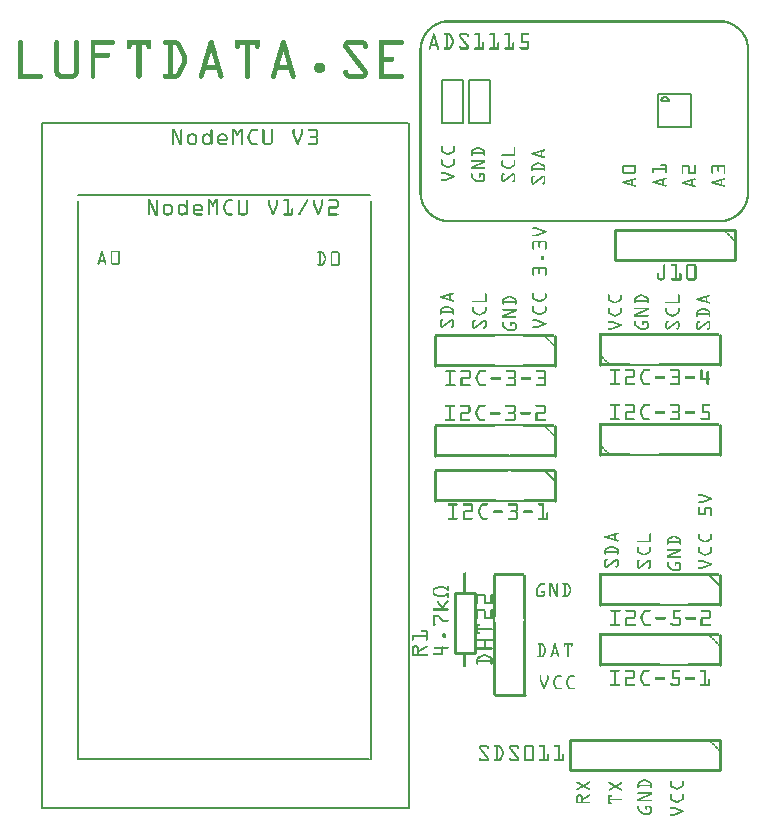
<source format=gto>
G04 MADE WITH FRITZING*
G04 WWW.FRITZING.ORG*
G04 DOUBLE SIDED*
G04 HOLES PLATED*
G04 CONTOUR ON CENTER OF CONTOUR VECTOR*
%ASAXBY*%
%FSLAX23Y23*%
%MOIN*%
%OFA0B0*%
%SFA1.0B1.0*%
%ADD10C,0.007960*%
%ADD11C,0.005000*%
%ADD12C,0.008000*%
%ADD13C,0.010000*%
%ADD14R,0.001000X0.001000*%
%LNSILK1*%
G90*
G70*
G54D10*
X266Y2095D02*
X266Y235D01*
D02*
X1242Y235D02*
X1242Y2095D01*
D02*
X266Y235D02*
X1236Y235D01*
D02*
X266Y2116D02*
X1239Y2116D01*
G54D11*
D02*
X1480Y2498D02*
X1551Y2498D01*
D02*
X1551Y2498D02*
X1551Y2356D01*
D02*
X1551Y2356D02*
X1480Y2356D01*
D02*
X1480Y2356D02*
X1480Y2498D01*
D02*
X1570Y2498D02*
X1641Y2498D01*
D02*
X1641Y2498D02*
X1641Y2356D01*
D02*
X1641Y2356D02*
X1570Y2356D01*
D02*
X1570Y2356D02*
X1570Y2498D01*
G54D12*
D02*
X2311Y2452D02*
X2311Y2342D01*
D02*
X2311Y2342D02*
X2201Y2342D01*
D02*
X2201Y2342D02*
X2201Y2452D01*
D02*
X2201Y2452D02*
X2311Y2452D01*
D02*
X2236Y2428D02*
X2212Y2428D01*
G54D13*
D02*
X2456Y1997D02*
X2056Y1997D01*
D02*
X2056Y1997D02*
X2056Y1897D01*
D02*
X2056Y1897D02*
X2456Y1897D01*
D02*
X2456Y1897D02*
X2456Y1997D01*
G54D10*
D02*
X146Y2356D02*
X146Y72D01*
D02*
X1370Y71D02*
X1370Y2355D01*
D02*
X150Y73D02*
X1367Y73D01*
D02*
X146Y2355D02*
X1366Y2355D01*
G54D13*
D02*
X1589Y787D02*
X1589Y587D01*
D02*
X1589Y587D02*
X1523Y587D01*
D02*
X1523Y587D02*
X1523Y787D01*
D02*
X1523Y787D02*
X1589Y787D01*
D02*
X2406Y1247D02*
X2406Y1347D01*
D02*
X2006Y1347D02*
X2006Y1247D01*
D02*
X2406Y1547D02*
X2406Y1647D01*
D02*
X2006Y1647D02*
X2006Y1547D01*
D02*
X2006Y847D02*
X2006Y747D01*
D02*
X2406Y747D02*
X2406Y847D01*
G54D11*
D02*
X2371Y847D02*
X2406Y812D01*
G54D13*
D02*
X1456Y1346D02*
X1456Y1246D01*
D02*
X1856Y1246D02*
X1856Y1346D01*
D02*
X1457Y1195D02*
X1457Y1095D01*
D02*
X1857Y1095D02*
X1857Y1195D01*
G54D11*
D02*
X1822Y1195D02*
X1857Y1160D01*
G54D13*
D02*
X1456Y1646D02*
X1456Y1546D01*
D02*
X1856Y1546D02*
X1856Y1646D01*
D02*
X2006Y647D02*
X2006Y547D01*
D02*
X2406Y547D02*
X2406Y647D01*
D02*
X1656Y447D02*
X1756Y447D01*
D02*
X2406Y297D02*
X1906Y297D01*
D02*
X1906Y297D02*
X1906Y197D01*
D02*
X1906Y197D02*
X2406Y197D01*
D02*
X2406Y197D02*
X2406Y297D01*
G54D14*
X1508Y2698D02*
X1508Y2698D01*
X2401Y2698D02*
X2401Y2698D01*
X1492Y2697D02*
X2418Y2697D01*
X1486Y2696D02*
X2423Y2696D01*
X1481Y2695D02*
X2428Y2695D01*
X1478Y2694D02*
X2432Y2694D01*
X1474Y2693D02*
X2435Y2693D01*
X1471Y2692D02*
X2438Y2692D01*
X1469Y2691D02*
X2441Y2691D01*
X1466Y2690D02*
X2443Y2690D01*
X1464Y2689D02*
X1491Y2689D01*
X2419Y2689D02*
X2445Y2689D01*
X1462Y2688D02*
X1485Y2688D01*
X2424Y2688D02*
X2447Y2688D01*
X1460Y2687D02*
X1481Y2687D01*
X2428Y2687D02*
X2449Y2687D01*
X1458Y2686D02*
X1477Y2686D01*
X2432Y2686D02*
X2451Y2686D01*
X1456Y2685D02*
X1474Y2685D01*
X2435Y2685D02*
X2453Y2685D01*
X1454Y2684D02*
X1471Y2684D01*
X2438Y2684D02*
X2455Y2684D01*
X1453Y2683D02*
X1469Y2683D01*
X2440Y2683D02*
X2457Y2683D01*
X1451Y2682D02*
X1467Y2682D01*
X2442Y2682D02*
X2458Y2682D01*
X1450Y2681D02*
X1465Y2681D01*
X2445Y2681D02*
X2460Y2681D01*
X1448Y2680D02*
X1462Y2680D01*
X2447Y2680D02*
X2461Y2680D01*
X1447Y2679D02*
X1461Y2679D01*
X2449Y2679D02*
X2463Y2679D01*
X1445Y2678D02*
X1459Y2678D01*
X2450Y2678D02*
X2464Y2678D01*
X1444Y2677D02*
X1457Y2677D01*
X2452Y2677D02*
X2465Y2677D01*
X1443Y2676D02*
X1455Y2676D01*
X2454Y2676D02*
X2467Y2676D01*
X1441Y2675D02*
X1454Y2675D01*
X2455Y2675D02*
X2468Y2675D01*
X1440Y2674D02*
X1452Y2674D01*
X2457Y2674D02*
X2469Y2674D01*
X1439Y2673D02*
X1451Y2673D01*
X2458Y2673D02*
X2470Y2673D01*
X1438Y2672D02*
X1450Y2672D01*
X2460Y2672D02*
X2471Y2672D01*
X1437Y2671D02*
X1448Y2671D01*
X2461Y2671D02*
X2472Y2671D01*
X1436Y2670D02*
X1447Y2670D01*
X2462Y2670D02*
X2473Y2670D01*
X1435Y2669D02*
X1446Y2669D01*
X2463Y2669D02*
X2474Y2669D01*
X1434Y2668D02*
X1445Y2668D01*
X2465Y2668D02*
X2475Y2668D01*
X1433Y2667D02*
X1444Y2667D01*
X2466Y2667D02*
X2476Y2667D01*
X1432Y2666D02*
X1442Y2666D01*
X2467Y2666D02*
X2477Y2666D01*
X1431Y2665D02*
X1441Y2665D01*
X2468Y2665D02*
X2478Y2665D01*
X1430Y2664D02*
X1440Y2664D01*
X2469Y2664D02*
X2479Y2664D01*
X1429Y2663D02*
X1439Y2663D01*
X2470Y2663D02*
X2480Y2663D01*
X1428Y2662D02*
X1438Y2662D01*
X2471Y2662D02*
X2481Y2662D01*
X1428Y2661D02*
X1437Y2661D01*
X2472Y2661D02*
X2482Y2661D01*
X1427Y2660D02*
X1436Y2660D01*
X2473Y2660D02*
X2482Y2660D01*
X1426Y2659D02*
X1435Y2659D01*
X2474Y2659D02*
X2483Y2659D01*
X1425Y2658D02*
X1435Y2658D01*
X2475Y2658D02*
X2484Y2658D01*
X1425Y2657D02*
X1434Y2657D01*
X2476Y2657D02*
X2485Y2657D01*
X1424Y2656D02*
X1433Y2656D01*
X2476Y2656D02*
X2485Y2656D01*
X1423Y2655D02*
X1432Y2655D01*
X2477Y2655D02*
X2486Y2655D01*
X1422Y2654D02*
X1431Y2654D01*
X2478Y2654D02*
X2487Y2654D01*
X1422Y2653D02*
X1431Y2653D01*
X1452Y2653D02*
X1454Y2653D01*
X1488Y2653D02*
X1505Y2653D01*
X1542Y2653D02*
X1563Y2653D01*
X1589Y2653D02*
X1606Y2653D01*
X1639Y2653D02*
X1657Y2653D01*
X1689Y2653D02*
X1707Y2653D01*
X1744Y2653D02*
X1769Y2653D01*
X2479Y2653D02*
X2487Y2653D01*
X1421Y2652D02*
X1430Y2652D01*
X1451Y2652D02*
X1455Y2652D01*
X1487Y2652D02*
X1507Y2652D01*
X1540Y2652D02*
X1566Y2652D01*
X1587Y2652D02*
X1606Y2652D01*
X1638Y2652D02*
X1657Y2652D01*
X1688Y2652D02*
X1707Y2652D01*
X1744Y2652D02*
X1770Y2652D01*
X2479Y2652D02*
X2488Y2652D01*
X1420Y2651D02*
X1429Y2651D01*
X1450Y2651D02*
X1456Y2651D01*
X1487Y2651D02*
X1508Y2651D01*
X1539Y2651D02*
X1567Y2651D01*
X1587Y2651D02*
X1606Y2651D01*
X1637Y2651D02*
X1657Y2651D01*
X1687Y2651D02*
X1707Y2651D01*
X1744Y2651D02*
X1771Y2651D01*
X2480Y2651D02*
X2489Y2651D01*
X1420Y2650D02*
X1428Y2650D01*
X1450Y2650D02*
X1456Y2650D01*
X1486Y2650D02*
X1509Y2650D01*
X1538Y2650D02*
X1568Y2650D01*
X1587Y2650D02*
X1606Y2650D01*
X1637Y2650D02*
X1657Y2650D01*
X1687Y2650D02*
X1707Y2650D01*
X1744Y2650D02*
X1771Y2650D01*
X2481Y2650D02*
X2489Y2650D01*
X1419Y2649D02*
X1428Y2649D01*
X1449Y2649D02*
X1456Y2649D01*
X1487Y2649D02*
X1510Y2649D01*
X1537Y2649D02*
X1569Y2649D01*
X1587Y2649D02*
X1606Y2649D01*
X1637Y2649D02*
X1657Y2649D01*
X1687Y2649D02*
X1707Y2649D01*
X1744Y2649D02*
X1771Y2649D01*
X2482Y2649D02*
X2490Y2649D01*
X1419Y2648D02*
X1427Y2648D01*
X1449Y2648D02*
X1457Y2648D01*
X1487Y2648D02*
X1511Y2648D01*
X1537Y2648D02*
X1569Y2648D01*
X1587Y2648D02*
X1606Y2648D01*
X1638Y2648D02*
X1657Y2648D01*
X1688Y2648D02*
X1707Y2648D01*
X1744Y2648D02*
X1770Y2648D01*
X2482Y2648D02*
X2491Y2648D01*
X1418Y2647D02*
X1426Y2647D01*
X1449Y2647D02*
X1457Y2647D01*
X1488Y2647D02*
X1511Y2647D01*
X1537Y2647D02*
X1570Y2647D01*
X1588Y2647D02*
X1606Y2647D01*
X1639Y2647D02*
X1657Y2647D01*
X1689Y2647D02*
X1707Y2647D01*
X1744Y2647D02*
X1769Y2647D01*
X2483Y2647D02*
X2491Y2647D01*
X1418Y2646D02*
X1426Y2646D01*
X1449Y2646D02*
X1457Y2646D01*
X1493Y2646D02*
X1499Y2646D01*
X1504Y2646D02*
X1512Y2646D01*
X1537Y2646D02*
X1543Y2646D01*
X1563Y2646D02*
X1570Y2646D01*
X1600Y2646D02*
X1606Y2646D01*
X1651Y2646D02*
X1657Y2646D01*
X1701Y2646D02*
X1707Y2646D01*
X1744Y2646D02*
X1750Y2646D01*
X2483Y2646D02*
X2492Y2646D01*
X1417Y2645D02*
X1425Y2645D01*
X1448Y2645D02*
X1458Y2645D01*
X1493Y2645D02*
X1499Y2645D01*
X1505Y2645D02*
X1512Y2645D01*
X1537Y2645D02*
X1543Y2645D01*
X1564Y2645D02*
X1570Y2645D01*
X1600Y2645D02*
X1606Y2645D01*
X1651Y2645D02*
X1657Y2645D01*
X1701Y2645D02*
X1707Y2645D01*
X1744Y2645D02*
X1750Y2645D01*
X2484Y2645D02*
X2492Y2645D01*
X1417Y2644D02*
X1425Y2644D01*
X1448Y2644D02*
X1458Y2644D01*
X1493Y2644D02*
X1499Y2644D01*
X1506Y2644D02*
X1513Y2644D01*
X1537Y2644D02*
X1544Y2644D01*
X1564Y2644D02*
X1570Y2644D01*
X1600Y2644D02*
X1606Y2644D01*
X1651Y2644D02*
X1657Y2644D01*
X1701Y2644D02*
X1707Y2644D01*
X1744Y2644D02*
X1750Y2644D01*
X2485Y2644D02*
X2493Y2644D01*
X1416Y2643D02*
X1424Y2643D01*
X1448Y2643D02*
X1458Y2643D01*
X1493Y2643D02*
X1499Y2643D01*
X1507Y2643D02*
X1513Y2643D01*
X1537Y2643D02*
X1544Y2643D01*
X1564Y2643D02*
X1570Y2643D01*
X1600Y2643D02*
X1606Y2643D01*
X1651Y2643D02*
X1657Y2643D01*
X1701Y2643D02*
X1707Y2643D01*
X1744Y2643D02*
X1750Y2643D01*
X2485Y2643D02*
X2493Y2643D01*
X1416Y2642D02*
X1423Y2642D01*
X1447Y2642D02*
X1458Y2642D01*
X1493Y2642D02*
X1499Y2642D01*
X1507Y2642D02*
X1514Y2642D01*
X1537Y2642D02*
X1545Y2642D01*
X1565Y2642D02*
X1569Y2642D01*
X1600Y2642D02*
X1606Y2642D01*
X1651Y2642D02*
X1657Y2642D01*
X1701Y2642D02*
X1707Y2642D01*
X1744Y2642D02*
X1750Y2642D01*
X2486Y2642D02*
X2494Y2642D01*
X1415Y2641D02*
X1423Y2641D01*
X1447Y2641D02*
X1459Y2641D01*
X1493Y2641D02*
X1499Y2641D01*
X1508Y2641D02*
X1514Y2641D01*
X1538Y2641D02*
X1546Y2641D01*
X1566Y2641D02*
X1568Y2641D01*
X1600Y2641D02*
X1606Y2641D01*
X1651Y2641D02*
X1657Y2641D01*
X1701Y2641D02*
X1707Y2641D01*
X1744Y2641D02*
X1750Y2641D01*
X2486Y2641D02*
X2494Y2641D01*
X1415Y2640D02*
X1422Y2640D01*
X1447Y2640D02*
X1459Y2640D01*
X1493Y2640D02*
X1499Y2640D01*
X1508Y2640D02*
X1515Y2640D01*
X1539Y2640D02*
X1547Y2640D01*
X1600Y2640D02*
X1606Y2640D01*
X1651Y2640D02*
X1657Y2640D01*
X1701Y2640D02*
X1707Y2640D01*
X1744Y2640D02*
X1750Y2640D01*
X2487Y2640D02*
X2495Y2640D01*
X1414Y2639D02*
X1422Y2639D01*
X1447Y2639D02*
X1459Y2639D01*
X1493Y2639D02*
X1499Y2639D01*
X1509Y2639D02*
X1515Y2639D01*
X1539Y2639D02*
X1547Y2639D01*
X1600Y2639D02*
X1606Y2639D01*
X1651Y2639D02*
X1657Y2639D01*
X1701Y2639D02*
X1707Y2639D01*
X1744Y2639D02*
X1750Y2639D01*
X2487Y2639D02*
X2495Y2639D01*
X1414Y2638D02*
X1421Y2638D01*
X1446Y2638D02*
X1460Y2638D01*
X1493Y2638D02*
X1499Y2638D01*
X1509Y2638D02*
X1516Y2638D01*
X1540Y2638D02*
X1548Y2638D01*
X1600Y2638D02*
X1606Y2638D01*
X1651Y2638D02*
X1657Y2638D01*
X1701Y2638D02*
X1707Y2638D01*
X1744Y2638D02*
X1750Y2638D01*
X2488Y2638D02*
X2496Y2638D01*
X1413Y2637D02*
X1421Y2637D01*
X1446Y2637D02*
X1460Y2637D01*
X1493Y2637D02*
X1499Y2637D01*
X1510Y2637D02*
X1516Y2637D01*
X1541Y2637D02*
X1549Y2637D01*
X1600Y2637D02*
X1606Y2637D01*
X1651Y2637D02*
X1657Y2637D01*
X1701Y2637D02*
X1707Y2637D01*
X1744Y2637D02*
X1750Y2637D01*
X2488Y2637D02*
X2496Y2637D01*
X1413Y2636D02*
X1420Y2636D01*
X1446Y2636D02*
X1452Y2636D01*
X1454Y2636D02*
X1460Y2636D01*
X1493Y2636D02*
X1499Y2636D01*
X1510Y2636D02*
X1517Y2636D01*
X1542Y2636D02*
X1550Y2636D01*
X1600Y2636D02*
X1606Y2636D01*
X1651Y2636D02*
X1657Y2636D01*
X1701Y2636D02*
X1707Y2636D01*
X1744Y2636D02*
X1750Y2636D01*
X2489Y2636D02*
X2496Y2636D01*
X1412Y2635D02*
X1420Y2635D01*
X1445Y2635D02*
X1452Y2635D01*
X1454Y2635D02*
X1460Y2635D01*
X1493Y2635D02*
X1499Y2635D01*
X1511Y2635D02*
X1517Y2635D01*
X1543Y2635D02*
X1551Y2635D01*
X1600Y2635D02*
X1606Y2635D01*
X1651Y2635D02*
X1657Y2635D01*
X1701Y2635D02*
X1707Y2635D01*
X1744Y2635D02*
X1750Y2635D01*
X2489Y2635D02*
X2497Y2635D01*
X1412Y2634D02*
X1420Y2634D01*
X1445Y2634D02*
X1451Y2634D01*
X1454Y2634D02*
X1461Y2634D01*
X1493Y2634D02*
X1499Y2634D01*
X1511Y2634D02*
X1518Y2634D01*
X1543Y2634D02*
X1551Y2634D01*
X1600Y2634D02*
X1606Y2634D01*
X1651Y2634D02*
X1657Y2634D01*
X1701Y2634D02*
X1707Y2634D01*
X1744Y2634D02*
X1750Y2634D01*
X2490Y2634D02*
X2497Y2634D01*
X1412Y2633D02*
X1419Y2633D01*
X1445Y2633D02*
X1451Y2633D01*
X1455Y2633D02*
X1461Y2633D01*
X1493Y2633D02*
X1499Y2633D01*
X1512Y2633D02*
X1518Y2633D01*
X1544Y2633D02*
X1552Y2633D01*
X1600Y2633D02*
X1606Y2633D01*
X1651Y2633D02*
X1657Y2633D01*
X1701Y2633D02*
X1707Y2633D01*
X1744Y2633D02*
X1750Y2633D01*
X2490Y2633D02*
X2498Y2633D01*
X1411Y2632D02*
X1419Y2632D01*
X1444Y2632D02*
X1451Y2632D01*
X1455Y2632D02*
X1461Y2632D01*
X1493Y2632D02*
X1499Y2632D01*
X1512Y2632D02*
X1519Y2632D01*
X1545Y2632D02*
X1553Y2632D01*
X1600Y2632D02*
X1606Y2632D01*
X1651Y2632D02*
X1657Y2632D01*
X1701Y2632D02*
X1707Y2632D01*
X1744Y2632D02*
X1750Y2632D01*
X2491Y2632D02*
X2498Y2632D01*
X73Y2631D02*
X78Y2631D01*
X193Y2631D02*
X199Y2631D01*
X259Y2631D02*
X265Y2631D01*
X309Y2631D02*
X385Y2631D01*
X429Y2631D02*
X511Y2631D01*
X554Y2631D02*
X593Y2631D01*
X708Y2631D02*
X713Y2631D01*
X790Y2631D02*
X872Y2631D01*
X949Y2631D02*
X954Y2631D01*
X1165Y2631D02*
X1216Y2631D01*
X1272Y2631D02*
X1348Y2631D01*
X1411Y2631D02*
X1418Y2631D01*
X1444Y2631D02*
X1450Y2631D01*
X1455Y2631D02*
X1462Y2631D01*
X1493Y2631D02*
X1499Y2631D01*
X1513Y2631D02*
X1519Y2631D01*
X1546Y2631D02*
X1554Y2631D01*
X1600Y2631D02*
X1606Y2631D01*
X1651Y2631D02*
X1657Y2631D01*
X1701Y2631D02*
X1707Y2631D01*
X1744Y2631D02*
X1750Y2631D01*
X2491Y2631D02*
X2498Y2631D01*
X71Y2630D02*
X80Y2630D01*
X191Y2630D02*
X200Y2630D01*
X258Y2630D02*
X267Y2630D01*
X309Y2630D02*
X387Y2630D01*
X429Y2630D02*
X511Y2630D01*
X553Y2630D02*
X596Y2630D01*
X706Y2630D02*
X715Y2630D01*
X790Y2630D02*
X872Y2630D01*
X947Y2630D02*
X956Y2630D01*
X1162Y2630D02*
X1219Y2630D01*
X1272Y2630D02*
X1350Y2630D01*
X1411Y2630D02*
X1418Y2630D01*
X1444Y2630D02*
X1450Y2630D01*
X1456Y2630D02*
X1462Y2630D01*
X1493Y2630D02*
X1499Y2630D01*
X1513Y2630D02*
X1519Y2630D01*
X1546Y2630D02*
X1554Y2630D01*
X1600Y2630D02*
X1606Y2630D01*
X1651Y2630D02*
X1657Y2630D01*
X1701Y2630D02*
X1707Y2630D01*
X1744Y2630D02*
X1751Y2630D01*
X2491Y2630D02*
X2499Y2630D01*
X70Y2629D02*
X81Y2629D01*
X190Y2629D02*
X202Y2629D01*
X257Y2629D02*
X268Y2629D01*
X309Y2629D02*
X388Y2629D01*
X429Y2629D02*
X511Y2629D01*
X552Y2629D02*
X599Y2629D01*
X705Y2629D02*
X716Y2629D01*
X790Y2629D02*
X872Y2629D01*
X946Y2629D02*
X957Y2629D01*
X1160Y2629D02*
X1221Y2629D01*
X1272Y2629D02*
X1351Y2629D01*
X1410Y2629D02*
X1418Y2629D01*
X1444Y2629D02*
X1450Y2629D01*
X1456Y2629D02*
X1462Y2629D01*
X1493Y2629D02*
X1499Y2629D01*
X1513Y2629D02*
X1520Y2629D01*
X1547Y2629D02*
X1555Y2629D01*
X1600Y2629D02*
X1606Y2629D01*
X1651Y2629D02*
X1657Y2629D01*
X1701Y2629D02*
X1707Y2629D01*
X1744Y2629D02*
X1767Y2629D01*
X2492Y2629D02*
X2499Y2629D01*
X69Y2628D02*
X82Y2628D01*
X190Y2628D02*
X202Y2628D01*
X256Y2628D02*
X269Y2628D01*
X309Y2628D02*
X389Y2628D01*
X429Y2628D02*
X511Y2628D01*
X551Y2628D02*
X600Y2628D01*
X704Y2628D02*
X717Y2628D01*
X790Y2628D02*
X872Y2628D01*
X945Y2628D02*
X958Y2628D01*
X1159Y2628D02*
X1223Y2628D01*
X1272Y2628D02*
X1352Y2628D01*
X1410Y2628D02*
X1417Y2628D01*
X1443Y2628D02*
X1450Y2628D01*
X1456Y2628D02*
X1462Y2628D01*
X1493Y2628D02*
X1499Y2628D01*
X1514Y2628D02*
X1520Y2628D01*
X1548Y2628D02*
X1556Y2628D01*
X1600Y2628D02*
X1606Y2628D01*
X1651Y2628D02*
X1657Y2628D01*
X1701Y2628D02*
X1707Y2628D01*
X1744Y2628D02*
X1769Y2628D01*
X2492Y2628D02*
X2499Y2628D01*
X69Y2627D02*
X83Y2627D01*
X189Y2627D02*
X203Y2627D01*
X255Y2627D02*
X269Y2627D01*
X309Y2627D02*
X390Y2627D01*
X429Y2627D02*
X511Y2627D01*
X550Y2627D02*
X602Y2627D01*
X704Y2627D02*
X718Y2627D01*
X790Y2627D02*
X872Y2627D01*
X944Y2627D02*
X958Y2627D01*
X1158Y2627D02*
X1224Y2627D01*
X1272Y2627D02*
X1353Y2627D01*
X1410Y2627D02*
X1417Y2627D01*
X1443Y2627D02*
X1449Y2627D01*
X1456Y2627D02*
X1463Y2627D01*
X1493Y2627D02*
X1499Y2627D01*
X1514Y2627D02*
X1520Y2627D01*
X1549Y2627D02*
X1557Y2627D01*
X1600Y2627D02*
X1606Y2627D01*
X1651Y2627D02*
X1657Y2627D01*
X1701Y2627D02*
X1707Y2627D01*
X1744Y2627D02*
X1769Y2627D01*
X2492Y2627D02*
X2500Y2627D01*
X68Y2626D02*
X83Y2626D01*
X189Y2626D02*
X203Y2626D01*
X255Y2626D02*
X270Y2626D01*
X309Y2626D02*
X390Y2626D01*
X429Y2626D02*
X511Y2626D01*
X550Y2626D02*
X603Y2626D01*
X703Y2626D02*
X718Y2626D01*
X790Y2626D02*
X872Y2626D01*
X944Y2626D02*
X959Y2626D01*
X1157Y2626D02*
X1225Y2626D01*
X1272Y2626D02*
X1353Y2626D01*
X1409Y2626D02*
X1417Y2626D01*
X1443Y2626D02*
X1449Y2626D01*
X1457Y2626D02*
X1463Y2626D01*
X1493Y2626D02*
X1499Y2626D01*
X1514Y2626D02*
X1520Y2626D01*
X1550Y2626D02*
X1558Y2626D01*
X1600Y2626D02*
X1606Y2626D01*
X1651Y2626D02*
X1657Y2626D01*
X1701Y2626D02*
X1707Y2626D01*
X1744Y2626D02*
X1770Y2626D01*
X2493Y2626D02*
X2500Y2626D01*
X68Y2625D02*
X83Y2625D01*
X188Y2625D02*
X204Y2625D01*
X254Y2625D02*
X270Y2625D01*
X309Y2625D02*
X390Y2625D01*
X429Y2625D02*
X511Y2625D01*
X549Y2625D02*
X604Y2625D01*
X703Y2625D02*
X718Y2625D01*
X790Y2625D02*
X872Y2625D01*
X944Y2625D02*
X959Y2625D01*
X1156Y2625D02*
X1226Y2625D01*
X1272Y2625D02*
X1353Y2625D01*
X1409Y2625D02*
X1416Y2625D01*
X1442Y2625D02*
X1449Y2625D01*
X1457Y2625D02*
X1463Y2625D01*
X1493Y2625D02*
X1499Y2625D01*
X1514Y2625D02*
X1520Y2625D01*
X1550Y2625D02*
X1558Y2625D01*
X1600Y2625D02*
X1606Y2625D01*
X1651Y2625D02*
X1657Y2625D01*
X1701Y2625D02*
X1707Y2625D01*
X1744Y2625D02*
X1771Y2625D01*
X2493Y2625D02*
X2500Y2625D01*
X68Y2624D02*
X84Y2624D01*
X188Y2624D02*
X204Y2624D01*
X254Y2624D02*
X270Y2624D01*
X309Y2624D02*
X390Y2624D01*
X429Y2624D02*
X511Y2624D01*
X549Y2624D02*
X605Y2624D01*
X702Y2624D02*
X719Y2624D01*
X790Y2624D02*
X872Y2624D01*
X943Y2624D02*
X959Y2624D01*
X1155Y2624D02*
X1227Y2624D01*
X1272Y2624D02*
X1353Y2624D01*
X1409Y2624D02*
X1416Y2624D01*
X1442Y2624D02*
X1448Y2624D01*
X1457Y2624D02*
X1464Y2624D01*
X1493Y2624D02*
X1499Y2624D01*
X1513Y2624D02*
X1520Y2624D01*
X1551Y2624D02*
X1559Y2624D01*
X1600Y2624D02*
X1606Y2624D01*
X1651Y2624D02*
X1657Y2624D01*
X1701Y2624D02*
X1707Y2624D01*
X1744Y2624D02*
X1771Y2624D01*
X2493Y2624D02*
X2500Y2624D01*
X68Y2623D02*
X84Y2623D01*
X188Y2623D02*
X204Y2623D01*
X254Y2623D02*
X270Y2623D01*
X309Y2623D02*
X390Y2623D01*
X429Y2623D02*
X511Y2623D01*
X549Y2623D02*
X606Y2623D01*
X702Y2623D02*
X719Y2623D01*
X790Y2623D02*
X872Y2623D01*
X943Y2623D02*
X960Y2623D01*
X1154Y2623D02*
X1228Y2623D01*
X1272Y2623D02*
X1354Y2623D01*
X1408Y2623D02*
X1416Y2623D01*
X1442Y2623D02*
X1448Y2623D01*
X1458Y2623D02*
X1464Y2623D01*
X1493Y2623D02*
X1499Y2623D01*
X1513Y2623D02*
X1519Y2623D01*
X1552Y2623D02*
X1560Y2623D01*
X1600Y2623D02*
X1606Y2623D01*
X1615Y2623D02*
X1619Y2623D01*
X1651Y2623D02*
X1657Y2623D01*
X1666Y2623D02*
X1669Y2623D01*
X1701Y2623D02*
X1707Y2623D01*
X1716Y2623D02*
X1720Y2623D01*
X1745Y2623D02*
X1771Y2623D01*
X2494Y2623D02*
X2501Y2623D01*
X68Y2622D02*
X84Y2622D01*
X188Y2622D02*
X204Y2622D01*
X254Y2622D02*
X270Y2622D01*
X309Y2622D02*
X390Y2622D01*
X429Y2622D02*
X511Y2622D01*
X549Y2622D02*
X607Y2622D01*
X702Y2622D02*
X719Y2622D01*
X790Y2622D02*
X872Y2622D01*
X943Y2622D02*
X960Y2622D01*
X1154Y2622D02*
X1229Y2622D01*
X1272Y2622D02*
X1353Y2622D01*
X1408Y2622D02*
X1415Y2622D01*
X1442Y2622D02*
X1448Y2622D01*
X1458Y2622D02*
X1464Y2622D01*
X1493Y2622D02*
X1499Y2622D01*
X1513Y2622D02*
X1519Y2622D01*
X1553Y2622D02*
X1561Y2622D01*
X1600Y2622D02*
X1606Y2622D01*
X1615Y2622D02*
X1620Y2622D01*
X1651Y2622D02*
X1657Y2622D01*
X1665Y2622D02*
X1670Y2622D01*
X1701Y2622D02*
X1707Y2622D01*
X1715Y2622D02*
X1720Y2622D01*
X1765Y2622D02*
X1771Y2622D01*
X2494Y2622D02*
X2501Y2622D01*
X68Y2621D02*
X84Y2621D01*
X188Y2621D02*
X204Y2621D01*
X254Y2621D02*
X270Y2621D01*
X309Y2621D02*
X390Y2621D01*
X429Y2621D02*
X511Y2621D01*
X550Y2621D02*
X608Y2621D01*
X702Y2621D02*
X720Y2621D01*
X790Y2621D02*
X872Y2621D01*
X942Y2621D02*
X960Y2621D01*
X1153Y2621D02*
X1230Y2621D01*
X1272Y2621D02*
X1353Y2621D01*
X1408Y2621D02*
X1415Y2621D01*
X1441Y2621D02*
X1448Y2621D01*
X1458Y2621D02*
X1464Y2621D01*
X1493Y2621D02*
X1499Y2621D01*
X1512Y2621D02*
X1519Y2621D01*
X1553Y2621D02*
X1561Y2621D01*
X1600Y2621D02*
X1606Y2621D01*
X1614Y2621D02*
X1620Y2621D01*
X1651Y2621D02*
X1657Y2621D01*
X1665Y2621D02*
X1670Y2621D01*
X1701Y2621D02*
X1707Y2621D01*
X1715Y2621D02*
X1721Y2621D01*
X1765Y2621D02*
X1771Y2621D01*
X2494Y2621D02*
X2501Y2621D01*
X68Y2620D02*
X84Y2620D01*
X188Y2620D02*
X204Y2620D01*
X254Y2620D02*
X270Y2620D01*
X309Y2620D02*
X390Y2620D01*
X429Y2620D02*
X511Y2620D01*
X550Y2620D02*
X609Y2620D01*
X701Y2620D02*
X720Y2620D01*
X790Y2620D02*
X872Y2620D01*
X942Y2620D02*
X961Y2620D01*
X1153Y2620D02*
X1230Y2620D01*
X1272Y2620D02*
X1353Y2620D01*
X1408Y2620D02*
X1415Y2620D01*
X1441Y2620D02*
X1447Y2620D01*
X1458Y2620D02*
X1465Y2620D01*
X1493Y2620D02*
X1499Y2620D01*
X1512Y2620D02*
X1518Y2620D01*
X1554Y2620D02*
X1562Y2620D01*
X1600Y2620D02*
X1606Y2620D01*
X1614Y2620D02*
X1620Y2620D01*
X1651Y2620D02*
X1657Y2620D01*
X1664Y2620D02*
X1670Y2620D01*
X1701Y2620D02*
X1707Y2620D01*
X1715Y2620D02*
X1721Y2620D01*
X1765Y2620D02*
X1771Y2620D01*
X2494Y2620D02*
X2501Y2620D01*
X68Y2619D02*
X84Y2619D01*
X188Y2619D02*
X204Y2619D01*
X254Y2619D02*
X270Y2619D01*
X309Y2619D02*
X389Y2619D01*
X429Y2619D02*
X511Y2619D01*
X550Y2619D02*
X609Y2619D01*
X701Y2619D02*
X720Y2619D01*
X790Y2619D02*
X872Y2619D01*
X942Y2619D02*
X961Y2619D01*
X1152Y2619D02*
X1231Y2619D01*
X1272Y2619D02*
X1352Y2619D01*
X1408Y2619D02*
X1415Y2619D01*
X1441Y2619D02*
X1447Y2619D01*
X1459Y2619D02*
X1465Y2619D01*
X1493Y2619D02*
X1499Y2619D01*
X1511Y2619D02*
X1518Y2619D01*
X1555Y2619D02*
X1563Y2619D01*
X1600Y2619D02*
X1606Y2619D01*
X1614Y2619D02*
X1620Y2619D01*
X1651Y2619D02*
X1657Y2619D01*
X1664Y2619D02*
X1670Y2619D01*
X1701Y2619D02*
X1707Y2619D01*
X1715Y2619D02*
X1721Y2619D01*
X1765Y2619D02*
X1771Y2619D01*
X2495Y2619D02*
X2502Y2619D01*
X68Y2618D02*
X84Y2618D01*
X188Y2618D02*
X204Y2618D01*
X254Y2618D02*
X270Y2618D01*
X309Y2618D02*
X388Y2618D01*
X429Y2618D02*
X511Y2618D01*
X551Y2618D02*
X610Y2618D01*
X701Y2618D02*
X720Y2618D01*
X790Y2618D02*
X872Y2618D01*
X941Y2618D02*
X961Y2618D01*
X1152Y2618D02*
X1231Y2618D01*
X1272Y2618D02*
X1352Y2618D01*
X1407Y2618D02*
X1414Y2618D01*
X1440Y2618D02*
X1465Y2618D01*
X1493Y2618D02*
X1499Y2618D01*
X1511Y2618D02*
X1518Y2618D01*
X1556Y2618D02*
X1564Y2618D01*
X1600Y2618D02*
X1606Y2618D01*
X1614Y2618D02*
X1620Y2618D01*
X1651Y2618D02*
X1657Y2618D01*
X1664Y2618D02*
X1670Y2618D01*
X1701Y2618D02*
X1707Y2618D01*
X1715Y2618D02*
X1721Y2618D01*
X1765Y2618D02*
X1771Y2618D01*
X2495Y2618D02*
X2502Y2618D01*
X68Y2617D02*
X84Y2617D01*
X188Y2617D02*
X204Y2617D01*
X254Y2617D02*
X270Y2617D01*
X309Y2617D02*
X387Y2617D01*
X429Y2617D02*
X511Y2617D01*
X552Y2617D02*
X610Y2617D01*
X700Y2617D02*
X721Y2617D01*
X790Y2617D02*
X872Y2617D01*
X941Y2617D02*
X961Y2617D01*
X1152Y2617D02*
X1232Y2617D01*
X1272Y2617D02*
X1351Y2617D01*
X1407Y2617D02*
X1414Y2617D01*
X1440Y2617D02*
X1466Y2617D01*
X1493Y2617D02*
X1499Y2617D01*
X1510Y2617D02*
X1517Y2617D01*
X1556Y2617D02*
X1565Y2617D01*
X1600Y2617D02*
X1606Y2617D01*
X1614Y2617D02*
X1620Y2617D01*
X1651Y2617D02*
X1657Y2617D01*
X1664Y2617D02*
X1670Y2617D01*
X1701Y2617D02*
X1707Y2617D01*
X1715Y2617D02*
X1721Y2617D01*
X1765Y2617D02*
X1771Y2617D01*
X2495Y2617D02*
X2502Y2617D01*
X68Y2616D02*
X84Y2616D01*
X188Y2616D02*
X204Y2616D01*
X254Y2616D02*
X270Y2616D01*
X309Y2616D02*
X386Y2616D01*
X429Y2616D02*
X511Y2616D01*
X553Y2616D02*
X611Y2616D01*
X700Y2616D02*
X721Y2616D01*
X790Y2616D02*
X872Y2616D01*
X941Y2616D02*
X962Y2616D01*
X1151Y2616D02*
X1232Y2616D01*
X1272Y2616D02*
X1349Y2616D01*
X1407Y2616D02*
X1414Y2616D01*
X1440Y2616D02*
X1466Y2616D01*
X1493Y2616D02*
X1499Y2616D01*
X1510Y2616D02*
X1517Y2616D01*
X1557Y2616D02*
X1565Y2616D01*
X1600Y2616D02*
X1606Y2616D01*
X1614Y2616D02*
X1620Y2616D01*
X1651Y2616D02*
X1657Y2616D01*
X1664Y2616D02*
X1670Y2616D01*
X1701Y2616D02*
X1707Y2616D01*
X1715Y2616D02*
X1721Y2616D01*
X1765Y2616D02*
X1771Y2616D01*
X2495Y2616D02*
X2502Y2616D01*
X68Y2615D02*
X84Y2615D01*
X188Y2615D02*
X204Y2615D01*
X254Y2615D02*
X270Y2615D01*
X309Y2615D02*
X383Y2615D01*
X429Y2615D02*
X511Y2615D01*
X556Y2615D02*
X611Y2615D01*
X700Y2615D02*
X721Y2615D01*
X790Y2615D02*
X872Y2615D01*
X941Y2615D02*
X962Y2615D01*
X1151Y2615D02*
X1232Y2615D01*
X1272Y2615D02*
X1346Y2615D01*
X1407Y2615D02*
X1414Y2615D01*
X1439Y2615D02*
X1466Y2615D01*
X1493Y2615D02*
X1499Y2615D01*
X1509Y2615D02*
X1516Y2615D01*
X1558Y2615D02*
X1566Y2615D01*
X1600Y2615D02*
X1606Y2615D01*
X1614Y2615D02*
X1620Y2615D01*
X1651Y2615D02*
X1657Y2615D01*
X1664Y2615D02*
X1670Y2615D01*
X1701Y2615D02*
X1707Y2615D01*
X1715Y2615D02*
X1721Y2615D01*
X1765Y2615D02*
X1771Y2615D01*
X2495Y2615D02*
X2502Y2615D01*
X68Y2614D02*
X84Y2614D01*
X188Y2614D02*
X204Y2614D01*
X254Y2614D02*
X270Y2614D01*
X309Y2614D02*
X324Y2614D01*
X429Y2614D02*
X445Y2614D01*
X462Y2614D02*
X478Y2614D01*
X495Y2614D02*
X511Y2614D01*
X566Y2614D02*
X582Y2614D01*
X592Y2614D02*
X612Y2614D01*
X700Y2614D02*
X722Y2614D01*
X790Y2614D02*
X806Y2614D01*
X823Y2614D02*
X839Y2614D01*
X856Y2614D02*
X872Y2614D01*
X940Y2614D02*
X962Y2614D01*
X1151Y2614D02*
X1167Y2614D01*
X1214Y2614D02*
X1233Y2614D01*
X1272Y2614D02*
X1287Y2614D01*
X1407Y2614D02*
X1414Y2614D01*
X1439Y2614D02*
X1467Y2614D01*
X1493Y2614D02*
X1499Y2614D01*
X1509Y2614D02*
X1516Y2614D01*
X1559Y2614D02*
X1567Y2614D01*
X1600Y2614D02*
X1606Y2614D01*
X1614Y2614D02*
X1620Y2614D01*
X1651Y2614D02*
X1657Y2614D01*
X1664Y2614D02*
X1670Y2614D01*
X1701Y2614D02*
X1707Y2614D01*
X1715Y2614D02*
X1721Y2614D01*
X1765Y2614D02*
X1771Y2614D01*
X2496Y2614D02*
X2503Y2614D01*
X68Y2613D02*
X84Y2613D01*
X188Y2613D02*
X204Y2613D01*
X254Y2613D02*
X270Y2613D01*
X309Y2613D02*
X324Y2613D01*
X429Y2613D02*
X445Y2613D01*
X462Y2613D02*
X478Y2613D01*
X495Y2613D02*
X511Y2613D01*
X566Y2613D02*
X582Y2613D01*
X594Y2613D02*
X612Y2613D01*
X699Y2613D02*
X722Y2613D01*
X790Y2613D02*
X806Y2613D01*
X823Y2613D02*
X839Y2613D01*
X856Y2613D02*
X872Y2613D01*
X940Y2613D02*
X963Y2613D01*
X1151Y2613D02*
X1167Y2613D01*
X1216Y2613D02*
X1233Y2613D01*
X1272Y2613D02*
X1287Y2613D01*
X1406Y2613D02*
X1413Y2613D01*
X1439Y2613D02*
X1467Y2613D01*
X1493Y2613D02*
X1499Y2613D01*
X1508Y2613D02*
X1515Y2613D01*
X1560Y2613D02*
X1568Y2613D01*
X1600Y2613D02*
X1606Y2613D01*
X1614Y2613D02*
X1620Y2613D01*
X1651Y2613D02*
X1657Y2613D01*
X1664Y2613D02*
X1670Y2613D01*
X1701Y2613D02*
X1707Y2613D01*
X1715Y2613D02*
X1721Y2613D01*
X1765Y2613D02*
X1771Y2613D01*
X2496Y2613D02*
X2503Y2613D01*
X68Y2612D02*
X84Y2612D01*
X188Y2612D02*
X204Y2612D01*
X254Y2612D02*
X270Y2612D01*
X309Y2612D02*
X324Y2612D01*
X429Y2612D02*
X445Y2612D01*
X462Y2612D02*
X478Y2612D01*
X495Y2612D02*
X511Y2612D01*
X566Y2612D02*
X582Y2612D01*
X595Y2612D02*
X613Y2612D01*
X699Y2612D02*
X722Y2612D01*
X790Y2612D02*
X806Y2612D01*
X823Y2612D02*
X839Y2612D01*
X856Y2612D02*
X872Y2612D01*
X940Y2612D02*
X963Y2612D01*
X1151Y2612D02*
X1167Y2612D01*
X1216Y2612D02*
X1233Y2612D01*
X1272Y2612D02*
X1287Y2612D01*
X1406Y2612D02*
X1413Y2612D01*
X1439Y2612D02*
X1467Y2612D01*
X1493Y2612D02*
X1499Y2612D01*
X1508Y2612D02*
X1515Y2612D01*
X1539Y2612D02*
X1540Y2612D01*
X1560Y2612D02*
X1568Y2612D01*
X1600Y2612D02*
X1606Y2612D01*
X1614Y2612D02*
X1620Y2612D01*
X1651Y2612D02*
X1657Y2612D01*
X1664Y2612D02*
X1670Y2612D01*
X1701Y2612D02*
X1707Y2612D01*
X1715Y2612D02*
X1721Y2612D01*
X1765Y2612D02*
X1771Y2612D01*
X2496Y2612D02*
X2503Y2612D01*
X68Y2611D02*
X84Y2611D01*
X188Y2611D02*
X204Y2611D01*
X254Y2611D02*
X270Y2611D01*
X309Y2611D02*
X324Y2611D01*
X429Y2611D02*
X445Y2611D01*
X462Y2611D02*
X478Y2611D01*
X495Y2611D02*
X511Y2611D01*
X566Y2611D02*
X582Y2611D01*
X595Y2611D02*
X613Y2611D01*
X699Y2611D02*
X722Y2611D01*
X790Y2611D02*
X806Y2611D01*
X823Y2611D02*
X839Y2611D01*
X856Y2611D02*
X872Y2611D01*
X939Y2611D02*
X963Y2611D01*
X1151Y2611D02*
X1168Y2611D01*
X1217Y2611D02*
X1233Y2611D01*
X1272Y2611D02*
X1287Y2611D01*
X1406Y2611D02*
X1413Y2611D01*
X1438Y2611D02*
X1445Y2611D01*
X1461Y2611D02*
X1467Y2611D01*
X1493Y2611D02*
X1499Y2611D01*
X1507Y2611D02*
X1514Y2611D01*
X1537Y2611D02*
X1542Y2611D01*
X1561Y2611D02*
X1569Y2611D01*
X1600Y2611D02*
X1606Y2611D01*
X1614Y2611D02*
X1620Y2611D01*
X1651Y2611D02*
X1657Y2611D01*
X1664Y2611D02*
X1670Y2611D01*
X1701Y2611D02*
X1707Y2611D01*
X1715Y2611D02*
X1721Y2611D01*
X1765Y2611D02*
X1771Y2611D01*
X2496Y2611D02*
X2503Y2611D01*
X68Y2610D02*
X84Y2610D01*
X188Y2610D02*
X204Y2610D01*
X254Y2610D02*
X270Y2610D01*
X309Y2610D02*
X324Y2610D01*
X429Y2610D02*
X445Y2610D01*
X462Y2610D02*
X478Y2610D01*
X495Y2610D02*
X511Y2610D01*
X566Y2610D02*
X582Y2610D01*
X596Y2610D02*
X614Y2610D01*
X698Y2610D02*
X723Y2610D01*
X790Y2610D02*
X806Y2610D01*
X823Y2610D02*
X839Y2610D01*
X856Y2610D02*
X872Y2610D01*
X939Y2610D02*
X963Y2610D01*
X1151Y2610D02*
X1169Y2610D01*
X1217Y2610D02*
X1233Y2610D01*
X1272Y2610D02*
X1287Y2610D01*
X1406Y2610D02*
X1413Y2610D01*
X1438Y2610D02*
X1444Y2610D01*
X1461Y2610D02*
X1468Y2610D01*
X1493Y2610D02*
X1499Y2610D01*
X1507Y2610D02*
X1514Y2610D01*
X1537Y2610D02*
X1542Y2610D01*
X1562Y2610D02*
X1570Y2610D01*
X1600Y2610D02*
X1606Y2610D01*
X1614Y2610D02*
X1620Y2610D01*
X1651Y2610D02*
X1657Y2610D01*
X1664Y2610D02*
X1670Y2610D01*
X1701Y2610D02*
X1707Y2610D01*
X1715Y2610D02*
X1721Y2610D01*
X1765Y2610D02*
X1771Y2610D01*
X2496Y2610D02*
X2503Y2610D01*
X68Y2609D02*
X84Y2609D01*
X188Y2609D02*
X204Y2609D01*
X254Y2609D02*
X270Y2609D01*
X309Y2609D02*
X324Y2609D01*
X429Y2609D02*
X445Y2609D01*
X462Y2609D02*
X478Y2609D01*
X495Y2609D02*
X511Y2609D01*
X566Y2609D02*
X582Y2609D01*
X597Y2609D02*
X614Y2609D01*
X698Y2609D02*
X723Y2609D01*
X790Y2609D02*
X806Y2609D01*
X823Y2609D02*
X839Y2609D01*
X856Y2609D02*
X872Y2609D01*
X939Y2609D02*
X964Y2609D01*
X1152Y2609D02*
X1169Y2609D01*
X1217Y2609D02*
X1233Y2609D01*
X1272Y2609D02*
X1287Y2609D01*
X1406Y2609D02*
X1413Y2609D01*
X1438Y2609D02*
X1444Y2609D01*
X1462Y2609D02*
X1468Y2609D01*
X1493Y2609D02*
X1499Y2609D01*
X1506Y2609D02*
X1513Y2609D01*
X1537Y2609D02*
X1542Y2609D01*
X1563Y2609D02*
X1570Y2609D01*
X1600Y2609D02*
X1606Y2609D01*
X1614Y2609D02*
X1620Y2609D01*
X1651Y2609D02*
X1657Y2609D01*
X1664Y2609D02*
X1670Y2609D01*
X1701Y2609D02*
X1707Y2609D01*
X1715Y2609D02*
X1721Y2609D01*
X1740Y2609D02*
X1741Y2609D01*
X1765Y2609D02*
X1771Y2609D01*
X2496Y2609D02*
X2503Y2609D01*
X68Y2608D02*
X84Y2608D01*
X188Y2608D02*
X204Y2608D01*
X254Y2608D02*
X270Y2608D01*
X309Y2608D02*
X324Y2608D01*
X429Y2608D02*
X445Y2608D01*
X462Y2608D02*
X478Y2608D01*
X495Y2608D02*
X511Y2608D01*
X566Y2608D02*
X582Y2608D01*
X597Y2608D02*
X615Y2608D01*
X698Y2608D02*
X723Y2608D01*
X790Y2608D02*
X806Y2608D01*
X823Y2608D02*
X839Y2608D01*
X856Y2608D02*
X872Y2608D01*
X939Y2608D02*
X964Y2608D01*
X1152Y2608D02*
X1170Y2608D01*
X1217Y2608D02*
X1233Y2608D01*
X1272Y2608D02*
X1287Y2608D01*
X1406Y2608D02*
X1413Y2608D01*
X1437Y2608D02*
X1444Y2608D01*
X1462Y2608D02*
X1468Y2608D01*
X1493Y2608D02*
X1499Y2608D01*
X1506Y2608D02*
X1513Y2608D01*
X1537Y2608D02*
X1543Y2608D01*
X1563Y2608D02*
X1570Y2608D01*
X1600Y2608D02*
X1606Y2608D01*
X1614Y2608D02*
X1620Y2608D01*
X1651Y2608D02*
X1657Y2608D01*
X1664Y2608D02*
X1670Y2608D01*
X1701Y2608D02*
X1707Y2608D01*
X1715Y2608D02*
X1721Y2608D01*
X1738Y2608D02*
X1743Y2608D01*
X1765Y2608D02*
X1771Y2608D01*
X2496Y2608D02*
X2503Y2608D01*
X68Y2607D02*
X84Y2607D01*
X188Y2607D02*
X204Y2607D01*
X254Y2607D02*
X270Y2607D01*
X309Y2607D02*
X324Y2607D01*
X429Y2607D02*
X444Y2607D01*
X462Y2607D02*
X478Y2607D01*
X495Y2607D02*
X511Y2607D01*
X566Y2607D02*
X582Y2607D01*
X598Y2607D02*
X615Y2607D01*
X697Y2607D02*
X724Y2607D01*
X790Y2607D02*
X806Y2607D01*
X823Y2607D02*
X839Y2607D01*
X856Y2607D02*
X872Y2607D01*
X938Y2607D02*
X964Y2607D01*
X1152Y2607D02*
X1171Y2607D01*
X1218Y2607D02*
X1233Y2607D01*
X1272Y2607D02*
X1287Y2607D01*
X1406Y2607D02*
X1413Y2607D01*
X1437Y2607D02*
X1443Y2607D01*
X1462Y2607D02*
X1469Y2607D01*
X1493Y2607D02*
X1499Y2607D01*
X1505Y2607D02*
X1512Y2607D01*
X1537Y2607D02*
X1543Y2607D01*
X1564Y2607D02*
X1570Y2607D01*
X1600Y2607D02*
X1606Y2607D01*
X1614Y2607D02*
X1620Y2607D01*
X1651Y2607D02*
X1657Y2607D01*
X1664Y2607D02*
X1670Y2607D01*
X1701Y2607D02*
X1707Y2607D01*
X1715Y2607D02*
X1721Y2607D01*
X1738Y2607D02*
X1746Y2607D01*
X1765Y2607D02*
X1771Y2607D01*
X2497Y2607D02*
X2504Y2607D01*
X68Y2606D02*
X84Y2606D01*
X188Y2606D02*
X204Y2606D01*
X254Y2606D02*
X270Y2606D01*
X309Y2606D02*
X324Y2606D01*
X430Y2606D02*
X444Y2606D01*
X462Y2606D02*
X478Y2606D01*
X496Y2606D02*
X510Y2606D01*
X566Y2606D02*
X582Y2606D01*
X598Y2606D02*
X616Y2606D01*
X697Y2606D02*
X724Y2606D01*
X791Y2606D02*
X805Y2606D01*
X823Y2606D02*
X839Y2606D01*
X857Y2606D02*
X871Y2606D01*
X938Y2606D02*
X965Y2606D01*
X1152Y2606D02*
X1172Y2606D01*
X1218Y2606D02*
X1233Y2606D01*
X1272Y2606D02*
X1287Y2606D01*
X1406Y2606D02*
X1413Y2606D01*
X1437Y2606D02*
X1443Y2606D01*
X1463Y2606D02*
X1469Y2606D01*
X1488Y2606D02*
X1512Y2606D01*
X1537Y2606D02*
X1570Y2606D01*
X1589Y2606D02*
X1620Y2606D01*
X1639Y2606D02*
X1670Y2606D01*
X1689Y2606D02*
X1721Y2606D01*
X1737Y2606D02*
X1771Y2606D01*
X2497Y2606D02*
X2504Y2606D01*
X68Y2605D02*
X84Y2605D01*
X188Y2605D02*
X204Y2605D01*
X254Y2605D02*
X270Y2605D01*
X309Y2605D02*
X324Y2605D01*
X430Y2605D02*
X444Y2605D01*
X462Y2605D02*
X478Y2605D01*
X496Y2605D02*
X510Y2605D01*
X566Y2605D02*
X582Y2605D01*
X599Y2605D02*
X616Y2605D01*
X697Y2605D02*
X724Y2605D01*
X791Y2605D02*
X805Y2605D01*
X823Y2605D02*
X839Y2605D01*
X857Y2605D02*
X871Y2605D01*
X938Y2605D02*
X965Y2605D01*
X1153Y2605D02*
X1173Y2605D01*
X1218Y2605D02*
X1232Y2605D01*
X1272Y2605D02*
X1287Y2605D01*
X1405Y2605D02*
X1412Y2605D01*
X1437Y2605D02*
X1443Y2605D01*
X1463Y2605D02*
X1469Y2605D01*
X1487Y2605D02*
X1511Y2605D01*
X1537Y2605D02*
X1570Y2605D01*
X1588Y2605D02*
X1620Y2605D01*
X1638Y2605D02*
X1670Y2605D01*
X1688Y2605D02*
X1721Y2605D01*
X1737Y2605D02*
X1771Y2605D01*
X2497Y2605D02*
X2504Y2605D01*
X68Y2604D02*
X84Y2604D01*
X188Y2604D02*
X204Y2604D01*
X254Y2604D02*
X270Y2604D01*
X309Y2604D02*
X324Y2604D01*
X431Y2604D02*
X443Y2604D01*
X462Y2604D02*
X478Y2604D01*
X497Y2604D02*
X509Y2604D01*
X566Y2604D02*
X582Y2604D01*
X599Y2604D02*
X617Y2604D01*
X697Y2604D02*
X724Y2604D01*
X792Y2604D02*
X804Y2604D01*
X823Y2604D02*
X839Y2604D01*
X858Y2604D02*
X870Y2604D01*
X937Y2604D02*
X965Y2604D01*
X1153Y2604D02*
X1173Y2604D01*
X1219Y2604D02*
X1231Y2604D01*
X1272Y2604D02*
X1287Y2604D01*
X1405Y2604D02*
X1412Y2604D01*
X1436Y2604D02*
X1443Y2604D01*
X1463Y2604D02*
X1469Y2604D01*
X1487Y2604D02*
X1510Y2604D01*
X1538Y2604D02*
X1569Y2604D01*
X1587Y2604D02*
X1620Y2604D01*
X1637Y2604D02*
X1670Y2604D01*
X1687Y2604D02*
X1721Y2604D01*
X1738Y2604D02*
X1770Y2604D01*
X2497Y2604D02*
X2504Y2604D01*
X68Y2603D02*
X84Y2603D01*
X188Y2603D02*
X204Y2603D01*
X254Y2603D02*
X270Y2603D01*
X309Y2603D02*
X324Y2603D01*
X432Y2603D02*
X442Y2603D01*
X462Y2603D02*
X478Y2603D01*
X498Y2603D02*
X508Y2603D01*
X566Y2603D02*
X582Y2603D01*
X600Y2603D02*
X617Y2603D01*
X696Y2603D02*
X725Y2603D01*
X793Y2603D02*
X803Y2603D01*
X823Y2603D02*
X839Y2603D01*
X859Y2603D02*
X869Y2603D01*
X937Y2603D02*
X966Y2603D01*
X1154Y2603D02*
X1174Y2603D01*
X1220Y2603D02*
X1230Y2603D01*
X1272Y2603D02*
X1287Y2603D01*
X1405Y2603D02*
X1412Y2603D01*
X1436Y2603D02*
X1442Y2603D01*
X1463Y2603D02*
X1470Y2603D01*
X1486Y2603D02*
X1510Y2603D01*
X1539Y2603D02*
X1569Y2603D01*
X1587Y2603D02*
X1620Y2603D01*
X1637Y2603D02*
X1670Y2603D01*
X1687Y2603D02*
X1721Y2603D01*
X1739Y2603D02*
X1770Y2603D01*
X2497Y2603D02*
X2504Y2603D01*
X68Y2602D02*
X84Y2602D01*
X188Y2602D02*
X204Y2602D01*
X254Y2602D02*
X270Y2602D01*
X309Y2602D02*
X324Y2602D01*
X433Y2602D02*
X441Y2602D01*
X462Y2602D02*
X478Y2602D01*
X499Y2602D02*
X507Y2602D01*
X566Y2602D02*
X582Y2602D01*
X600Y2602D02*
X618Y2602D01*
X696Y2602D02*
X725Y2602D01*
X794Y2602D02*
X802Y2602D01*
X823Y2602D02*
X839Y2602D01*
X860Y2602D02*
X868Y2602D01*
X937Y2602D02*
X966Y2602D01*
X1154Y2602D02*
X1175Y2602D01*
X1221Y2602D02*
X1229Y2602D01*
X1272Y2602D02*
X1287Y2602D01*
X1405Y2602D02*
X1412Y2602D01*
X1436Y2602D02*
X1442Y2602D01*
X1464Y2602D02*
X1470Y2602D01*
X1486Y2602D02*
X1509Y2602D01*
X1539Y2602D02*
X1568Y2602D01*
X1587Y2602D02*
X1620Y2602D01*
X1637Y2602D02*
X1670Y2602D01*
X1687Y2602D02*
X1721Y2602D01*
X1740Y2602D02*
X1769Y2602D01*
X2497Y2602D02*
X2504Y2602D01*
X68Y2601D02*
X84Y2601D01*
X188Y2601D02*
X204Y2601D01*
X254Y2601D02*
X270Y2601D01*
X309Y2601D02*
X324Y2601D01*
X435Y2601D02*
X438Y2601D01*
X462Y2601D02*
X478Y2601D01*
X501Y2601D02*
X504Y2601D01*
X566Y2601D02*
X582Y2601D01*
X601Y2601D02*
X618Y2601D01*
X696Y2601D02*
X725Y2601D01*
X796Y2601D02*
X800Y2601D01*
X823Y2601D02*
X839Y2601D01*
X862Y2601D02*
X866Y2601D01*
X937Y2601D02*
X966Y2601D01*
X1155Y2601D02*
X1176Y2601D01*
X1224Y2601D02*
X1227Y2601D01*
X1272Y2601D02*
X1287Y2601D01*
X1405Y2601D02*
X1412Y2601D01*
X1437Y2601D02*
X1442Y2601D01*
X1464Y2601D02*
X1469Y2601D01*
X1487Y2601D02*
X1508Y2601D01*
X1541Y2601D02*
X1567Y2601D01*
X1587Y2601D02*
X1620Y2601D01*
X1637Y2601D02*
X1670Y2601D01*
X1688Y2601D02*
X1720Y2601D01*
X1743Y2601D02*
X1768Y2601D01*
X2497Y2601D02*
X2504Y2601D01*
X68Y2600D02*
X84Y2600D01*
X188Y2600D02*
X204Y2600D01*
X254Y2600D02*
X270Y2600D01*
X309Y2600D02*
X324Y2600D01*
X462Y2600D02*
X478Y2600D01*
X566Y2600D02*
X582Y2600D01*
X601Y2600D02*
X619Y2600D01*
X695Y2600D02*
X726Y2600D01*
X823Y2600D02*
X839Y2600D01*
X936Y2600D02*
X966Y2600D01*
X1156Y2600D02*
X1176Y2600D01*
X1272Y2600D02*
X1287Y2600D01*
X1405Y2600D02*
X1412Y2600D01*
X1438Y2600D02*
X1441Y2600D01*
X1465Y2600D02*
X1468Y2600D01*
X1488Y2600D02*
X1505Y2600D01*
X1542Y2600D02*
X1565Y2600D01*
X1588Y2600D02*
X1619Y2600D01*
X1638Y2600D02*
X1669Y2600D01*
X1689Y2600D02*
X1719Y2600D01*
X1745Y2600D02*
X1767Y2600D01*
X2497Y2600D02*
X2504Y2600D01*
X68Y2599D02*
X84Y2599D01*
X188Y2599D02*
X204Y2599D01*
X254Y2599D02*
X270Y2599D01*
X309Y2599D02*
X324Y2599D01*
X462Y2599D02*
X478Y2599D01*
X566Y2599D02*
X582Y2599D01*
X602Y2599D02*
X619Y2599D01*
X695Y2599D02*
X726Y2599D01*
X823Y2599D02*
X839Y2599D01*
X936Y2599D02*
X967Y2599D01*
X1157Y2599D02*
X1177Y2599D01*
X1272Y2599D02*
X1287Y2599D01*
X1405Y2599D02*
X1412Y2599D01*
X2497Y2599D02*
X2504Y2599D01*
X68Y2598D02*
X84Y2598D01*
X188Y2598D02*
X204Y2598D01*
X254Y2598D02*
X270Y2598D01*
X309Y2598D02*
X324Y2598D01*
X462Y2598D02*
X478Y2598D01*
X566Y2598D02*
X582Y2598D01*
X602Y2598D02*
X620Y2598D01*
X695Y2598D02*
X726Y2598D01*
X823Y2598D02*
X839Y2598D01*
X936Y2598D02*
X967Y2598D01*
X1157Y2598D02*
X1178Y2598D01*
X1272Y2598D02*
X1287Y2598D01*
X1405Y2598D02*
X1412Y2598D01*
X2497Y2598D02*
X2504Y2598D01*
X68Y2597D02*
X84Y2597D01*
X188Y2597D02*
X204Y2597D01*
X254Y2597D02*
X270Y2597D01*
X309Y2597D02*
X324Y2597D01*
X462Y2597D02*
X478Y2597D01*
X566Y2597D02*
X582Y2597D01*
X603Y2597D02*
X620Y2597D01*
X695Y2597D02*
X727Y2597D01*
X823Y2597D02*
X839Y2597D01*
X935Y2597D02*
X967Y2597D01*
X1158Y2597D02*
X1179Y2597D01*
X1272Y2597D02*
X1287Y2597D01*
X1405Y2597D02*
X1412Y2597D01*
X2497Y2597D02*
X2504Y2597D01*
X68Y2596D02*
X84Y2596D01*
X188Y2596D02*
X204Y2596D01*
X254Y2596D02*
X270Y2596D01*
X309Y2596D02*
X324Y2596D01*
X462Y2596D02*
X478Y2596D01*
X566Y2596D02*
X582Y2596D01*
X603Y2596D02*
X621Y2596D01*
X694Y2596D02*
X727Y2596D01*
X823Y2596D02*
X839Y2596D01*
X935Y2596D02*
X968Y2596D01*
X1159Y2596D02*
X1180Y2596D01*
X1272Y2596D02*
X1287Y2596D01*
X1405Y2596D02*
X1412Y2596D01*
X2497Y2596D02*
X2504Y2596D01*
X68Y2595D02*
X84Y2595D01*
X188Y2595D02*
X204Y2595D01*
X254Y2595D02*
X270Y2595D01*
X309Y2595D02*
X324Y2595D01*
X462Y2595D02*
X478Y2595D01*
X566Y2595D02*
X582Y2595D01*
X604Y2595D02*
X621Y2595D01*
X694Y2595D02*
X727Y2595D01*
X823Y2595D02*
X839Y2595D01*
X935Y2595D02*
X968Y2595D01*
X1160Y2595D02*
X1180Y2595D01*
X1272Y2595D02*
X1287Y2595D01*
X1405Y2595D02*
X1412Y2595D01*
X2497Y2595D02*
X2504Y2595D01*
X68Y2594D02*
X84Y2594D01*
X188Y2594D02*
X204Y2594D01*
X254Y2594D02*
X270Y2594D01*
X309Y2594D02*
X324Y2594D01*
X462Y2594D02*
X478Y2594D01*
X566Y2594D02*
X582Y2594D01*
X604Y2594D02*
X622Y2594D01*
X694Y2594D02*
X727Y2594D01*
X823Y2594D02*
X839Y2594D01*
X934Y2594D02*
X968Y2594D01*
X1161Y2594D02*
X1181Y2594D01*
X1272Y2594D02*
X1287Y2594D01*
X1405Y2594D02*
X1412Y2594D01*
X2497Y2594D02*
X2504Y2594D01*
X68Y2593D02*
X84Y2593D01*
X188Y2593D02*
X204Y2593D01*
X254Y2593D02*
X270Y2593D01*
X309Y2593D02*
X324Y2593D01*
X462Y2593D02*
X478Y2593D01*
X566Y2593D02*
X582Y2593D01*
X605Y2593D02*
X622Y2593D01*
X693Y2593D02*
X728Y2593D01*
X823Y2593D02*
X839Y2593D01*
X934Y2593D02*
X968Y2593D01*
X1161Y2593D02*
X1182Y2593D01*
X1272Y2593D02*
X1287Y2593D01*
X1405Y2593D02*
X1412Y2593D01*
X2497Y2593D02*
X2504Y2593D01*
X68Y2592D02*
X84Y2592D01*
X188Y2592D02*
X204Y2592D01*
X254Y2592D02*
X270Y2592D01*
X309Y2592D02*
X324Y2592D01*
X462Y2592D02*
X478Y2592D01*
X566Y2592D02*
X582Y2592D01*
X605Y2592D02*
X623Y2592D01*
X693Y2592D02*
X728Y2592D01*
X823Y2592D02*
X839Y2592D01*
X934Y2592D02*
X950Y2592D01*
X952Y2592D02*
X969Y2592D01*
X1162Y2592D02*
X1183Y2592D01*
X1272Y2592D02*
X1287Y2592D01*
X1405Y2592D02*
X1412Y2592D01*
X2497Y2592D02*
X2504Y2592D01*
X68Y2591D02*
X84Y2591D01*
X188Y2591D02*
X204Y2591D01*
X254Y2591D02*
X270Y2591D01*
X309Y2591D02*
X324Y2591D01*
X462Y2591D02*
X478Y2591D01*
X566Y2591D02*
X582Y2591D01*
X606Y2591D02*
X623Y2591D01*
X693Y2591D02*
X709Y2591D01*
X712Y2591D02*
X728Y2591D01*
X823Y2591D02*
X839Y2591D01*
X934Y2591D02*
X950Y2591D01*
X952Y2591D02*
X969Y2591D01*
X1163Y2591D02*
X1183Y2591D01*
X1272Y2591D02*
X1287Y2591D01*
X1405Y2591D02*
X1412Y2591D01*
X2497Y2591D02*
X2504Y2591D01*
X68Y2590D02*
X84Y2590D01*
X188Y2590D02*
X204Y2590D01*
X254Y2590D02*
X270Y2590D01*
X309Y2590D02*
X324Y2590D01*
X462Y2590D02*
X478Y2590D01*
X566Y2590D02*
X582Y2590D01*
X606Y2590D02*
X624Y2590D01*
X693Y2590D02*
X709Y2590D01*
X712Y2590D02*
X729Y2590D01*
X823Y2590D02*
X839Y2590D01*
X933Y2590D02*
X950Y2590D01*
X953Y2590D02*
X969Y2590D01*
X1164Y2590D02*
X1184Y2590D01*
X1272Y2590D02*
X1287Y2590D01*
X1405Y2590D02*
X1412Y2590D01*
X2497Y2590D02*
X2504Y2590D01*
X68Y2589D02*
X84Y2589D01*
X188Y2589D02*
X204Y2589D01*
X254Y2589D02*
X270Y2589D01*
X309Y2589D02*
X367Y2589D01*
X462Y2589D02*
X478Y2589D01*
X566Y2589D02*
X582Y2589D01*
X607Y2589D02*
X624Y2589D01*
X692Y2589D02*
X709Y2589D01*
X712Y2589D02*
X729Y2589D01*
X823Y2589D02*
X839Y2589D01*
X933Y2589D02*
X950Y2589D01*
X953Y2589D02*
X970Y2589D01*
X1164Y2589D02*
X1185Y2589D01*
X1272Y2589D02*
X1287Y2589D01*
X1405Y2589D02*
X1412Y2589D01*
X2497Y2589D02*
X2504Y2589D01*
X68Y2588D02*
X84Y2588D01*
X188Y2588D02*
X204Y2588D01*
X254Y2588D02*
X270Y2588D01*
X309Y2588D02*
X370Y2588D01*
X462Y2588D02*
X478Y2588D01*
X566Y2588D02*
X582Y2588D01*
X607Y2588D02*
X625Y2588D01*
X692Y2588D02*
X708Y2588D01*
X713Y2588D02*
X729Y2588D01*
X823Y2588D02*
X839Y2588D01*
X933Y2588D02*
X949Y2588D01*
X953Y2588D02*
X970Y2588D01*
X1165Y2588D02*
X1186Y2588D01*
X1272Y2588D02*
X1287Y2588D01*
X1405Y2588D02*
X1412Y2588D01*
X2497Y2588D02*
X2504Y2588D01*
X68Y2587D02*
X84Y2587D01*
X188Y2587D02*
X204Y2587D01*
X254Y2587D02*
X270Y2587D01*
X309Y2587D02*
X371Y2587D01*
X462Y2587D02*
X478Y2587D01*
X566Y2587D02*
X582Y2587D01*
X608Y2587D02*
X625Y2587D01*
X692Y2587D02*
X708Y2587D01*
X713Y2587D02*
X729Y2587D01*
X823Y2587D02*
X839Y2587D01*
X932Y2587D02*
X949Y2587D01*
X954Y2587D02*
X970Y2587D01*
X1166Y2587D02*
X1187Y2587D01*
X1272Y2587D02*
X1287Y2587D01*
X1405Y2587D02*
X1412Y2587D01*
X2497Y2587D02*
X2504Y2587D01*
X68Y2586D02*
X84Y2586D01*
X188Y2586D02*
X204Y2586D01*
X254Y2586D02*
X270Y2586D01*
X309Y2586D02*
X372Y2586D01*
X462Y2586D02*
X478Y2586D01*
X566Y2586D02*
X582Y2586D01*
X608Y2586D02*
X626Y2586D01*
X691Y2586D02*
X708Y2586D01*
X713Y2586D02*
X730Y2586D01*
X823Y2586D02*
X839Y2586D01*
X932Y2586D02*
X949Y2586D01*
X954Y2586D02*
X970Y2586D01*
X1167Y2586D02*
X1187Y2586D01*
X1272Y2586D02*
X1287Y2586D01*
X1405Y2586D02*
X1412Y2586D01*
X2497Y2586D02*
X2504Y2586D01*
X68Y2585D02*
X84Y2585D01*
X188Y2585D02*
X204Y2585D01*
X254Y2585D02*
X270Y2585D01*
X309Y2585D02*
X373Y2585D01*
X462Y2585D02*
X478Y2585D01*
X566Y2585D02*
X582Y2585D01*
X609Y2585D02*
X626Y2585D01*
X691Y2585D02*
X708Y2585D01*
X713Y2585D02*
X730Y2585D01*
X823Y2585D02*
X839Y2585D01*
X932Y2585D02*
X948Y2585D01*
X954Y2585D02*
X971Y2585D01*
X1168Y2585D02*
X1188Y2585D01*
X1272Y2585D02*
X1287Y2585D01*
X1405Y2585D02*
X1412Y2585D01*
X2497Y2585D02*
X2504Y2585D01*
X68Y2584D02*
X84Y2584D01*
X188Y2584D02*
X204Y2584D01*
X254Y2584D02*
X270Y2584D01*
X309Y2584D02*
X373Y2584D01*
X462Y2584D02*
X478Y2584D01*
X566Y2584D02*
X582Y2584D01*
X609Y2584D02*
X627Y2584D01*
X691Y2584D02*
X707Y2584D01*
X714Y2584D02*
X730Y2584D01*
X823Y2584D02*
X839Y2584D01*
X932Y2584D02*
X948Y2584D01*
X954Y2584D02*
X971Y2584D01*
X1168Y2584D02*
X1189Y2584D01*
X1272Y2584D02*
X1287Y2584D01*
X1405Y2584D02*
X1412Y2584D01*
X2497Y2584D02*
X2504Y2584D01*
X68Y2583D02*
X84Y2583D01*
X188Y2583D02*
X204Y2583D01*
X254Y2583D02*
X270Y2583D01*
X309Y2583D02*
X374Y2583D01*
X462Y2583D02*
X478Y2583D01*
X566Y2583D02*
X582Y2583D01*
X610Y2583D02*
X627Y2583D01*
X690Y2583D02*
X707Y2583D01*
X714Y2583D02*
X731Y2583D01*
X823Y2583D02*
X839Y2583D01*
X931Y2583D02*
X948Y2583D01*
X955Y2583D02*
X971Y2583D01*
X1169Y2583D02*
X1190Y2583D01*
X1272Y2583D02*
X1287Y2583D01*
X1405Y2583D02*
X1412Y2583D01*
X2497Y2583D02*
X2504Y2583D01*
X68Y2582D02*
X84Y2582D01*
X188Y2582D02*
X204Y2582D01*
X254Y2582D02*
X270Y2582D01*
X309Y2582D02*
X374Y2582D01*
X462Y2582D02*
X478Y2582D01*
X566Y2582D02*
X582Y2582D01*
X610Y2582D02*
X628Y2582D01*
X690Y2582D02*
X707Y2582D01*
X714Y2582D02*
X731Y2582D01*
X823Y2582D02*
X839Y2582D01*
X931Y2582D02*
X947Y2582D01*
X955Y2582D02*
X972Y2582D01*
X1170Y2582D02*
X1190Y2582D01*
X1272Y2582D02*
X1287Y2582D01*
X1405Y2582D02*
X1412Y2582D01*
X2497Y2582D02*
X2504Y2582D01*
X68Y2581D02*
X84Y2581D01*
X188Y2581D02*
X204Y2581D01*
X254Y2581D02*
X270Y2581D01*
X309Y2581D02*
X374Y2581D01*
X462Y2581D02*
X478Y2581D01*
X566Y2581D02*
X582Y2581D01*
X611Y2581D02*
X628Y2581D01*
X690Y2581D02*
X706Y2581D01*
X715Y2581D02*
X731Y2581D01*
X823Y2581D02*
X839Y2581D01*
X931Y2581D02*
X947Y2581D01*
X955Y2581D02*
X972Y2581D01*
X1171Y2581D02*
X1191Y2581D01*
X1272Y2581D02*
X1287Y2581D01*
X1405Y2581D02*
X1412Y2581D01*
X2497Y2581D02*
X2504Y2581D01*
X68Y2580D02*
X84Y2580D01*
X188Y2580D02*
X204Y2580D01*
X254Y2580D02*
X270Y2580D01*
X309Y2580D02*
X374Y2580D01*
X462Y2580D02*
X478Y2580D01*
X566Y2580D02*
X582Y2580D01*
X611Y2580D02*
X629Y2580D01*
X690Y2580D02*
X706Y2580D01*
X715Y2580D02*
X731Y2580D01*
X823Y2580D02*
X839Y2580D01*
X930Y2580D02*
X947Y2580D01*
X956Y2580D02*
X972Y2580D01*
X1171Y2580D02*
X1192Y2580D01*
X1272Y2580D02*
X1287Y2580D01*
X1405Y2580D02*
X1412Y2580D01*
X2497Y2580D02*
X2504Y2580D01*
X68Y2579D02*
X84Y2579D01*
X188Y2579D02*
X204Y2579D01*
X254Y2579D02*
X270Y2579D01*
X309Y2579D02*
X374Y2579D01*
X462Y2579D02*
X478Y2579D01*
X566Y2579D02*
X582Y2579D01*
X612Y2579D02*
X629Y2579D01*
X689Y2579D02*
X706Y2579D01*
X715Y2579D02*
X732Y2579D01*
X823Y2579D02*
X839Y2579D01*
X930Y2579D02*
X947Y2579D01*
X956Y2579D02*
X973Y2579D01*
X1172Y2579D02*
X1193Y2579D01*
X1272Y2579D02*
X1287Y2579D01*
X1405Y2579D02*
X1412Y2579D01*
X2497Y2579D02*
X2504Y2579D01*
X68Y2578D02*
X84Y2578D01*
X188Y2578D02*
X204Y2578D01*
X254Y2578D02*
X270Y2578D01*
X309Y2578D02*
X373Y2578D01*
X462Y2578D02*
X478Y2578D01*
X566Y2578D02*
X582Y2578D01*
X612Y2578D02*
X629Y2578D01*
X689Y2578D02*
X706Y2578D01*
X715Y2578D02*
X732Y2578D01*
X823Y2578D02*
X839Y2578D01*
X930Y2578D02*
X946Y2578D01*
X956Y2578D02*
X973Y2578D01*
X1173Y2578D02*
X1194Y2578D01*
X1272Y2578D02*
X1287Y2578D01*
X1405Y2578D02*
X1412Y2578D01*
X2497Y2578D02*
X2504Y2578D01*
X68Y2577D02*
X84Y2577D01*
X188Y2577D02*
X204Y2577D01*
X254Y2577D02*
X270Y2577D01*
X309Y2577D02*
X373Y2577D01*
X462Y2577D02*
X478Y2577D01*
X566Y2577D02*
X582Y2577D01*
X613Y2577D02*
X630Y2577D01*
X689Y2577D02*
X705Y2577D01*
X716Y2577D02*
X732Y2577D01*
X823Y2577D02*
X839Y2577D01*
X929Y2577D02*
X946Y2577D01*
X957Y2577D02*
X973Y2577D01*
X1174Y2577D02*
X1194Y2577D01*
X1272Y2577D02*
X1287Y2577D01*
X1405Y2577D02*
X1412Y2577D01*
X2497Y2577D02*
X2504Y2577D01*
X68Y2576D02*
X84Y2576D01*
X188Y2576D02*
X204Y2576D01*
X254Y2576D02*
X270Y2576D01*
X309Y2576D02*
X372Y2576D01*
X462Y2576D02*
X478Y2576D01*
X566Y2576D02*
X582Y2576D01*
X613Y2576D02*
X630Y2576D01*
X688Y2576D02*
X705Y2576D01*
X716Y2576D02*
X733Y2576D01*
X823Y2576D02*
X839Y2576D01*
X929Y2576D02*
X946Y2576D01*
X957Y2576D02*
X973Y2576D01*
X1174Y2576D02*
X1195Y2576D01*
X1272Y2576D02*
X1287Y2576D01*
X1405Y2576D02*
X1412Y2576D01*
X2497Y2576D02*
X2504Y2576D01*
X68Y2575D02*
X84Y2575D01*
X188Y2575D02*
X204Y2575D01*
X254Y2575D02*
X270Y2575D01*
X309Y2575D02*
X371Y2575D01*
X462Y2575D02*
X478Y2575D01*
X566Y2575D02*
X582Y2575D01*
X614Y2575D02*
X630Y2575D01*
X688Y2575D02*
X705Y2575D01*
X716Y2575D02*
X733Y2575D01*
X823Y2575D02*
X839Y2575D01*
X929Y2575D02*
X945Y2575D01*
X957Y2575D02*
X974Y2575D01*
X1175Y2575D02*
X1196Y2575D01*
X1272Y2575D02*
X1314Y2575D01*
X1405Y2575D02*
X1412Y2575D01*
X2497Y2575D02*
X2504Y2575D01*
X68Y2574D02*
X84Y2574D01*
X188Y2574D02*
X204Y2574D01*
X254Y2574D02*
X270Y2574D01*
X309Y2574D02*
X370Y2574D01*
X462Y2574D02*
X478Y2574D01*
X566Y2574D02*
X582Y2574D01*
X614Y2574D02*
X630Y2574D01*
X688Y2574D02*
X704Y2574D01*
X717Y2574D02*
X733Y2574D01*
X823Y2574D02*
X839Y2574D01*
X929Y2574D02*
X945Y2574D01*
X957Y2574D02*
X974Y2574D01*
X1176Y2574D02*
X1197Y2574D01*
X1272Y2574D02*
X1316Y2574D01*
X1405Y2574D02*
X1412Y2574D01*
X2497Y2574D02*
X2504Y2574D01*
X68Y2573D02*
X84Y2573D01*
X188Y2573D02*
X204Y2573D01*
X254Y2573D02*
X270Y2573D01*
X309Y2573D02*
X369Y2573D01*
X462Y2573D02*
X478Y2573D01*
X566Y2573D02*
X582Y2573D01*
X614Y2573D02*
X631Y2573D01*
X688Y2573D02*
X704Y2573D01*
X717Y2573D02*
X733Y2573D01*
X823Y2573D02*
X839Y2573D01*
X928Y2573D02*
X945Y2573D01*
X958Y2573D02*
X974Y2573D01*
X1177Y2573D02*
X1197Y2573D01*
X1272Y2573D02*
X1318Y2573D01*
X1405Y2573D02*
X1412Y2573D01*
X2497Y2573D02*
X2504Y2573D01*
X68Y2572D02*
X84Y2572D01*
X188Y2572D02*
X204Y2572D01*
X254Y2572D02*
X270Y2572D01*
X309Y2572D02*
X324Y2572D01*
X462Y2572D02*
X478Y2572D01*
X566Y2572D02*
X582Y2572D01*
X615Y2572D02*
X631Y2572D01*
X687Y2572D02*
X704Y2572D01*
X717Y2572D02*
X734Y2572D01*
X823Y2572D02*
X839Y2572D01*
X928Y2572D02*
X945Y2572D01*
X958Y2572D02*
X975Y2572D01*
X1178Y2572D02*
X1198Y2572D01*
X1272Y2572D02*
X1319Y2572D01*
X1405Y2572D02*
X1412Y2572D01*
X2497Y2572D02*
X2504Y2572D01*
X68Y2571D02*
X84Y2571D01*
X188Y2571D02*
X204Y2571D01*
X254Y2571D02*
X270Y2571D01*
X309Y2571D02*
X324Y2571D01*
X462Y2571D02*
X478Y2571D01*
X566Y2571D02*
X582Y2571D01*
X615Y2571D02*
X631Y2571D01*
X687Y2571D02*
X703Y2571D01*
X718Y2571D02*
X734Y2571D01*
X823Y2571D02*
X839Y2571D01*
X928Y2571D02*
X944Y2571D01*
X958Y2571D02*
X975Y2571D01*
X1178Y2571D02*
X1199Y2571D01*
X1272Y2571D02*
X1319Y2571D01*
X1405Y2571D02*
X1412Y2571D01*
X2497Y2571D02*
X2504Y2571D01*
X68Y2570D02*
X84Y2570D01*
X188Y2570D02*
X204Y2570D01*
X254Y2570D02*
X270Y2570D01*
X309Y2570D02*
X324Y2570D01*
X462Y2570D02*
X478Y2570D01*
X566Y2570D02*
X582Y2570D01*
X615Y2570D02*
X631Y2570D01*
X687Y2570D02*
X703Y2570D01*
X718Y2570D02*
X734Y2570D01*
X823Y2570D02*
X839Y2570D01*
X927Y2570D02*
X944Y2570D01*
X959Y2570D02*
X975Y2570D01*
X1179Y2570D02*
X1200Y2570D01*
X1272Y2570D02*
X1320Y2570D01*
X1405Y2570D02*
X1412Y2570D01*
X2497Y2570D02*
X2504Y2570D01*
X68Y2569D02*
X84Y2569D01*
X188Y2569D02*
X204Y2569D01*
X254Y2569D02*
X270Y2569D01*
X309Y2569D02*
X324Y2569D01*
X462Y2569D02*
X478Y2569D01*
X566Y2569D02*
X582Y2569D01*
X615Y2569D02*
X631Y2569D01*
X686Y2569D02*
X703Y2569D01*
X718Y2569D02*
X735Y2569D01*
X823Y2569D02*
X839Y2569D01*
X927Y2569D02*
X944Y2569D01*
X959Y2569D02*
X975Y2569D01*
X1180Y2569D02*
X1201Y2569D01*
X1272Y2569D02*
X1320Y2569D01*
X1405Y2569D02*
X1412Y2569D01*
X2497Y2569D02*
X2504Y2569D01*
X68Y2568D02*
X84Y2568D01*
X188Y2568D02*
X204Y2568D01*
X254Y2568D02*
X270Y2568D01*
X309Y2568D02*
X324Y2568D01*
X462Y2568D02*
X478Y2568D01*
X566Y2568D02*
X582Y2568D01*
X615Y2568D02*
X631Y2568D01*
X686Y2568D02*
X703Y2568D01*
X718Y2568D02*
X735Y2568D01*
X823Y2568D02*
X839Y2568D01*
X927Y2568D02*
X943Y2568D01*
X959Y2568D02*
X976Y2568D01*
X1181Y2568D02*
X1201Y2568D01*
X1272Y2568D02*
X1320Y2568D01*
X1405Y2568D02*
X1412Y2568D01*
X2497Y2568D02*
X2504Y2568D01*
X68Y2567D02*
X84Y2567D01*
X188Y2567D02*
X204Y2567D01*
X254Y2567D02*
X270Y2567D01*
X309Y2567D02*
X324Y2567D01*
X462Y2567D02*
X478Y2567D01*
X566Y2567D02*
X582Y2567D01*
X615Y2567D02*
X631Y2567D01*
X686Y2567D02*
X702Y2567D01*
X719Y2567D02*
X735Y2567D01*
X823Y2567D02*
X839Y2567D01*
X927Y2567D02*
X943Y2567D01*
X959Y2567D02*
X976Y2567D01*
X1181Y2567D02*
X1202Y2567D01*
X1272Y2567D02*
X1320Y2567D01*
X1405Y2567D02*
X1412Y2567D01*
X2497Y2567D02*
X2504Y2567D01*
X68Y2566D02*
X84Y2566D01*
X188Y2566D02*
X204Y2566D01*
X254Y2566D02*
X270Y2566D01*
X309Y2566D02*
X324Y2566D01*
X462Y2566D02*
X478Y2566D01*
X566Y2566D02*
X582Y2566D01*
X615Y2566D02*
X631Y2566D01*
X685Y2566D02*
X702Y2566D01*
X719Y2566D02*
X736Y2566D01*
X823Y2566D02*
X839Y2566D01*
X926Y2566D02*
X943Y2566D01*
X960Y2566D02*
X976Y2566D01*
X1182Y2566D02*
X1203Y2566D01*
X1272Y2566D02*
X1320Y2566D01*
X1405Y2566D02*
X1412Y2566D01*
X2497Y2566D02*
X2504Y2566D01*
X68Y2565D02*
X84Y2565D01*
X188Y2565D02*
X204Y2565D01*
X254Y2565D02*
X270Y2565D01*
X309Y2565D02*
X324Y2565D01*
X462Y2565D02*
X478Y2565D01*
X566Y2565D02*
X582Y2565D01*
X615Y2565D02*
X631Y2565D01*
X685Y2565D02*
X702Y2565D01*
X719Y2565D02*
X736Y2565D01*
X823Y2565D02*
X839Y2565D01*
X926Y2565D02*
X943Y2565D01*
X960Y2565D02*
X977Y2565D01*
X1183Y2565D02*
X1204Y2565D01*
X1272Y2565D02*
X1320Y2565D01*
X1405Y2565D02*
X1412Y2565D01*
X2497Y2565D02*
X2504Y2565D01*
X68Y2564D02*
X84Y2564D01*
X188Y2564D02*
X204Y2564D01*
X254Y2564D02*
X270Y2564D01*
X309Y2564D02*
X324Y2564D01*
X462Y2564D02*
X478Y2564D01*
X566Y2564D02*
X582Y2564D01*
X615Y2564D02*
X631Y2564D01*
X685Y2564D02*
X701Y2564D01*
X720Y2564D02*
X736Y2564D01*
X823Y2564D02*
X839Y2564D01*
X926Y2564D02*
X942Y2564D01*
X960Y2564D02*
X977Y2564D01*
X1184Y2564D02*
X1204Y2564D01*
X1272Y2564D02*
X1320Y2564D01*
X1405Y2564D02*
X1412Y2564D01*
X2497Y2564D02*
X2504Y2564D01*
X68Y2563D02*
X84Y2563D01*
X188Y2563D02*
X204Y2563D01*
X254Y2563D02*
X270Y2563D01*
X309Y2563D02*
X324Y2563D01*
X462Y2563D02*
X478Y2563D01*
X566Y2563D02*
X582Y2563D01*
X615Y2563D02*
X631Y2563D01*
X685Y2563D02*
X701Y2563D01*
X720Y2563D02*
X736Y2563D01*
X823Y2563D02*
X839Y2563D01*
X925Y2563D02*
X942Y2563D01*
X961Y2563D02*
X977Y2563D01*
X1185Y2563D02*
X1205Y2563D01*
X1272Y2563D02*
X1319Y2563D01*
X1405Y2563D02*
X1412Y2563D01*
X2497Y2563D02*
X2504Y2563D01*
X68Y2562D02*
X84Y2562D01*
X188Y2562D02*
X204Y2562D01*
X254Y2562D02*
X270Y2562D01*
X309Y2562D02*
X324Y2562D01*
X462Y2562D02*
X478Y2562D01*
X566Y2562D02*
X582Y2562D01*
X615Y2562D02*
X631Y2562D01*
X684Y2562D02*
X701Y2562D01*
X720Y2562D02*
X737Y2562D01*
X823Y2562D02*
X839Y2562D01*
X925Y2562D02*
X942Y2562D01*
X961Y2562D02*
X977Y2562D01*
X1185Y2562D02*
X1206Y2562D01*
X1272Y2562D02*
X1319Y2562D01*
X1405Y2562D02*
X1412Y2562D01*
X2497Y2562D02*
X2504Y2562D01*
X68Y2561D02*
X84Y2561D01*
X188Y2561D02*
X204Y2561D01*
X254Y2561D02*
X270Y2561D01*
X309Y2561D02*
X324Y2561D01*
X462Y2561D02*
X478Y2561D01*
X566Y2561D02*
X582Y2561D01*
X614Y2561D02*
X631Y2561D01*
X684Y2561D02*
X701Y2561D01*
X720Y2561D02*
X737Y2561D01*
X823Y2561D02*
X839Y2561D01*
X925Y2561D02*
X941Y2561D01*
X961Y2561D02*
X978Y2561D01*
X1186Y2561D02*
X1207Y2561D01*
X1272Y2561D02*
X1318Y2561D01*
X1405Y2561D02*
X1412Y2561D01*
X2497Y2561D02*
X2504Y2561D01*
X68Y2560D02*
X84Y2560D01*
X188Y2560D02*
X204Y2560D01*
X254Y2560D02*
X270Y2560D01*
X309Y2560D02*
X324Y2560D01*
X462Y2560D02*
X478Y2560D01*
X566Y2560D02*
X582Y2560D01*
X614Y2560D02*
X631Y2560D01*
X684Y2560D02*
X700Y2560D01*
X721Y2560D02*
X737Y2560D01*
X823Y2560D02*
X839Y2560D01*
X925Y2560D02*
X941Y2560D01*
X962Y2560D02*
X978Y2560D01*
X1187Y2560D02*
X1208Y2560D01*
X1272Y2560D02*
X1317Y2560D01*
X1405Y2560D02*
X1412Y2560D01*
X2497Y2560D02*
X2504Y2560D01*
X68Y2559D02*
X84Y2559D01*
X188Y2559D02*
X204Y2559D01*
X254Y2559D02*
X270Y2559D01*
X309Y2559D02*
X324Y2559D01*
X462Y2559D02*
X478Y2559D01*
X566Y2559D02*
X582Y2559D01*
X614Y2559D02*
X630Y2559D01*
X683Y2559D02*
X700Y2559D01*
X721Y2559D02*
X738Y2559D01*
X823Y2559D02*
X839Y2559D01*
X924Y2559D02*
X941Y2559D01*
X962Y2559D02*
X978Y2559D01*
X1188Y2559D02*
X1208Y2559D01*
X1272Y2559D02*
X1315Y2559D01*
X1405Y2559D02*
X1412Y2559D01*
X2497Y2559D02*
X2504Y2559D01*
X68Y2558D02*
X84Y2558D01*
X188Y2558D02*
X204Y2558D01*
X254Y2558D02*
X270Y2558D01*
X309Y2558D02*
X324Y2558D01*
X462Y2558D02*
X478Y2558D01*
X566Y2558D02*
X582Y2558D01*
X613Y2558D02*
X630Y2558D01*
X683Y2558D02*
X700Y2558D01*
X721Y2558D02*
X738Y2558D01*
X823Y2558D02*
X839Y2558D01*
X924Y2558D02*
X940Y2558D01*
X962Y2558D02*
X979Y2558D01*
X1188Y2558D02*
X1209Y2558D01*
X1272Y2558D02*
X1287Y2558D01*
X1405Y2558D02*
X1412Y2558D01*
X2497Y2558D02*
X2504Y2558D01*
X68Y2557D02*
X84Y2557D01*
X188Y2557D02*
X204Y2557D01*
X254Y2557D02*
X270Y2557D01*
X309Y2557D02*
X324Y2557D01*
X462Y2557D02*
X478Y2557D01*
X566Y2557D02*
X582Y2557D01*
X613Y2557D02*
X630Y2557D01*
X683Y2557D02*
X699Y2557D01*
X722Y2557D02*
X738Y2557D01*
X823Y2557D02*
X839Y2557D01*
X924Y2557D02*
X940Y2557D01*
X962Y2557D02*
X979Y2557D01*
X1189Y2557D02*
X1210Y2557D01*
X1272Y2557D02*
X1287Y2557D01*
X1405Y2557D02*
X1412Y2557D01*
X2497Y2557D02*
X2504Y2557D01*
X68Y2556D02*
X84Y2556D01*
X188Y2556D02*
X204Y2556D01*
X254Y2556D02*
X270Y2556D01*
X309Y2556D02*
X324Y2556D01*
X462Y2556D02*
X478Y2556D01*
X566Y2556D02*
X582Y2556D01*
X613Y2556D02*
X630Y2556D01*
X683Y2556D02*
X699Y2556D01*
X722Y2556D02*
X738Y2556D01*
X823Y2556D02*
X839Y2556D01*
X923Y2556D02*
X940Y2556D01*
X963Y2556D02*
X979Y2556D01*
X1190Y2556D02*
X1211Y2556D01*
X1272Y2556D02*
X1287Y2556D01*
X1405Y2556D02*
X1412Y2556D01*
X2497Y2556D02*
X2504Y2556D01*
X68Y2555D02*
X84Y2555D01*
X188Y2555D02*
X204Y2555D01*
X254Y2555D02*
X270Y2555D01*
X309Y2555D02*
X324Y2555D01*
X462Y2555D02*
X478Y2555D01*
X566Y2555D02*
X582Y2555D01*
X612Y2555D02*
X629Y2555D01*
X682Y2555D02*
X699Y2555D01*
X722Y2555D02*
X739Y2555D01*
X823Y2555D02*
X839Y2555D01*
X923Y2555D02*
X940Y2555D01*
X963Y2555D02*
X980Y2555D01*
X1191Y2555D02*
X1211Y2555D01*
X1272Y2555D02*
X1287Y2555D01*
X1405Y2555D02*
X1412Y2555D01*
X2497Y2555D02*
X2504Y2555D01*
X68Y2554D02*
X84Y2554D01*
X188Y2554D02*
X204Y2554D01*
X254Y2554D02*
X270Y2554D01*
X309Y2554D02*
X324Y2554D01*
X462Y2554D02*
X478Y2554D01*
X566Y2554D02*
X582Y2554D01*
X611Y2554D02*
X629Y2554D01*
X682Y2554D02*
X699Y2554D01*
X723Y2554D02*
X739Y2554D01*
X823Y2554D02*
X839Y2554D01*
X923Y2554D02*
X939Y2554D01*
X963Y2554D02*
X980Y2554D01*
X1192Y2554D02*
X1212Y2554D01*
X1272Y2554D02*
X1287Y2554D01*
X1405Y2554D02*
X1412Y2554D01*
X2497Y2554D02*
X2504Y2554D01*
X68Y2553D02*
X84Y2553D01*
X188Y2553D02*
X204Y2553D01*
X254Y2553D02*
X270Y2553D01*
X309Y2553D02*
X324Y2553D01*
X462Y2553D02*
X478Y2553D01*
X566Y2553D02*
X582Y2553D01*
X611Y2553D02*
X628Y2553D01*
X682Y2553D02*
X698Y2553D01*
X723Y2553D02*
X739Y2553D01*
X823Y2553D02*
X839Y2553D01*
X922Y2553D02*
X939Y2553D01*
X964Y2553D02*
X980Y2553D01*
X1060Y2553D02*
X1083Y2553D01*
X1192Y2553D02*
X1213Y2553D01*
X1272Y2553D02*
X1287Y2553D01*
X1405Y2553D02*
X1412Y2553D01*
X2497Y2553D02*
X2504Y2553D01*
X68Y2552D02*
X84Y2552D01*
X188Y2552D02*
X204Y2552D01*
X254Y2552D02*
X270Y2552D01*
X309Y2552D02*
X324Y2552D01*
X462Y2552D02*
X478Y2552D01*
X566Y2552D02*
X582Y2552D01*
X610Y2552D02*
X628Y2552D01*
X681Y2552D02*
X698Y2552D01*
X723Y2552D02*
X740Y2552D01*
X823Y2552D02*
X839Y2552D01*
X922Y2552D02*
X939Y2552D01*
X964Y2552D02*
X980Y2552D01*
X1059Y2552D02*
X1085Y2552D01*
X1193Y2552D02*
X1214Y2552D01*
X1272Y2552D02*
X1287Y2552D01*
X1405Y2552D02*
X1412Y2552D01*
X2497Y2552D02*
X2504Y2552D01*
X68Y2551D02*
X84Y2551D01*
X188Y2551D02*
X204Y2551D01*
X254Y2551D02*
X270Y2551D01*
X309Y2551D02*
X324Y2551D01*
X462Y2551D02*
X478Y2551D01*
X566Y2551D02*
X582Y2551D01*
X610Y2551D02*
X628Y2551D01*
X681Y2551D02*
X698Y2551D01*
X723Y2551D02*
X740Y2551D01*
X823Y2551D02*
X839Y2551D01*
X922Y2551D02*
X938Y2551D01*
X964Y2551D02*
X981Y2551D01*
X1058Y2551D02*
X1086Y2551D01*
X1194Y2551D02*
X1215Y2551D01*
X1272Y2551D02*
X1287Y2551D01*
X1405Y2551D02*
X1412Y2551D01*
X2497Y2551D02*
X2504Y2551D01*
X68Y2550D02*
X84Y2550D01*
X188Y2550D02*
X204Y2550D01*
X254Y2550D02*
X270Y2550D01*
X309Y2550D02*
X324Y2550D01*
X462Y2550D02*
X478Y2550D01*
X566Y2550D02*
X582Y2550D01*
X609Y2550D02*
X627Y2550D01*
X681Y2550D02*
X697Y2550D01*
X724Y2550D02*
X740Y2550D01*
X823Y2550D02*
X839Y2550D01*
X922Y2550D02*
X938Y2550D01*
X964Y2550D02*
X981Y2550D01*
X1057Y2550D02*
X1087Y2550D01*
X1195Y2550D02*
X1215Y2550D01*
X1272Y2550D02*
X1287Y2550D01*
X1405Y2550D02*
X1412Y2550D01*
X2497Y2550D02*
X2504Y2550D01*
X68Y2549D02*
X84Y2549D01*
X188Y2549D02*
X204Y2549D01*
X254Y2549D02*
X270Y2549D01*
X309Y2549D02*
X324Y2549D01*
X462Y2549D02*
X478Y2549D01*
X566Y2549D02*
X582Y2549D01*
X609Y2549D02*
X627Y2549D01*
X681Y2549D02*
X697Y2549D01*
X724Y2549D02*
X740Y2549D01*
X823Y2549D02*
X839Y2549D01*
X921Y2549D02*
X938Y2549D01*
X965Y2549D02*
X981Y2549D01*
X1056Y2549D02*
X1087Y2549D01*
X1195Y2549D02*
X1216Y2549D01*
X1272Y2549D02*
X1287Y2549D01*
X1405Y2549D02*
X1412Y2549D01*
X2497Y2549D02*
X2504Y2549D01*
X68Y2548D02*
X84Y2548D01*
X188Y2548D02*
X204Y2548D01*
X254Y2548D02*
X270Y2548D01*
X309Y2548D02*
X324Y2548D01*
X462Y2548D02*
X478Y2548D01*
X566Y2548D02*
X582Y2548D01*
X608Y2548D02*
X626Y2548D01*
X680Y2548D02*
X697Y2548D01*
X724Y2548D02*
X741Y2548D01*
X823Y2548D02*
X839Y2548D01*
X921Y2548D02*
X938Y2548D01*
X965Y2548D02*
X982Y2548D01*
X1056Y2548D02*
X1088Y2548D01*
X1196Y2548D02*
X1217Y2548D01*
X1272Y2548D02*
X1287Y2548D01*
X1405Y2548D02*
X1412Y2548D01*
X2497Y2548D02*
X2504Y2548D01*
X68Y2547D02*
X84Y2547D01*
X188Y2547D02*
X204Y2547D01*
X254Y2547D02*
X270Y2547D01*
X309Y2547D02*
X324Y2547D01*
X462Y2547D02*
X478Y2547D01*
X566Y2547D02*
X582Y2547D01*
X608Y2547D02*
X626Y2547D01*
X680Y2547D02*
X697Y2547D01*
X724Y2547D02*
X741Y2547D01*
X823Y2547D02*
X839Y2547D01*
X921Y2547D02*
X938Y2547D01*
X965Y2547D02*
X982Y2547D01*
X1056Y2547D02*
X1088Y2547D01*
X1197Y2547D02*
X1218Y2547D01*
X1272Y2547D02*
X1287Y2547D01*
X1405Y2547D02*
X1412Y2547D01*
X2497Y2547D02*
X2504Y2547D01*
X68Y2546D02*
X84Y2546D01*
X188Y2546D02*
X204Y2546D01*
X254Y2546D02*
X270Y2546D01*
X309Y2546D02*
X324Y2546D01*
X462Y2546D02*
X478Y2546D01*
X566Y2546D02*
X582Y2546D01*
X607Y2546D02*
X625Y2546D01*
X680Y2546D02*
X741Y2546D01*
X823Y2546D02*
X839Y2546D01*
X920Y2546D02*
X982Y2546D01*
X1056Y2546D02*
X1088Y2546D01*
X1198Y2546D02*
X1218Y2546D01*
X1272Y2546D02*
X1287Y2546D01*
X1405Y2546D02*
X1412Y2546D01*
X2497Y2546D02*
X2504Y2546D01*
X68Y2545D02*
X84Y2545D01*
X188Y2545D02*
X204Y2545D01*
X254Y2545D02*
X270Y2545D01*
X309Y2545D02*
X324Y2545D01*
X462Y2545D02*
X478Y2545D01*
X566Y2545D02*
X582Y2545D01*
X607Y2545D02*
X625Y2545D01*
X679Y2545D02*
X742Y2545D01*
X823Y2545D02*
X839Y2545D01*
X920Y2545D02*
X982Y2545D01*
X1055Y2545D02*
X1088Y2545D01*
X1199Y2545D02*
X1219Y2545D01*
X1272Y2545D02*
X1287Y2545D01*
X1405Y2545D02*
X1412Y2545D01*
X2497Y2545D02*
X2504Y2545D01*
X68Y2544D02*
X84Y2544D01*
X188Y2544D02*
X204Y2544D01*
X254Y2544D02*
X270Y2544D01*
X309Y2544D02*
X324Y2544D01*
X462Y2544D02*
X478Y2544D01*
X566Y2544D02*
X582Y2544D01*
X606Y2544D02*
X624Y2544D01*
X679Y2544D02*
X742Y2544D01*
X823Y2544D02*
X839Y2544D01*
X920Y2544D02*
X983Y2544D01*
X1055Y2544D02*
X1088Y2544D01*
X1199Y2544D02*
X1220Y2544D01*
X1272Y2544D02*
X1287Y2544D01*
X1405Y2544D02*
X1412Y2544D01*
X2497Y2544D02*
X2504Y2544D01*
X68Y2543D02*
X84Y2543D01*
X188Y2543D02*
X204Y2543D01*
X254Y2543D02*
X270Y2543D01*
X309Y2543D02*
X324Y2543D01*
X462Y2543D02*
X478Y2543D01*
X566Y2543D02*
X582Y2543D01*
X606Y2543D02*
X624Y2543D01*
X679Y2543D02*
X742Y2543D01*
X823Y2543D02*
X839Y2543D01*
X920Y2543D02*
X983Y2543D01*
X1055Y2543D02*
X1088Y2543D01*
X1200Y2543D02*
X1221Y2543D01*
X1272Y2543D02*
X1287Y2543D01*
X1405Y2543D02*
X1412Y2543D01*
X2497Y2543D02*
X2504Y2543D01*
X68Y2542D02*
X84Y2542D01*
X188Y2542D02*
X204Y2542D01*
X254Y2542D02*
X270Y2542D01*
X309Y2542D02*
X324Y2542D01*
X462Y2542D02*
X478Y2542D01*
X566Y2542D02*
X582Y2542D01*
X605Y2542D02*
X623Y2542D01*
X678Y2542D02*
X743Y2542D01*
X823Y2542D02*
X839Y2542D01*
X919Y2542D02*
X983Y2542D01*
X1055Y2542D02*
X1088Y2542D01*
X1201Y2542D02*
X1222Y2542D01*
X1272Y2542D02*
X1287Y2542D01*
X1405Y2542D02*
X1412Y2542D01*
X2497Y2542D02*
X2504Y2542D01*
X68Y2541D02*
X84Y2541D01*
X188Y2541D02*
X204Y2541D01*
X254Y2541D02*
X270Y2541D01*
X309Y2541D02*
X324Y2541D01*
X462Y2541D02*
X478Y2541D01*
X566Y2541D02*
X582Y2541D01*
X605Y2541D02*
X623Y2541D01*
X678Y2541D02*
X743Y2541D01*
X823Y2541D02*
X839Y2541D01*
X919Y2541D02*
X984Y2541D01*
X1055Y2541D02*
X1088Y2541D01*
X1202Y2541D02*
X1222Y2541D01*
X1272Y2541D02*
X1287Y2541D01*
X1405Y2541D02*
X1412Y2541D01*
X2497Y2541D02*
X2504Y2541D01*
X68Y2540D02*
X84Y2540D01*
X188Y2540D02*
X204Y2540D01*
X254Y2540D02*
X270Y2540D01*
X309Y2540D02*
X324Y2540D01*
X462Y2540D02*
X478Y2540D01*
X566Y2540D02*
X582Y2540D01*
X604Y2540D02*
X622Y2540D01*
X678Y2540D02*
X743Y2540D01*
X823Y2540D02*
X839Y2540D01*
X919Y2540D02*
X984Y2540D01*
X1055Y2540D02*
X1088Y2540D01*
X1202Y2540D02*
X1223Y2540D01*
X1272Y2540D02*
X1287Y2540D01*
X1405Y2540D02*
X1412Y2540D01*
X2497Y2540D02*
X2504Y2540D01*
X68Y2539D02*
X84Y2539D01*
X188Y2539D02*
X204Y2539D01*
X254Y2539D02*
X270Y2539D01*
X309Y2539D02*
X324Y2539D01*
X462Y2539D02*
X478Y2539D01*
X566Y2539D02*
X582Y2539D01*
X604Y2539D02*
X622Y2539D01*
X678Y2539D02*
X743Y2539D01*
X823Y2539D02*
X839Y2539D01*
X918Y2539D02*
X984Y2539D01*
X1055Y2539D02*
X1088Y2539D01*
X1203Y2539D02*
X1224Y2539D01*
X1272Y2539D02*
X1287Y2539D01*
X1405Y2539D02*
X1412Y2539D01*
X2497Y2539D02*
X2504Y2539D01*
X68Y2538D02*
X84Y2538D01*
X188Y2538D02*
X204Y2538D01*
X254Y2538D02*
X270Y2538D01*
X309Y2538D02*
X324Y2538D01*
X462Y2538D02*
X478Y2538D01*
X566Y2538D02*
X582Y2538D01*
X603Y2538D02*
X621Y2538D01*
X677Y2538D02*
X744Y2538D01*
X823Y2538D02*
X839Y2538D01*
X918Y2538D02*
X984Y2538D01*
X1055Y2538D02*
X1088Y2538D01*
X1204Y2538D02*
X1225Y2538D01*
X1272Y2538D02*
X1287Y2538D01*
X1405Y2538D02*
X1412Y2538D01*
X2497Y2538D02*
X2504Y2538D01*
X68Y2537D02*
X84Y2537D01*
X188Y2537D02*
X204Y2537D01*
X254Y2537D02*
X270Y2537D01*
X309Y2537D02*
X324Y2537D01*
X462Y2537D02*
X478Y2537D01*
X566Y2537D02*
X582Y2537D01*
X603Y2537D02*
X621Y2537D01*
X677Y2537D02*
X744Y2537D01*
X823Y2537D02*
X839Y2537D01*
X918Y2537D02*
X985Y2537D01*
X1055Y2537D02*
X1088Y2537D01*
X1205Y2537D02*
X1225Y2537D01*
X1272Y2537D02*
X1287Y2537D01*
X1405Y2537D02*
X1412Y2537D01*
X2497Y2537D02*
X2504Y2537D01*
X68Y2536D02*
X84Y2536D01*
X188Y2536D02*
X204Y2536D01*
X254Y2536D02*
X270Y2536D01*
X309Y2536D02*
X324Y2536D01*
X462Y2536D02*
X478Y2536D01*
X566Y2536D02*
X582Y2536D01*
X602Y2536D02*
X620Y2536D01*
X677Y2536D02*
X744Y2536D01*
X823Y2536D02*
X839Y2536D01*
X917Y2536D02*
X985Y2536D01*
X1055Y2536D02*
X1088Y2536D01*
X1206Y2536D02*
X1226Y2536D01*
X1272Y2536D02*
X1287Y2536D01*
X1405Y2536D02*
X1412Y2536D01*
X2497Y2536D02*
X2504Y2536D01*
X68Y2535D02*
X84Y2535D01*
X188Y2535D02*
X204Y2535D01*
X254Y2535D02*
X270Y2535D01*
X309Y2535D02*
X324Y2535D01*
X462Y2535D02*
X478Y2535D01*
X566Y2535D02*
X582Y2535D01*
X602Y2535D02*
X620Y2535D01*
X676Y2535D02*
X745Y2535D01*
X823Y2535D02*
X839Y2535D01*
X917Y2535D02*
X985Y2535D01*
X1055Y2535D02*
X1088Y2535D01*
X1206Y2535D02*
X1227Y2535D01*
X1272Y2535D02*
X1287Y2535D01*
X1405Y2535D02*
X1412Y2535D01*
X2497Y2535D02*
X2504Y2535D01*
X68Y2534D02*
X84Y2534D01*
X188Y2534D02*
X204Y2534D01*
X254Y2534D02*
X270Y2534D01*
X309Y2534D02*
X324Y2534D01*
X462Y2534D02*
X478Y2534D01*
X566Y2534D02*
X582Y2534D01*
X601Y2534D02*
X619Y2534D01*
X676Y2534D02*
X745Y2534D01*
X823Y2534D02*
X839Y2534D01*
X917Y2534D02*
X986Y2534D01*
X1055Y2534D02*
X1088Y2534D01*
X1207Y2534D02*
X1228Y2534D01*
X1272Y2534D02*
X1287Y2534D01*
X1405Y2534D02*
X1412Y2534D01*
X2497Y2534D02*
X2504Y2534D01*
X68Y2533D02*
X84Y2533D01*
X188Y2533D02*
X204Y2533D01*
X254Y2533D02*
X270Y2533D01*
X309Y2533D02*
X324Y2533D01*
X462Y2533D02*
X478Y2533D01*
X566Y2533D02*
X582Y2533D01*
X601Y2533D02*
X619Y2533D01*
X676Y2533D02*
X745Y2533D01*
X823Y2533D02*
X839Y2533D01*
X917Y2533D02*
X986Y2533D01*
X1055Y2533D02*
X1088Y2533D01*
X1208Y2533D02*
X1229Y2533D01*
X1272Y2533D02*
X1287Y2533D01*
X1405Y2533D02*
X1412Y2533D01*
X2497Y2533D02*
X2504Y2533D01*
X68Y2532D02*
X84Y2532D01*
X188Y2532D02*
X204Y2532D01*
X254Y2532D02*
X270Y2532D01*
X309Y2532D02*
X324Y2532D01*
X462Y2532D02*
X478Y2532D01*
X566Y2532D02*
X582Y2532D01*
X600Y2532D02*
X618Y2532D01*
X676Y2532D02*
X745Y2532D01*
X823Y2532D02*
X839Y2532D01*
X916Y2532D02*
X986Y2532D01*
X1055Y2532D02*
X1088Y2532D01*
X1156Y2532D02*
X1162Y2532D01*
X1209Y2532D02*
X1229Y2532D01*
X1272Y2532D02*
X1287Y2532D01*
X1405Y2532D02*
X1412Y2532D01*
X2497Y2532D02*
X2504Y2532D01*
X68Y2531D02*
X84Y2531D01*
X188Y2531D02*
X204Y2531D01*
X254Y2531D02*
X270Y2531D01*
X309Y2531D02*
X324Y2531D01*
X462Y2531D02*
X478Y2531D01*
X566Y2531D02*
X582Y2531D01*
X600Y2531D02*
X618Y2531D01*
X675Y2531D02*
X746Y2531D01*
X823Y2531D02*
X839Y2531D01*
X916Y2531D02*
X987Y2531D01*
X1056Y2531D02*
X1088Y2531D01*
X1154Y2531D02*
X1164Y2531D01*
X1209Y2531D02*
X1230Y2531D01*
X1272Y2531D02*
X1287Y2531D01*
X1405Y2531D02*
X1412Y2531D01*
X2497Y2531D02*
X2504Y2531D01*
X68Y2530D02*
X84Y2530D01*
X188Y2530D02*
X204Y2530D01*
X254Y2530D02*
X270Y2530D01*
X309Y2530D02*
X324Y2530D01*
X462Y2530D02*
X478Y2530D01*
X566Y2530D02*
X582Y2530D01*
X599Y2530D02*
X617Y2530D01*
X675Y2530D02*
X692Y2530D01*
X729Y2530D02*
X746Y2530D01*
X823Y2530D02*
X839Y2530D01*
X916Y2530D02*
X933Y2530D01*
X970Y2530D02*
X987Y2530D01*
X1056Y2530D02*
X1088Y2530D01*
X1153Y2530D02*
X1165Y2530D01*
X1210Y2530D02*
X1231Y2530D01*
X1272Y2530D02*
X1287Y2530D01*
X1405Y2530D02*
X1412Y2530D01*
X2497Y2530D02*
X2504Y2530D01*
X68Y2529D02*
X84Y2529D01*
X188Y2529D02*
X204Y2529D01*
X254Y2529D02*
X270Y2529D01*
X309Y2529D02*
X324Y2529D01*
X462Y2529D02*
X478Y2529D01*
X566Y2529D02*
X582Y2529D01*
X599Y2529D02*
X617Y2529D01*
X675Y2529D02*
X691Y2529D01*
X730Y2529D02*
X746Y2529D01*
X823Y2529D02*
X839Y2529D01*
X915Y2529D02*
X932Y2529D01*
X971Y2529D02*
X987Y2529D01*
X1056Y2529D02*
X1088Y2529D01*
X1153Y2529D02*
X1166Y2529D01*
X1211Y2529D02*
X1231Y2529D01*
X1272Y2529D02*
X1287Y2529D01*
X1405Y2529D02*
X1412Y2529D01*
X2497Y2529D02*
X2504Y2529D01*
X68Y2528D02*
X84Y2528D01*
X188Y2528D02*
X204Y2528D01*
X254Y2528D02*
X270Y2528D01*
X309Y2528D02*
X324Y2528D01*
X462Y2528D02*
X478Y2528D01*
X566Y2528D02*
X582Y2528D01*
X598Y2528D02*
X616Y2528D01*
X674Y2528D02*
X691Y2528D01*
X730Y2528D02*
X747Y2528D01*
X823Y2528D02*
X839Y2528D01*
X915Y2528D02*
X932Y2528D01*
X971Y2528D02*
X987Y2528D01*
X1056Y2528D02*
X1087Y2528D01*
X1152Y2528D02*
X1166Y2528D01*
X1212Y2528D02*
X1232Y2528D01*
X1272Y2528D02*
X1287Y2528D01*
X1405Y2528D02*
X1412Y2528D01*
X2497Y2528D02*
X2504Y2528D01*
X68Y2527D02*
X84Y2527D01*
X188Y2527D02*
X204Y2527D01*
X254Y2527D02*
X270Y2527D01*
X309Y2527D02*
X324Y2527D01*
X462Y2527D02*
X478Y2527D01*
X566Y2527D02*
X582Y2527D01*
X598Y2527D02*
X616Y2527D01*
X674Y2527D02*
X691Y2527D01*
X731Y2527D02*
X747Y2527D01*
X823Y2527D02*
X839Y2527D01*
X915Y2527D02*
X931Y2527D01*
X971Y2527D02*
X988Y2527D01*
X1057Y2527D02*
X1087Y2527D01*
X1152Y2527D02*
X1167Y2527D01*
X1212Y2527D02*
X1232Y2527D01*
X1272Y2527D02*
X1287Y2527D01*
X1405Y2527D02*
X1412Y2527D01*
X2497Y2527D02*
X2504Y2527D01*
X68Y2526D02*
X84Y2526D01*
X188Y2526D02*
X204Y2526D01*
X254Y2526D02*
X270Y2526D01*
X309Y2526D02*
X324Y2526D01*
X462Y2526D02*
X478Y2526D01*
X566Y2526D02*
X582Y2526D01*
X597Y2526D02*
X615Y2526D01*
X674Y2526D02*
X690Y2526D01*
X731Y2526D02*
X747Y2526D01*
X823Y2526D02*
X839Y2526D01*
X915Y2526D02*
X931Y2526D01*
X972Y2526D02*
X988Y2526D01*
X1058Y2526D02*
X1086Y2526D01*
X1151Y2526D02*
X1167Y2526D01*
X1213Y2526D02*
X1232Y2526D01*
X1272Y2526D02*
X1287Y2526D01*
X1405Y2526D02*
X1412Y2526D01*
X2497Y2526D02*
X2504Y2526D01*
X68Y2525D02*
X84Y2525D01*
X188Y2525D02*
X204Y2525D01*
X254Y2525D02*
X270Y2525D01*
X309Y2525D02*
X324Y2525D01*
X462Y2525D02*
X478Y2525D01*
X566Y2525D02*
X582Y2525D01*
X597Y2525D02*
X615Y2525D01*
X673Y2525D02*
X690Y2525D01*
X731Y2525D02*
X747Y2525D01*
X823Y2525D02*
X839Y2525D01*
X914Y2525D02*
X931Y2525D01*
X972Y2525D02*
X988Y2525D01*
X1059Y2525D02*
X1085Y2525D01*
X1151Y2525D02*
X1167Y2525D01*
X1214Y2525D02*
X1233Y2525D01*
X1272Y2525D02*
X1287Y2525D01*
X1405Y2525D02*
X1412Y2525D01*
X2497Y2525D02*
X2504Y2525D01*
X68Y2524D02*
X84Y2524D01*
X188Y2524D02*
X205Y2524D01*
X254Y2524D02*
X270Y2524D01*
X309Y2524D02*
X324Y2524D01*
X462Y2524D02*
X478Y2524D01*
X566Y2524D02*
X582Y2524D01*
X596Y2524D02*
X614Y2524D01*
X673Y2524D02*
X690Y2524D01*
X731Y2524D02*
X748Y2524D01*
X823Y2524D02*
X839Y2524D01*
X914Y2524D02*
X930Y2524D01*
X972Y2524D02*
X989Y2524D01*
X1060Y2524D02*
X1083Y2524D01*
X1151Y2524D02*
X1167Y2524D01*
X1215Y2524D02*
X1233Y2524D01*
X1272Y2524D02*
X1287Y2524D01*
X1405Y2524D02*
X1412Y2524D01*
X2497Y2524D02*
X2504Y2524D01*
X68Y2523D02*
X84Y2523D01*
X188Y2523D02*
X205Y2523D01*
X253Y2523D02*
X270Y2523D01*
X309Y2523D02*
X324Y2523D01*
X462Y2523D02*
X478Y2523D01*
X566Y2523D02*
X582Y2523D01*
X596Y2523D02*
X614Y2523D01*
X673Y2523D02*
X689Y2523D01*
X732Y2523D02*
X748Y2523D01*
X823Y2523D02*
X839Y2523D01*
X914Y2523D02*
X930Y2523D01*
X972Y2523D02*
X989Y2523D01*
X1063Y2523D02*
X1080Y2523D01*
X1151Y2523D02*
X1167Y2523D01*
X1216Y2523D02*
X1233Y2523D01*
X1272Y2523D02*
X1287Y2523D01*
X1405Y2523D02*
X1412Y2523D01*
X2497Y2523D02*
X2504Y2523D01*
X68Y2522D02*
X84Y2522D01*
X189Y2522D02*
X206Y2522D01*
X252Y2522D02*
X270Y2522D01*
X309Y2522D02*
X324Y2522D01*
X462Y2522D02*
X478Y2522D01*
X566Y2522D02*
X582Y2522D01*
X595Y2522D02*
X613Y2522D01*
X673Y2522D02*
X689Y2522D01*
X732Y2522D02*
X748Y2522D01*
X823Y2522D02*
X839Y2522D01*
X913Y2522D02*
X930Y2522D01*
X973Y2522D02*
X989Y2522D01*
X1151Y2522D02*
X1168Y2522D01*
X1216Y2522D02*
X1233Y2522D01*
X1272Y2522D02*
X1287Y2522D01*
X1405Y2522D02*
X1412Y2522D01*
X2497Y2522D02*
X2504Y2522D01*
X68Y2521D02*
X84Y2521D01*
X189Y2521D02*
X207Y2521D01*
X251Y2521D02*
X269Y2521D01*
X309Y2521D02*
X324Y2521D01*
X462Y2521D02*
X478Y2521D01*
X566Y2521D02*
X582Y2521D01*
X594Y2521D02*
X613Y2521D01*
X672Y2521D02*
X689Y2521D01*
X732Y2521D02*
X749Y2521D01*
X823Y2521D02*
X839Y2521D01*
X913Y2521D02*
X930Y2521D01*
X973Y2521D02*
X989Y2521D01*
X1151Y2521D02*
X1168Y2521D01*
X1217Y2521D02*
X1233Y2521D01*
X1272Y2521D02*
X1287Y2521D01*
X1405Y2521D02*
X1412Y2521D01*
X2497Y2521D02*
X2504Y2521D01*
X68Y2520D02*
X84Y2520D01*
X189Y2520D02*
X208Y2520D01*
X250Y2520D02*
X269Y2520D01*
X309Y2520D02*
X324Y2520D01*
X462Y2520D02*
X478Y2520D01*
X566Y2520D02*
X582Y2520D01*
X593Y2520D02*
X612Y2520D01*
X672Y2520D02*
X689Y2520D01*
X733Y2520D02*
X749Y2520D01*
X823Y2520D02*
X839Y2520D01*
X913Y2520D02*
X929Y2520D01*
X973Y2520D02*
X990Y2520D01*
X1152Y2520D02*
X1169Y2520D01*
X1217Y2520D02*
X1233Y2520D01*
X1272Y2520D02*
X1287Y2520D01*
X1405Y2520D02*
X1412Y2520D01*
X2497Y2520D02*
X2504Y2520D01*
X68Y2519D02*
X84Y2519D01*
X189Y2519D02*
X210Y2519D01*
X248Y2519D02*
X269Y2519D01*
X309Y2519D02*
X324Y2519D01*
X462Y2519D02*
X478Y2519D01*
X566Y2519D02*
X582Y2519D01*
X591Y2519D02*
X612Y2519D01*
X672Y2519D02*
X688Y2519D01*
X733Y2519D02*
X749Y2519D01*
X823Y2519D02*
X839Y2519D01*
X912Y2519D02*
X929Y2519D01*
X974Y2519D02*
X990Y2519D01*
X1152Y2519D02*
X1171Y2519D01*
X1217Y2519D02*
X1233Y2519D01*
X1272Y2519D02*
X1288Y2519D01*
X1405Y2519D02*
X1412Y2519D01*
X2497Y2519D02*
X2504Y2519D01*
X68Y2518D02*
X144Y2518D01*
X190Y2518D02*
X268Y2518D01*
X309Y2518D02*
X324Y2518D01*
X462Y2518D02*
X478Y2518D01*
X554Y2518D02*
X611Y2518D01*
X671Y2518D02*
X688Y2518D01*
X733Y2518D02*
X750Y2518D01*
X823Y2518D02*
X839Y2518D01*
X912Y2518D02*
X929Y2518D01*
X974Y2518D02*
X990Y2518D01*
X1152Y2518D02*
X1233Y2518D01*
X1272Y2518D02*
X1348Y2518D01*
X1405Y2518D02*
X1412Y2518D01*
X2497Y2518D02*
X2504Y2518D01*
X68Y2517D02*
X146Y2517D01*
X190Y2517D02*
X268Y2517D01*
X309Y2517D02*
X324Y2517D01*
X462Y2517D02*
X478Y2517D01*
X553Y2517D02*
X611Y2517D01*
X671Y2517D02*
X688Y2517D01*
X733Y2517D02*
X750Y2517D01*
X823Y2517D02*
X839Y2517D01*
X912Y2517D02*
X928Y2517D01*
X974Y2517D02*
X991Y2517D01*
X1153Y2517D02*
X1233Y2517D01*
X1272Y2517D02*
X1350Y2517D01*
X1405Y2517D02*
X1412Y2517D01*
X2497Y2517D02*
X2504Y2517D01*
X68Y2516D02*
X147Y2516D01*
X191Y2516D02*
X267Y2516D01*
X309Y2516D02*
X324Y2516D01*
X462Y2516D02*
X478Y2516D01*
X552Y2516D02*
X610Y2516D01*
X671Y2516D02*
X687Y2516D01*
X734Y2516D02*
X750Y2516D01*
X823Y2516D02*
X839Y2516D01*
X912Y2516D02*
X928Y2516D01*
X975Y2516D02*
X991Y2516D01*
X1153Y2516D02*
X1232Y2516D01*
X1272Y2516D02*
X1351Y2516D01*
X1405Y2516D02*
X1412Y2516D01*
X2497Y2516D02*
X2504Y2516D01*
X68Y2515D02*
X148Y2515D01*
X191Y2515D02*
X267Y2515D01*
X309Y2515D02*
X324Y2515D01*
X462Y2515D02*
X478Y2515D01*
X551Y2515D02*
X610Y2515D01*
X671Y2515D02*
X687Y2515D01*
X734Y2515D02*
X750Y2515D01*
X823Y2515D02*
X839Y2515D01*
X911Y2515D02*
X928Y2515D01*
X975Y2515D02*
X991Y2515D01*
X1153Y2515D02*
X1232Y2515D01*
X1272Y2515D02*
X1352Y2515D01*
X1405Y2515D02*
X1412Y2515D01*
X2497Y2515D02*
X2504Y2515D01*
X68Y2514D02*
X149Y2514D01*
X192Y2514D02*
X266Y2514D01*
X309Y2514D02*
X324Y2514D01*
X462Y2514D02*
X478Y2514D01*
X550Y2514D02*
X609Y2514D01*
X670Y2514D02*
X687Y2514D01*
X734Y2514D02*
X751Y2514D01*
X823Y2514D02*
X839Y2514D01*
X911Y2514D02*
X928Y2514D01*
X975Y2514D02*
X991Y2514D01*
X1154Y2514D02*
X1232Y2514D01*
X1272Y2514D02*
X1353Y2514D01*
X1405Y2514D02*
X1412Y2514D01*
X2497Y2514D02*
X2504Y2514D01*
X68Y2513D02*
X149Y2513D01*
X192Y2513D02*
X266Y2513D01*
X309Y2513D02*
X324Y2513D01*
X462Y2513D02*
X478Y2513D01*
X550Y2513D02*
X609Y2513D01*
X670Y2513D02*
X687Y2513D01*
X735Y2513D02*
X751Y2513D01*
X823Y2513D02*
X839Y2513D01*
X911Y2513D02*
X927Y2513D01*
X975Y2513D02*
X992Y2513D01*
X1154Y2513D02*
X1231Y2513D01*
X1272Y2513D02*
X1353Y2513D01*
X1405Y2513D02*
X1412Y2513D01*
X2497Y2513D02*
X2504Y2513D01*
X68Y2512D02*
X149Y2512D01*
X193Y2512D02*
X265Y2512D01*
X309Y2512D02*
X324Y2512D01*
X462Y2512D02*
X478Y2512D01*
X549Y2512D02*
X608Y2512D01*
X670Y2512D02*
X686Y2512D01*
X735Y2512D02*
X751Y2512D01*
X823Y2512D02*
X839Y2512D01*
X910Y2512D02*
X927Y2512D01*
X976Y2512D02*
X992Y2512D01*
X1155Y2512D02*
X1231Y2512D01*
X1272Y2512D02*
X1353Y2512D01*
X1405Y2512D02*
X1412Y2512D01*
X2497Y2512D02*
X2504Y2512D01*
X68Y2511D02*
X150Y2511D01*
X194Y2511D02*
X264Y2511D01*
X309Y2511D02*
X324Y2511D01*
X462Y2511D02*
X478Y2511D01*
X549Y2511D02*
X607Y2511D01*
X669Y2511D02*
X686Y2511D01*
X735Y2511D02*
X752Y2511D01*
X823Y2511D02*
X839Y2511D01*
X910Y2511D02*
X927Y2511D01*
X976Y2511D02*
X992Y2511D01*
X1156Y2511D02*
X1230Y2511D01*
X1272Y2511D02*
X1353Y2511D01*
X1405Y2511D02*
X1412Y2511D01*
X2497Y2511D02*
X2504Y2511D01*
X68Y2510D02*
X150Y2510D01*
X195Y2510D02*
X263Y2510D01*
X309Y2510D02*
X324Y2510D01*
X462Y2510D02*
X478Y2510D01*
X549Y2510D02*
X607Y2510D01*
X669Y2510D02*
X686Y2510D01*
X735Y2510D02*
X752Y2510D01*
X823Y2510D02*
X839Y2510D01*
X910Y2510D02*
X926Y2510D01*
X976Y2510D02*
X993Y2510D01*
X1157Y2510D02*
X1230Y2510D01*
X1272Y2510D02*
X1354Y2510D01*
X1405Y2510D02*
X1412Y2510D01*
X2497Y2510D02*
X2504Y2510D01*
X68Y2509D02*
X150Y2509D01*
X196Y2509D02*
X262Y2509D01*
X309Y2509D02*
X324Y2509D01*
X462Y2509D02*
X478Y2509D01*
X549Y2509D02*
X605Y2509D01*
X669Y2509D02*
X685Y2509D01*
X736Y2509D02*
X752Y2509D01*
X823Y2509D02*
X839Y2509D01*
X910Y2509D02*
X926Y2509D01*
X977Y2509D02*
X992Y2509D01*
X1157Y2509D02*
X1229Y2509D01*
X1272Y2509D02*
X1353Y2509D01*
X1405Y2509D02*
X1412Y2509D01*
X2497Y2509D02*
X2504Y2509D01*
X68Y2508D02*
X149Y2508D01*
X197Y2508D02*
X261Y2508D01*
X309Y2508D02*
X324Y2508D01*
X462Y2508D02*
X477Y2508D01*
X550Y2508D02*
X604Y2508D01*
X670Y2508D02*
X685Y2508D01*
X736Y2508D02*
X751Y2508D01*
X823Y2508D02*
X839Y2508D01*
X910Y2508D02*
X926Y2508D01*
X977Y2508D02*
X992Y2508D01*
X1158Y2508D02*
X1228Y2508D01*
X1272Y2508D02*
X1353Y2508D01*
X1405Y2508D02*
X1412Y2508D01*
X2497Y2508D02*
X2504Y2508D01*
X68Y2507D02*
X149Y2507D01*
X198Y2507D02*
X260Y2507D01*
X309Y2507D02*
X324Y2507D01*
X463Y2507D02*
X477Y2507D01*
X550Y2507D02*
X603Y2507D01*
X670Y2507D02*
X685Y2507D01*
X737Y2507D02*
X751Y2507D01*
X824Y2507D02*
X838Y2507D01*
X911Y2507D02*
X925Y2507D01*
X977Y2507D02*
X992Y2507D01*
X1160Y2507D02*
X1227Y2507D01*
X1272Y2507D02*
X1353Y2507D01*
X1405Y2507D02*
X1412Y2507D01*
X2497Y2507D02*
X2504Y2507D01*
X68Y2506D02*
X148Y2506D01*
X199Y2506D02*
X259Y2506D01*
X310Y2506D02*
X323Y2506D01*
X463Y2506D02*
X476Y2506D01*
X550Y2506D02*
X602Y2506D01*
X670Y2506D02*
X684Y2506D01*
X737Y2506D02*
X751Y2506D01*
X824Y2506D02*
X838Y2506D01*
X911Y2506D02*
X925Y2506D01*
X978Y2506D02*
X991Y2506D01*
X1161Y2506D02*
X1226Y2506D01*
X1272Y2506D02*
X1352Y2506D01*
X1405Y2506D02*
X1412Y2506D01*
X2497Y2506D02*
X2504Y2506D01*
X68Y2505D02*
X148Y2505D01*
X201Y2505D02*
X257Y2505D01*
X310Y2505D02*
X322Y2505D01*
X464Y2505D02*
X476Y2505D01*
X551Y2505D02*
X600Y2505D01*
X671Y2505D02*
X683Y2505D01*
X738Y2505D02*
X750Y2505D01*
X825Y2505D02*
X837Y2505D01*
X912Y2505D02*
X924Y2505D01*
X978Y2505D02*
X991Y2505D01*
X1162Y2505D02*
X1225Y2505D01*
X1272Y2505D02*
X1352Y2505D01*
X1405Y2505D02*
X1412Y2505D01*
X2497Y2505D02*
X2504Y2505D01*
X68Y2504D02*
X147Y2504D01*
X203Y2504D02*
X255Y2504D01*
X311Y2504D02*
X321Y2504D01*
X465Y2504D02*
X475Y2504D01*
X552Y2504D02*
X598Y2504D01*
X672Y2504D02*
X682Y2504D01*
X739Y2504D02*
X749Y2504D01*
X826Y2504D02*
X836Y2504D01*
X913Y2504D02*
X923Y2504D01*
X979Y2504D02*
X990Y2504D01*
X1164Y2504D02*
X1223Y2504D01*
X1272Y2504D02*
X1351Y2504D01*
X1405Y2504D02*
X1412Y2504D01*
X2497Y2504D02*
X2504Y2504D01*
X68Y2503D02*
X145Y2503D01*
X205Y2503D02*
X253Y2503D01*
X313Y2503D02*
X320Y2503D01*
X466Y2503D02*
X474Y2503D01*
X553Y2503D02*
X595Y2503D01*
X673Y2503D02*
X681Y2503D01*
X740Y2503D02*
X747Y2503D01*
X827Y2503D02*
X835Y2503D01*
X914Y2503D02*
X922Y2503D01*
X981Y2503D02*
X988Y2503D01*
X1167Y2503D02*
X1221Y2503D01*
X1272Y2503D02*
X1349Y2503D01*
X1405Y2503D02*
X1412Y2503D01*
X2497Y2503D02*
X2504Y2503D01*
X68Y2502D02*
X143Y2502D01*
X210Y2502D02*
X248Y2502D01*
X315Y2502D02*
X318Y2502D01*
X469Y2502D02*
X471Y2502D01*
X556Y2502D02*
X591Y2502D01*
X676Y2502D02*
X679Y2502D01*
X742Y2502D02*
X745Y2502D01*
X830Y2502D02*
X832Y2502D01*
X917Y2502D02*
X919Y2502D01*
X983Y2502D02*
X986Y2502D01*
X1171Y2502D02*
X1216Y2502D01*
X1272Y2502D02*
X1347Y2502D01*
X1405Y2502D02*
X1412Y2502D01*
X2497Y2502D02*
X2504Y2502D01*
X1405Y2501D02*
X1412Y2501D01*
X2497Y2501D02*
X2504Y2501D01*
X1405Y2500D02*
X1412Y2500D01*
X2497Y2500D02*
X2504Y2500D01*
X1405Y2499D02*
X1412Y2499D01*
X2497Y2499D02*
X2504Y2499D01*
X1405Y2498D02*
X1412Y2498D01*
X2497Y2498D02*
X2504Y2498D01*
X1405Y2497D02*
X1412Y2497D01*
X2497Y2497D02*
X2504Y2497D01*
X1405Y2496D02*
X1412Y2496D01*
X2497Y2496D02*
X2504Y2496D01*
X1405Y2495D02*
X1412Y2495D01*
X2497Y2495D02*
X2504Y2495D01*
X1405Y2494D02*
X1412Y2494D01*
X2497Y2494D02*
X2504Y2494D01*
X1405Y2493D02*
X1412Y2493D01*
X2497Y2493D02*
X2504Y2493D01*
X1405Y2492D02*
X1412Y2492D01*
X2497Y2492D02*
X2504Y2492D01*
X1405Y2491D02*
X1412Y2491D01*
X2497Y2491D02*
X2504Y2491D01*
X1405Y2490D02*
X1412Y2490D01*
X2497Y2490D02*
X2504Y2490D01*
X1405Y2489D02*
X1412Y2489D01*
X2497Y2489D02*
X2504Y2489D01*
X1405Y2488D02*
X1412Y2488D01*
X2497Y2488D02*
X2504Y2488D01*
X1405Y2487D02*
X1412Y2487D01*
X2497Y2487D02*
X2504Y2487D01*
X1405Y2486D02*
X1412Y2486D01*
X2497Y2486D02*
X2504Y2486D01*
X1405Y2485D02*
X1412Y2485D01*
X2497Y2485D02*
X2504Y2485D01*
X1405Y2484D02*
X1412Y2484D01*
X2497Y2484D02*
X2504Y2484D01*
X1405Y2483D02*
X1412Y2483D01*
X2497Y2483D02*
X2504Y2483D01*
X1405Y2482D02*
X1412Y2482D01*
X2497Y2482D02*
X2504Y2482D01*
X1405Y2481D02*
X1412Y2481D01*
X2497Y2481D02*
X2504Y2481D01*
X1405Y2480D02*
X1412Y2480D01*
X2497Y2480D02*
X2504Y2480D01*
X1405Y2479D02*
X1412Y2479D01*
X2497Y2479D02*
X2504Y2479D01*
X1405Y2478D02*
X1412Y2478D01*
X2497Y2478D02*
X2504Y2478D01*
X1405Y2477D02*
X1412Y2477D01*
X2497Y2477D02*
X2504Y2477D01*
X1405Y2476D02*
X1412Y2476D01*
X2497Y2476D02*
X2504Y2476D01*
X1405Y2475D02*
X1412Y2475D01*
X2497Y2475D02*
X2504Y2475D01*
X1405Y2474D02*
X1412Y2474D01*
X2497Y2474D02*
X2504Y2474D01*
X1405Y2473D02*
X1412Y2473D01*
X2497Y2473D02*
X2504Y2473D01*
X1405Y2472D02*
X1412Y2472D01*
X2497Y2472D02*
X2504Y2472D01*
X1405Y2471D02*
X1412Y2471D01*
X2497Y2471D02*
X2504Y2471D01*
X1405Y2470D02*
X1412Y2470D01*
X2497Y2470D02*
X2504Y2470D01*
X1405Y2469D02*
X1412Y2469D01*
X2497Y2469D02*
X2504Y2469D01*
X1405Y2468D02*
X1412Y2468D01*
X2497Y2468D02*
X2504Y2468D01*
X1405Y2467D02*
X1412Y2467D01*
X2497Y2467D02*
X2504Y2467D01*
X1405Y2466D02*
X1412Y2466D01*
X2497Y2466D02*
X2504Y2466D01*
X1405Y2465D02*
X1412Y2465D01*
X2497Y2465D02*
X2504Y2465D01*
X1405Y2464D02*
X1412Y2464D01*
X2497Y2464D02*
X2504Y2464D01*
X1405Y2463D02*
X1412Y2463D01*
X2497Y2463D02*
X2504Y2463D01*
X1405Y2462D02*
X1412Y2462D01*
X2497Y2462D02*
X2504Y2462D01*
X1405Y2461D02*
X1412Y2461D01*
X2497Y2461D02*
X2504Y2461D01*
X1405Y2460D02*
X1412Y2460D01*
X2497Y2460D02*
X2504Y2460D01*
X1405Y2459D02*
X1412Y2459D01*
X2497Y2459D02*
X2504Y2459D01*
X1405Y2458D02*
X1412Y2458D01*
X2497Y2458D02*
X2504Y2458D01*
X1405Y2457D02*
X1412Y2457D01*
X2497Y2457D02*
X2504Y2457D01*
X1405Y2456D02*
X1412Y2456D01*
X2497Y2456D02*
X2504Y2456D01*
X1405Y2455D02*
X1412Y2455D01*
X2497Y2455D02*
X2504Y2455D01*
X1405Y2454D02*
X1412Y2454D01*
X2497Y2454D02*
X2504Y2454D01*
X1405Y2453D02*
X1412Y2453D01*
X2497Y2453D02*
X2504Y2453D01*
X1405Y2452D02*
X1412Y2452D01*
X2497Y2452D02*
X2504Y2452D01*
X1405Y2451D02*
X1412Y2451D01*
X2497Y2451D02*
X2504Y2451D01*
X1405Y2450D02*
X1412Y2450D01*
X2497Y2450D02*
X2504Y2450D01*
X1405Y2449D02*
X1412Y2449D01*
X2497Y2449D02*
X2504Y2449D01*
X1405Y2448D02*
X1412Y2448D01*
X2497Y2448D02*
X2504Y2448D01*
X1405Y2447D02*
X1412Y2447D01*
X2497Y2447D02*
X2504Y2447D01*
X1405Y2446D02*
X1412Y2446D01*
X2497Y2446D02*
X2504Y2446D01*
X1405Y2445D02*
X1412Y2445D01*
X2221Y2445D02*
X2225Y2445D01*
X2497Y2445D02*
X2504Y2445D01*
X1405Y2444D02*
X1412Y2444D01*
X2218Y2444D02*
X2229Y2444D01*
X2497Y2444D02*
X2504Y2444D01*
X1405Y2443D02*
X1412Y2443D01*
X2216Y2443D02*
X2230Y2443D01*
X2497Y2443D02*
X2504Y2443D01*
X1405Y2442D02*
X1412Y2442D01*
X2214Y2442D02*
X2232Y2442D01*
X2497Y2442D02*
X2504Y2442D01*
X1405Y2441D02*
X1412Y2441D01*
X2213Y2441D02*
X2233Y2441D01*
X2497Y2441D02*
X2504Y2441D01*
X1405Y2440D02*
X1412Y2440D01*
X2212Y2440D02*
X2234Y2440D01*
X2497Y2440D02*
X2504Y2440D01*
X1405Y2439D02*
X1412Y2439D01*
X2211Y2439D02*
X2235Y2439D01*
X2497Y2439D02*
X2504Y2439D01*
X1405Y2438D02*
X1412Y2438D01*
X2210Y2438D02*
X2236Y2438D01*
X2497Y2438D02*
X2504Y2438D01*
X1405Y2437D02*
X1412Y2437D01*
X2210Y2437D02*
X2220Y2437D01*
X2226Y2437D02*
X2236Y2437D01*
X2497Y2437D02*
X2504Y2437D01*
X1405Y2436D02*
X1412Y2436D01*
X2209Y2436D02*
X2218Y2436D01*
X2228Y2436D02*
X2237Y2436D01*
X2497Y2436D02*
X2504Y2436D01*
X1405Y2435D02*
X1412Y2435D01*
X2209Y2435D02*
X2217Y2435D01*
X2229Y2435D02*
X2237Y2435D01*
X2497Y2435D02*
X2504Y2435D01*
X1405Y2434D02*
X1412Y2434D01*
X2209Y2434D02*
X2216Y2434D01*
X2230Y2434D02*
X2238Y2434D01*
X2497Y2434D02*
X2504Y2434D01*
X1405Y2433D02*
X1412Y2433D01*
X2208Y2433D02*
X2216Y2433D01*
X2231Y2433D02*
X2238Y2433D01*
X2497Y2433D02*
X2504Y2433D01*
X1405Y2432D02*
X1412Y2432D01*
X2208Y2432D02*
X2215Y2432D01*
X2231Y2432D02*
X2238Y2432D01*
X2497Y2432D02*
X2504Y2432D01*
X1405Y2431D02*
X1412Y2431D01*
X2208Y2431D02*
X2215Y2431D01*
X2231Y2431D02*
X2238Y2431D01*
X2497Y2431D02*
X2504Y2431D01*
X1405Y2430D02*
X1412Y2430D01*
X2208Y2430D02*
X2215Y2430D01*
X2231Y2430D02*
X2238Y2430D01*
X2497Y2430D02*
X2504Y2430D01*
X1405Y2429D02*
X1412Y2429D01*
X2497Y2429D02*
X2504Y2429D01*
X1405Y2428D02*
X1412Y2428D01*
X2497Y2428D02*
X2504Y2428D01*
X1405Y2427D02*
X1412Y2427D01*
X2497Y2427D02*
X2504Y2427D01*
X1405Y2426D02*
X1412Y2426D01*
X2497Y2426D02*
X2504Y2426D01*
X1405Y2425D02*
X1412Y2425D01*
X2497Y2425D02*
X2504Y2425D01*
X1405Y2424D02*
X1412Y2424D01*
X2497Y2424D02*
X2504Y2424D01*
X1405Y2423D02*
X1412Y2423D01*
X2497Y2423D02*
X2504Y2423D01*
X1405Y2422D02*
X1412Y2422D01*
X2497Y2422D02*
X2504Y2422D01*
X1405Y2421D02*
X1412Y2421D01*
X2497Y2421D02*
X2504Y2421D01*
X1405Y2420D02*
X1412Y2420D01*
X2497Y2420D02*
X2504Y2420D01*
X1405Y2419D02*
X1412Y2419D01*
X2497Y2419D02*
X2504Y2419D01*
X1405Y2418D02*
X1412Y2418D01*
X2497Y2418D02*
X2504Y2418D01*
X1405Y2417D02*
X1412Y2417D01*
X2497Y2417D02*
X2504Y2417D01*
X1405Y2416D02*
X1412Y2416D01*
X2497Y2416D02*
X2504Y2416D01*
X1405Y2415D02*
X1412Y2415D01*
X2497Y2415D02*
X2504Y2415D01*
X1405Y2414D02*
X1412Y2414D01*
X2497Y2414D02*
X2504Y2414D01*
X1405Y2413D02*
X1412Y2413D01*
X2497Y2413D02*
X2504Y2413D01*
X1405Y2412D02*
X1412Y2412D01*
X2497Y2412D02*
X2504Y2412D01*
X1405Y2411D02*
X1412Y2411D01*
X2497Y2411D02*
X2504Y2411D01*
X1405Y2410D02*
X1412Y2410D01*
X2497Y2410D02*
X2504Y2410D01*
X1405Y2409D02*
X1412Y2409D01*
X2497Y2409D02*
X2504Y2409D01*
X1405Y2408D02*
X1412Y2408D01*
X2497Y2408D02*
X2504Y2408D01*
X1405Y2407D02*
X1412Y2407D01*
X2497Y2407D02*
X2504Y2407D01*
X1405Y2406D02*
X1412Y2406D01*
X2497Y2406D02*
X2504Y2406D01*
X1405Y2405D02*
X1412Y2405D01*
X2497Y2405D02*
X2504Y2405D01*
X1405Y2404D02*
X1412Y2404D01*
X2497Y2404D02*
X2504Y2404D01*
X1405Y2403D02*
X1412Y2403D01*
X2497Y2403D02*
X2504Y2403D01*
X1405Y2402D02*
X1412Y2402D01*
X2497Y2402D02*
X2504Y2402D01*
X1405Y2401D02*
X1412Y2401D01*
X2497Y2401D02*
X2504Y2401D01*
X1405Y2400D02*
X1412Y2400D01*
X2497Y2400D02*
X2504Y2400D01*
X1405Y2399D02*
X1412Y2399D01*
X2497Y2399D02*
X2504Y2399D01*
X1405Y2398D02*
X1412Y2398D01*
X2497Y2398D02*
X2504Y2398D01*
X1405Y2397D02*
X1412Y2397D01*
X2497Y2397D02*
X2504Y2397D01*
X1405Y2396D02*
X1412Y2396D01*
X2497Y2396D02*
X2504Y2396D01*
X1405Y2395D02*
X1412Y2395D01*
X2497Y2395D02*
X2504Y2395D01*
X1405Y2394D02*
X1412Y2394D01*
X2497Y2394D02*
X2504Y2394D01*
X1405Y2393D02*
X1412Y2393D01*
X2497Y2393D02*
X2504Y2393D01*
X1405Y2392D02*
X1412Y2392D01*
X2497Y2392D02*
X2504Y2392D01*
X1405Y2391D02*
X1412Y2391D01*
X2497Y2391D02*
X2504Y2391D01*
X1405Y2390D02*
X1412Y2390D01*
X2497Y2390D02*
X2504Y2390D01*
X1405Y2389D02*
X1412Y2389D01*
X2497Y2389D02*
X2504Y2389D01*
X1405Y2388D02*
X1412Y2388D01*
X2497Y2388D02*
X2504Y2388D01*
X1405Y2387D02*
X1412Y2387D01*
X2497Y2387D02*
X2504Y2387D01*
X1405Y2386D02*
X1412Y2386D01*
X2497Y2386D02*
X2504Y2386D01*
X1405Y2385D02*
X1412Y2385D01*
X2497Y2385D02*
X2504Y2385D01*
X1405Y2384D02*
X1412Y2384D01*
X2497Y2384D02*
X2504Y2384D01*
X1405Y2383D02*
X1412Y2383D01*
X2497Y2383D02*
X2504Y2383D01*
X1405Y2382D02*
X1412Y2382D01*
X2497Y2382D02*
X2504Y2382D01*
X1405Y2381D02*
X1412Y2381D01*
X2497Y2381D02*
X2504Y2381D01*
X1405Y2380D02*
X1412Y2380D01*
X2497Y2380D02*
X2504Y2380D01*
X1405Y2379D02*
X1412Y2379D01*
X2497Y2379D02*
X2504Y2379D01*
X1405Y2378D02*
X1412Y2378D01*
X2497Y2378D02*
X2504Y2378D01*
X1405Y2377D02*
X1412Y2377D01*
X2497Y2377D02*
X2504Y2377D01*
X1405Y2376D02*
X1412Y2376D01*
X2497Y2376D02*
X2504Y2376D01*
X1405Y2375D02*
X1412Y2375D01*
X2497Y2375D02*
X2504Y2375D01*
X1405Y2374D02*
X1412Y2374D01*
X2497Y2374D02*
X2504Y2374D01*
X1405Y2373D02*
X1412Y2373D01*
X2497Y2373D02*
X2504Y2373D01*
X1405Y2372D02*
X1412Y2372D01*
X2497Y2372D02*
X2504Y2372D01*
X1405Y2371D02*
X1412Y2371D01*
X2497Y2371D02*
X2504Y2371D01*
X1405Y2370D02*
X1412Y2370D01*
X2497Y2370D02*
X2504Y2370D01*
X1405Y2369D02*
X1412Y2369D01*
X2497Y2369D02*
X2504Y2369D01*
X1405Y2368D02*
X1412Y2368D01*
X2497Y2368D02*
X2504Y2368D01*
X1405Y2367D02*
X1412Y2367D01*
X2497Y2367D02*
X2504Y2367D01*
X1405Y2366D02*
X1412Y2366D01*
X2497Y2366D02*
X2504Y2366D01*
X1405Y2365D02*
X1412Y2365D01*
X2497Y2365D02*
X2504Y2365D01*
X1405Y2364D02*
X1412Y2364D01*
X2497Y2364D02*
X2504Y2364D01*
X1405Y2363D02*
X1412Y2363D01*
X2497Y2363D02*
X2504Y2363D01*
X1405Y2362D02*
X1412Y2362D01*
X2497Y2362D02*
X2504Y2362D01*
X1405Y2361D02*
X1412Y2361D01*
X2497Y2361D02*
X2504Y2361D01*
X1405Y2360D02*
X1412Y2360D01*
X2497Y2360D02*
X2504Y2360D01*
X1405Y2359D02*
X1412Y2359D01*
X2497Y2359D02*
X2504Y2359D01*
X1405Y2358D02*
X1412Y2358D01*
X2497Y2358D02*
X2504Y2358D01*
X1405Y2357D02*
X1412Y2357D01*
X2497Y2357D02*
X2504Y2357D01*
X1405Y2356D02*
X1412Y2356D01*
X2497Y2356D02*
X2504Y2356D01*
X1405Y2355D02*
X1412Y2355D01*
X2497Y2355D02*
X2504Y2355D01*
X1405Y2354D02*
X1412Y2354D01*
X2497Y2354D02*
X2504Y2354D01*
X1405Y2353D02*
X1412Y2353D01*
X2497Y2353D02*
X2504Y2353D01*
X1405Y2352D02*
X1412Y2352D01*
X2497Y2352D02*
X2504Y2352D01*
X1405Y2351D02*
X1412Y2351D01*
X2497Y2351D02*
X2504Y2351D01*
X1405Y2350D02*
X1412Y2350D01*
X2497Y2350D02*
X2504Y2350D01*
X1405Y2349D02*
X1412Y2349D01*
X2497Y2349D02*
X2504Y2349D01*
X1405Y2348D02*
X1412Y2348D01*
X2497Y2348D02*
X2504Y2348D01*
X1405Y2347D02*
X1412Y2347D01*
X2497Y2347D02*
X2504Y2347D01*
X1405Y2346D02*
X1412Y2346D01*
X2497Y2346D02*
X2504Y2346D01*
X1405Y2345D02*
X1412Y2345D01*
X2497Y2345D02*
X2504Y2345D01*
X1405Y2344D02*
X1412Y2344D01*
X2497Y2344D02*
X2504Y2344D01*
X1405Y2343D02*
X1412Y2343D01*
X2497Y2343D02*
X2504Y2343D01*
X1405Y2342D02*
X1412Y2342D01*
X2497Y2342D02*
X2504Y2342D01*
X1405Y2341D02*
X1412Y2341D01*
X2497Y2341D02*
X2504Y2341D01*
X1405Y2340D02*
X1412Y2340D01*
X2497Y2340D02*
X2504Y2340D01*
X1405Y2339D02*
X1412Y2339D01*
X2497Y2339D02*
X2504Y2339D01*
X1405Y2338D02*
X1412Y2338D01*
X2497Y2338D02*
X2504Y2338D01*
X1405Y2337D02*
X1412Y2337D01*
X2497Y2337D02*
X2504Y2337D01*
X1405Y2336D02*
X1412Y2336D01*
X2497Y2336D02*
X2504Y2336D01*
X1405Y2335D02*
X1412Y2335D01*
X2497Y2335D02*
X2504Y2335D01*
X581Y2334D02*
X589Y2334D01*
X610Y2334D02*
X613Y2334D01*
X710Y2334D02*
X713Y2334D01*
X781Y2334D02*
X790Y2334D01*
X807Y2334D02*
X815Y2334D01*
X846Y2334D02*
X864Y2334D01*
X883Y2334D02*
X886Y2334D01*
X911Y2334D02*
X914Y2334D01*
X983Y2334D02*
X987Y2334D01*
X1011Y2334D02*
X1014Y2334D01*
X1034Y2334D02*
X1062Y2334D01*
X1405Y2334D02*
X1412Y2334D01*
X2497Y2334D02*
X2504Y2334D01*
X581Y2333D02*
X590Y2333D01*
X609Y2333D02*
X614Y2333D01*
X709Y2333D02*
X714Y2333D01*
X781Y2333D02*
X790Y2333D01*
X806Y2333D02*
X815Y2333D01*
X844Y2333D02*
X865Y2333D01*
X882Y2333D02*
X887Y2333D01*
X910Y2333D02*
X915Y2333D01*
X983Y2333D02*
X988Y2333D01*
X1010Y2333D02*
X1015Y2333D01*
X1033Y2333D02*
X1063Y2333D01*
X1405Y2333D02*
X1412Y2333D01*
X2497Y2333D02*
X2504Y2333D01*
X581Y2332D02*
X590Y2332D01*
X608Y2332D02*
X614Y2332D01*
X709Y2332D02*
X714Y2332D01*
X781Y2332D02*
X791Y2332D01*
X805Y2332D02*
X815Y2332D01*
X843Y2332D02*
X865Y2332D01*
X882Y2332D02*
X888Y2332D01*
X909Y2332D02*
X915Y2332D01*
X982Y2332D02*
X988Y2332D01*
X1010Y2332D02*
X1016Y2332D01*
X1032Y2332D02*
X1064Y2332D01*
X1405Y2332D02*
X1412Y2332D01*
X2497Y2332D02*
X2504Y2332D01*
X581Y2331D02*
X590Y2331D01*
X608Y2331D02*
X614Y2331D01*
X709Y2331D02*
X715Y2331D01*
X781Y2331D02*
X792Y2331D01*
X804Y2331D02*
X815Y2331D01*
X841Y2331D02*
X865Y2331D01*
X882Y2331D02*
X888Y2331D01*
X909Y2331D02*
X915Y2331D01*
X982Y2331D02*
X988Y2331D01*
X1010Y2331D02*
X1016Y2331D01*
X1032Y2331D02*
X1065Y2331D01*
X1405Y2331D02*
X1412Y2331D01*
X2497Y2331D02*
X2504Y2331D01*
X581Y2330D02*
X591Y2330D01*
X608Y2330D02*
X614Y2330D01*
X708Y2330D02*
X715Y2330D01*
X781Y2330D02*
X792Y2330D01*
X804Y2330D02*
X815Y2330D01*
X841Y2330D02*
X865Y2330D01*
X882Y2330D02*
X888Y2330D01*
X909Y2330D02*
X915Y2330D01*
X982Y2330D02*
X988Y2330D01*
X1010Y2330D02*
X1016Y2330D01*
X1033Y2330D02*
X1065Y2330D01*
X1405Y2330D02*
X1412Y2330D01*
X2497Y2330D02*
X2504Y2330D01*
X581Y2329D02*
X591Y2329D01*
X608Y2329D02*
X614Y2329D01*
X708Y2329D02*
X715Y2329D01*
X781Y2329D02*
X793Y2329D01*
X803Y2329D02*
X815Y2329D01*
X840Y2329D02*
X864Y2329D01*
X882Y2329D02*
X888Y2329D01*
X909Y2329D02*
X915Y2329D01*
X982Y2329D02*
X988Y2329D01*
X1010Y2329D02*
X1016Y2329D01*
X1033Y2329D02*
X1066Y2329D01*
X1405Y2329D02*
X1412Y2329D01*
X2497Y2329D02*
X2504Y2329D01*
X581Y2328D02*
X592Y2328D01*
X608Y2328D02*
X614Y2328D01*
X708Y2328D02*
X715Y2328D01*
X781Y2328D02*
X794Y2328D01*
X802Y2328D02*
X815Y2328D01*
X840Y2328D02*
X863Y2328D01*
X882Y2328D02*
X888Y2328D01*
X909Y2328D02*
X915Y2328D01*
X982Y2328D02*
X988Y2328D01*
X1010Y2328D02*
X1016Y2328D01*
X1035Y2328D02*
X1066Y2328D01*
X1405Y2328D02*
X1412Y2328D01*
X2497Y2328D02*
X2504Y2328D01*
X581Y2327D02*
X592Y2327D01*
X608Y2327D02*
X614Y2327D01*
X708Y2327D02*
X715Y2327D01*
X781Y2327D02*
X795Y2327D01*
X802Y2327D02*
X815Y2327D01*
X839Y2327D02*
X847Y2327D01*
X882Y2327D02*
X888Y2327D01*
X909Y2327D02*
X915Y2327D01*
X982Y2327D02*
X988Y2327D01*
X1010Y2327D02*
X1016Y2327D01*
X1060Y2327D02*
X1066Y2327D01*
X1405Y2327D02*
X1412Y2327D01*
X2497Y2327D02*
X2504Y2327D01*
X581Y2326D02*
X593Y2326D01*
X608Y2326D02*
X614Y2326D01*
X708Y2326D02*
X715Y2326D01*
X781Y2326D02*
X795Y2326D01*
X801Y2326D02*
X815Y2326D01*
X839Y2326D02*
X846Y2326D01*
X882Y2326D02*
X888Y2326D01*
X909Y2326D02*
X915Y2326D01*
X982Y2326D02*
X988Y2326D01*
X1010Y2326D02*
X1016Y2326D01*
X1060Y2326D02*
X1066Y2326D01*
X1405Y2326D02*
X1412Y2326D01*
X2497Y2326D02*
X2504Y2326D01*
X581Y2325D02*
X593Y2325D01*
X608Y2325D02*
X614Y2325D01*
X708Y2325D02*
X715Y2325D01*
X781Y2325D02*
X796Y2325D01*
X800Y2325D02*
X815Y2325D01*
X838Y2325D02*
X845Y2325D01*
X882Y2325D02*
X888Y2325D01*
X909Y2325D02*
X915Y2325D01*
X982Y2325D02*
X988Y2325D01*
X1010Y2325D02*
X1016Y2325D01*
X1060Y2325D02*
X1066Y2325D01*
X1405Y2325D02*
X1412Y2325D01*
X2497Y2325D02*
X2504Y2325D01*
X581Y2324D02*
X594Y2324D01*
X608Y2324D02*
X614Y2324D01*
X708Y2324D02*
X715Y2324D01*
X781Y2324D02*
X787Y2324D01*
X789Y2324D02*
X797Y2324D01*
X800Y2324D02*
X807Y2324D01*
X809Y2324D02*
X815Y2324D01*
X838Y2324D02*
X845Y2324D01*
X882Y2324D02*
X888Y2324D01*
X909Y2324D02*
X915Y2324D01*
X982Y2324D02*
X988Y2324D01*
X1010Y2324D02*
X1016Y2324D01*
X1060Y2324D02*
X1066Y2324D01*
X1405Y2324D02*
X1412Y2324D01*
X2497Y2324D02*
X2504Y2324D01*
X581Y2323D02*
X594Y2323D01*
X608Y2323D02*
X614Y2323D01*
X708Y2323D02*
X715Y2323D01*
X781Y2323D02*
X787Y2323D01*
X790Y2323D02*
X797Y2323D01*
X799Y2323D02*
X806Y2323D01*
X809Y2323D02*
X815Y2323D01*
X837Y2323D02*
X844Y2323D01*
X882Y2323D02*
X888Y2323D01*
X909Y2323D02*
X915Y2323D01*
X982Y2323D02*
X988Y2323D01*
X1010Y2323D02*
X1016Y2323D01*
X1060Y2323D02*
X1066Y2323D01*
X1405Y2323D02*
X1412Y2323D01*
X2497Y2323D02*
X2504Y2323D01*
X581Y2322D02*
X594Y2322D01*
X608Y2322D02*
X614Y2322D01*
X708Y2322D02*
X715Y2322D01*
X781Y2322D02*
X787Y2322D01*
X790Y2322D02*
X806Y2322D01*
X809Y2322D02*
X815Y2322D01*
X837Y2322D02*
X844Y2322D01*
X882Y2322D02*
X888Y2322D01*
X909Y2322D02*
X915Y2322D01*
X982Y2322D02*
X988Y2322D01*
X1010Y2322D02*
X1016Y2322D01*
X1060Y2322D02*
X1066Y2322D01*
X1405Y2322D02*
X1412Y2322D01*
X2497Y2322D02*
X2504Y2322D01*
X581Y2321D02*
X595Y2321D01*
X608Y2321D02*
X614Y2321D01*
X708Y2321D02*
X715Y2321D01*
X781Y2321D02*
X787Y2321D01*
X791Y2321D02*
X805Y2321D01*
X809Y2321D02*
X815Y2321D01*
X836Y2321D02*
X843Y2321D01*
X882Y2321D02*
X888Y2321D01*
X909Y2321D02*
X915Y2321D01*
X982Y2321D02*
X988Y2321D01*
X1010Y2321D02*
X1016Y2321D01*
X1060Y2321D02*
X1066Y2321D01*
X1405Y2321D02*
X1412Y2321D01*
X2497Y2321D02*
X2504Y2321D01*
X581Y2320D02*
X587Y2320D01*
X589Y2320D02*
X595Y2320D01*
X608Y2320D02*
X614Y2320D01*
X643Y2320D02*
X652Y2320D01*
X693Y2320D02*
X698Y2320D01*
X708Y2320D02*
X715Y2320D01*
X744Y2320D02*
X752Y2320D01*
X781Y2320D02*
X787Y2320D01*
X792Y2320D02*
X804Y2320D01*
X809Y2320D02*
X815Y2320D01*
X836Y2320D02*
X843Y2320D01*
X882Y2320D02*
X888Y2320D01*
X909Y2320D02*
X915Y2320D01*
X982Y2320D02*
X988Y2320D01*
X1010Y2320D02*
X1016Y2320D01*
X1060Y2320D02*
X1066Y2320D01*
X1405Y2320D02*
X1412Y2320D01*
X2497Y2320D02*
X2504Y2320D01*
X581Y2319D02*
X587Y2319D01*
X589Y2319D02*
X596Y2319D01*
X608Y2319D02*
X614Y2319D01*
X639Y2319D02*
X656Y2319D01*
X689Y2319D02*
X702Y2319D01*
X708Y2319D02*
X715Y2319D01*
X740Y2319D02*
X756Y2319D01*
X781Y2319D02*
X787Y2319D01*
X793Y2319D02*
X804Y2319D01*
X809Y2319D02*
X815Y2319D01*
X835Y2319D02*
X842Y2319D01*
X882Y2319D02*
X888Y2319D01*
X909Y2319D02*
X915Y2319D01*
X982Y2319D02*
X989Y2319D01*
X1009Y2319D02*
X1016Y2319D01*
X1060Y2319D02*
X1066Y2319D01*
X1405Y2319D02*
X1412Y2319D01*
X2497Y2319D02*
X2504Y2319D01*
X581Y2318D02*
X587Y2318D01*
X589Y2318D02*
X596Y2318D01*
X608Y2318D02*
X614Y2318D01*
X638Y2318D02*
X657Y2318D01*
X688Y2318D02*
X704Y2318D01*
X708Y2318D02*
X715Y2318D01*
X738Y2318D02*
X758Y2318D01*
X781Y2318D02*
X787Y2318D01*
X793Y2318D02*
X803Y2318D01*
X809Y2318D02*
X815Y2318D01*
X835Y2318D02*
X842Y2318D01*
X882Y2318D02*
X888Y2318D01*
X909Y2318D02*
X915Y2318D01*
X982Y2318D02*
X989Y2318D01*
X1009Y2318D02*
X1015Y2318D01*
X1060Y2318D02*
X1066Y2318D01*
X1405Y2318D02*
X1412Y2318D01*
X2497Y2318D02*
X2504Y2318D01*
X581Y2317D02*
X587Y2317D01*
X590Y2317D02*
X597Y2317D01*
X608Y2317D02*
X614Y2317D01*
X636Y2317D02*
X659Y2317D01*
X686Y2317D02*
X705Y2317D01*
X708Y2317D02*
X715Y2317D01*
X737Y2317D02*
X759Y2317D01*
X781Y2317D02*
X787Y2317D01*
X794Y2317D02*
X802Y2317D01*
X809Y2317D02*
X815Y2317D01*
X834Y2317D02*
X841Y2317D01*
X882Y2317D02*
X888Y2317D01*
X909Y2317D02*
X915Y2317D01*
X983Y2317D02*
X989Y2317D01*
X1008Y2317D02*
X1015Y2317D01*
X1060Y2317D02*
X1066Y2317D01*
X1405Y2317D02*
X1412Y2317D01*
X2497Y2317D02*
X2504Y2317D01*
X581Y2316D02*
X587Y2316D01*
X590Y2316D02*
X597Y2316D01*
X608Y2316D02*
X614Y2316D01*
X635Y2316D02*
X660Y2316D01*
X685Y2316D02*
X715Y2316D01*
X736Y2316D02*
X760Y2316D01*
X781Y2316D02*
X787Y2316D01*
X795Y2316D02*
X802Y2316D01*
X809Y2316D02*
X815Y2316D01*
X834Y2316D02*
X841Y2316D01*
X882Y2316D02*
X888Y2316D01*
X909Y2316D02*
X915Y2316D01*
X983Y2316D02*
X990Y2316D01*
X1008Y2316D02*
X1015Y2316D01*
X1060Y2316D02*
X1066Y2316D01*
X1405Y2316D02*
X1412Y2316D01*
X2497Y2316D02*
X2504Y2316D01*
X581Y2315D02*
X587Y2315D01*
X591Y2315D02*
X597Y2315D01*
X608Y2315D02*
X614Y2315D01*
X634Y2315D02*
X661Y2315D01*
X684Y2315D02*
X715Y2315D01*
X734Y2315D02*
X761Y2315D01*
X781Y2315D02*
X787Y2315D01*
X795Y2315D02*
X801Y2315D01*
X809Y2315D02*
X815Y2315D01*
X833Y2315D02*
X840Y2315D01*
X882Y2315D02*
X888Y2315D01*
X909Y2315D02*
X915Y2315D01*
X984Y2315D02*
X990Y2315D01*
X1008Y2315D02*
X1014Y2315D01*
X1060Y2315D02*
X1066Y2315D01*
X1405Y2315D02*
X1412Y2315D01*
X2497Y2315D02*
X2504Y2315D01*
X581Y2314D02*
X587Y2314D01*
X591Y2314D02*
X598Y2314D01*
X608Y2314D02*
X614Y2314D01*
X633Y2314D02*
X662Y2314D01*
X683Y2314D02*
X715Y2314D01*
X734Y2314D02*
X762Y2314D01*
X781Y2314D02*
X787Y2314D01*
X795Y2314D02*
X801Y2314D01*
X809Y2314D02*
X815Y2314D01*
X833Y2314D02*
X840Y2314D01*
X882Y2314D02*
X888Y2314D01*
X909Y2314D02*
X915Y2314D01*
X984Y2314D02*
X990Y2314D01*
X1007Y2314D02*
X1014Y2314D01*
X1060Y2314D02*
X1066Y2314D01*
X1405Y2314D02*
X1412Y2314D01*
X2497Y2314D02*
X2504Y2314D01*
X581Y2313D02*
X587Y2313D01*
X592Y2313D02*
X598Y2313D01*
X608Y2313D02*
X614Y2313D01*
X632Y2313D02*
X642Y2313D01*
X652Y2313D02*
X663Y2313D01*
X683Y2313D02*
X693Y2313D01*
X699Y2313D02*
X715Y2313D01*
X733Y2313D02*
X743Y2313D01*
X753Y2313D02*
X763Y2313D01*
X781Y2313D02*
X787Y2313D01*
X795Y2313D02*
X801Y2313D01*
X809Y2313D02*
X815Y2313D01*
X833Y2313D02*
X839Y2313D01*
X882Y2313D02*
X888Y2313D01*
X909Y2313D02*
X915Y2313D01*
X984Y2313D02*
X991Y2313D01*
X1007Y2313D02*
X1013Y2313D01*
X1059Y2313D02*
X1066Y2313D01*
X1405Y2313D02*
X1412Y2313D01*
X2497Y2313D02*
X2504Y2313D01*
X581Y2312D02*
X587Y2312D01*
X592Y2312D02*
X599Y2312D01*
X608Y2312D02*
X614Y2312D01*
X632Y2312D02*
X640Y2312D01*
X655Y2312D02*
X663Y2312D01*
X682Y2312D02*
X690Y2312D01*
X701Y2312D02*
X715Y2312D01*
X732Y2312D02*
X741Y2312D01*
X755Y2312D02*
X764Y2312D01*
X781Y2312D02*
X787Y2312D01*
X795Y2312D02*
X801Y2312D01*
X809Y2312D02*
X815Y2312D01*
X832Y2312D02*
X839Y2312D01*
X882Y2312D02*
X888Y2312D01*
X909Y2312D02*
X915Y2312D01*
X985Y2312D02*
X991Y2312D01*
X1006Y2312D02*
X1013Y2312D01*
X1058Y2312D02*
X1065Y2312D01*
X1405Y2312D02*
X1412Y2312D01*
X2497Y2312D02*
X2504Y2312D01*
X581Y2311D02*
X587Y2311D01*
X592Y2311D02*
X599Y2311D01*
X608Y2311D02*
X614Y2311D01*
X631Y2311D02*
X639Y2311D01*
X656Y2311D02*
X664Y2311D01*
X682Y2311D02*
X689Y2311D01*
X703Y2311D02*
X715Y2311D01*
X732Y2311D02*
X739Y2311D01*
X757Y2311D02*
X764Y2311D01*
X781Y2311D02*
X787Y2311D01*
X796Y2311D02*
X800Y2311D01*
X809Y2311D02*
X815Y2311D01*
X832Y2311D02*
X838Y2311D01*
X882Y2311D02*
X888Y2311D01*
X909Y2311D02*
X915Y2311D01*
X985Y2311D02*
X992Y2311D01*
X1006Y2311D02*
X1013Y2311D01*
X1042Y2311D02*
X1065Y2311D01*
X1405Y2311D02*
X1412Y2311D01*
X2497Y2311D02*
X2504Y2311D01*
X581Y2310D02*
X587Y2310D01*
X593Y2310D02*
X600Y2310D01*
X608Y2310D02*
X614Y2310D01*
X631Y2310D02*
X638Y2310D01*
X657Y2310D02*
X664Y2310D01*
X681Y2310D02*
X688Y2310D01*
X704Y2310D02*
X715Y2310D01*
X731Y2310D02*
X738Y2310D01*
X758Y2310D02*
X764Y2310D01*
X781Y2310D02*
X787Y2310D01*
X809Y2310D02*
X815Y2310D01*
X832Y2310D02*
X838Y2310D01*
X882Y2310D02*
X888Y2310D01*
X909Y2310D02*
X915Y2310D01*
X985Y2310D02*
X992Y2310D01*
X1006Y2310D02*
X1012Y2310D01*
X1040Y2310D02*
X1065Y2310D01*
X1405Y2310D02*
X1412Y2310D01*
X2497Y2310D02*
X2504Y2310D01*
X581Y2309D02*
X587Y2309D01*
X593Y2309D02*
X600Y2309D01*
X608Y2309D02*
X614Y2309D01*
X631Y2309D02*
X637Y2309D01*
X658Y2309D02*
X664Y2309D01*
X681Y2309D02*
X687Y2309D01*
X705Y2309D02*
X715Y2309D01*
X731Y2309D02*
X738Y2309D01*
X758Y2309D02*
X765Y2309D01*
X781Y2309D02*
X787Y2309D01*
X809Y2309D02*
X815Y2309D01*
X832Y2309D02*
X838Y2309D01*
X882Y2309D02*
X888Y2309D01*
X909Y2309D02*
X915Y2309D01*
X986Y2309D02*
X992Y2309D01*
X1005Y2309D02*
X1012Y2309D01*
X1039Y2309D02*
X1064Y2309D01*
X1405Y2309D02*
X1412Y2309D01*
X2497Y2309D02*
X2504Y2309D01*
X581Y2308D02*
X587Y2308D01*
X594Y2308D02*
X601Y2308D01*
X608Y2308D02*
X614Y2308D01*
X631Y2308D02*
X637Y2308D01*
X658Y2308D02*
X664Y2308D01*
X681Y2308D02*
X687Y2308D01*
X706Y2308D02*
X715Y2308D01*
X731Y2308D02*
X737Y2308D01*
X759Y2308D02*
X765Y2308D01*
X781Y2308D02*
X787Y2308D01*
X809Y2308D02*
X815Y2308D01*
X832Y2308D02*
X838Y2308D01*
X882Y2308D02*
X888Y2308D01*
X909Y2308D02*
X915Y2308D01*
X986Y2308D02*
X993Y2308D01*
X1005Y2308D02*
X1011Y2308D01*
X1039Y2308D02*
X1063Y2308D01*
X1405Y2308D02*
X1412Y2308D01*
X2497Y2308D02*
X2504Y2308D01*
X581Y2307D02*
X587Y2307D01*
X594Y2307D02*
X601Y2307D01*
X608Y2307D02*
X614Y2307D01*
X631Y2307D02*
X637Y2307D01*
X658Y2307D02*
X664Y2307D01*
X681Y2307D02*
X687Y2307D01*
X707Y2307D02*
X715Y2307D01*
X731Y2307D02*
X737Y2307D01*
X759Y2307D02*
X765Y2307D01*
X781Y2307D02*
X787Y2307D01*
X809Y2307D02*
X815Y2307D01*
X832Y2307D02*
X838Y2307D01*
X882Y2307D02*
X888Y2307D01*
X909Y2307D02*
X915Y2307D01*
X987Y2307D02*
X993Y2307D01*
X1005Y2307D02*
X1011Y2307D01*
X1039Y2307D02*
X1064Y2307D01*
X1405Y2307D02*
X1412Y2307D01*
X2497Y2307D02*
X2504Y2307D01*
X581Y2306D02*
X587Y2306D01*
X595Y2306D02*
X601Y2306D01*
X608Y2306D02*
X614Y2306D01*
X631Y2306D02*
X637Y2306D01*
X658Y2306D02*
X664Y2306D01*
X681Y2306D02*
X687Y2306D01*
X708Y2306D02*
X715Y2306D01*
X731Y2306D02*
X737Y2306D01*
X759Y2306D02*
X765Y2306D01*
X781Y2306D02*
X787Y2306D01*
X809Y2306D02*
X815Y2306D01*
X832Y2306D02*
X838Y2306D01*
X882Y2306D02*
X888Y2306D01*
X909Y2306D02*
X915Y2306D01*
X987Y2306D02*
X994Y2306D01*
X1004Y2306D02*
X1011Y2306D01*
X1040Y2306D02*
X1064Y2306D01*
X1405Y2306D02*
X1412Y2306D01*
X2497Y2306D02*
X2504Y2306D01*
X581Y2305D02*
X587Y2305D01*
X595Y2305D02*
X602Y2305D01*
X608Y2305D02*
X614Y2305D01*
X631Y2305D02*
X637Y2305D01*
X658Y2305D02*
X664Y2305D01*
X681Y2305D02*
X687Y2305D01*
X708Y2305D02*
X715Y2305D01*
X731Y2305D02*
X737Y2305D01*
X759Y2305D02*
X765Y2305D01*
X781Y2305D02*
X787Y2305D01*
X809Y2305D02*
X815Y2305D01*
X832Y2305D02*
X838Y2305D01*
X882Y2305D02*
X888Y2305D01*
X909Y2305D02*
X915Y2305D01*
X987Y2305D02*
X994Y2305D01*
X1004Y2305D02*
X1010Y2305D01*
X1040Y2305D02*
X1065Y2305D01*
X1405Y2305D02*
X1412Y2305D01*
X2497Y2305D02*
X2504Y2305D01*
X581Y2304D02*
X587Y2304D01*
X596Y2304D02*
X602Y2304D01*
X608Y2304D02*
X614Y2304D01*
X631Y2304D02*
X637Y2304D01*
X658Y2304D02*
X664Y2304D01*
X681Y2304D02*
X687Y2304D01*
X708Y2304D02*
X715Y2304D01*
X731Y2304D02*
X737Y2304D01*
X759Y2304D02*
X765Y2304D01*
X781Y2304D02*
X787Y2304D01*
X809Y2304D02*
X815Y2304D01*
X832Y2304D02*
X838Y2304D01*
X882Y2304D02*
X888Y2304D01*
X909Y2304D02*
X915Y2304D01*
X988Y2304D02*
X994Y2304D01*
X1003Y2304D02*
X1010Y2304D01*
X1057Y2304D02*
X1065Y2304D01*
X1405Y2304D02*
X1412Y2304D01*
X2497Y2304D02*
X2504Y2304D01*
X581Y2303D02*
X587Y2303D01*
X596Y2303D02*
X603Y2303D01*
X608Y2303D02*
X614Y2303D01*
X631Y2303D02*
X637Y2303D01*
X658Y2303D02*
X664Y2303D01*
X681Y2303D02*
X687Y2303D01*
X708Y2303D02*
X715Y2303D01*
X731Y2303D02*
X737Y2303D01*
X759Y2303D02*
X765Y2303D01*
X781Y2303D02*
X787Y2303D01*
X809Y2303D02*
X815Y2303D01*
X832Y2303D02*
X839Y2303D01*
X882Y2303D02*
X888Y2303D01*
X909Y2303D02*
X915Y2303D01*
X988Y2303D02*
X995Y2303D01*
X1003Y2303D02*
X1010Y2303D01*
X1059Y2303D02*
X1066Y2303D01*
X1405Y2303D02*
X1412Y2303D01*
X2497Y2303D02*
X2504Y2303D01*
X581Y2302D02*
X587Y2302D01*
X596Y2302D02*
X603Y2302D01*
X608Y2302D02*
X614Y2302D01*
X631Y2302D02*
X637Y2302D01*
X658Y2302D02*
X664Y2302D01*
X681Y2302D02*
X687Y2302D01*
X708Y2302D02*
X715Y2302D01*
X731Y2302D02*
X765Y2302D01*
X781Y2302D02*
X787Y2302D01*
X809Y2302D02*
X815Y2302D01*
X833Y2302D02*
X839Y2302D01*
X882Y2302D02*
X888Y2302D01*
X909Y2302D02*
X915Y2302D01*
X989Y2302D02*
X995Y2302D01*
X1003Y2302D02*
X1009Y2302D01*
X1060Y2302D02*
X1066Y2302D01*
X1405Y2302D02*
X1412Y2302D01*
X2497Y2302D02*
X2504Y2302D01*
X581Y2301D02*
X587Y2301D01*
X597Y2301D02*
X604Y2301D01*
X608Y2301D02*
X614Y2301D01*
X631Y2301D02*
X637Y2301D01*
X658Y2301D02*
X664Y2301D01*
X681Y2301D02*
X687Y2301D01*
X708Y2301D02*
X715Y2301D01*
X731Y2301D02*
X765Y2301D01*
X781Y2301D02*
X787Y2301D01*
X809Y2301D02*
X815Y2301D01*
X833Y2301D02*
X840Y2301D01*
X882Y2301D02*
X888Y2301D01*
X909Y2301D02*
X915Y2301D01*
X989Y2301D02*
X996Y2301D01*
X1002Y2301D02*
X1009Y2301D01*
X1060Y2301D02*
X1066Y2301D01*
X1405Y2301D02*
X1412Y2301D01*
X2497Y2301D02*
X2504Y2301D01*
X581Y2300D02*
X587Y2300D01*
X597Y2300D02*
X604Y2300D01*
X608Y2300D02*
X614Y2300D01*
X631Y2300D02*
X637Y2300D01*
X658Y2300D02*
X664Y2300D01*
X681Y2300D02*
X687Y2300D01*
X708Y2300D02*
X715Y2300D01*
X731Y2300D02*
X765Y2300D01*
X781Y2300D02*
X787Y2300D01*
X809Y2300D02*
X815Y2300D01*
X833Y2300D02*
X840Y2300D01*
X882Y2300D02*
X888Y2300D01*
X909Y2300D02*
X915Y2300D01*
X989Y2300D02*
X996Y2300D01*
X1002Y2300D02*
X1008Y2300D01*
X1060Y2300D02*
X1066Y2300D01*
X1405Y2300D02*
X1412Y2300D01*
X2497Y2300D02*
X2504Y2300D01*
X581Y2299D02*
X587Y2299D01*
X598Y2299D02*
X604Y2299D01*
X608Y2299D02*
X614Y2299D01*
X631Y2299D02*
X637Y2299D01*
X658Y2299D02*
X664Y2299D01*
X681Y2299D02*
X687Y2299D01*
X708Y2299D02*
X715Y2299D01*
X731Y2299D02*
X765Y2299D01*
X781Y2299D02*
X787Y2299D01*
X809Y2299D02*
X815Y2299D01*
X834Y2299D02*
X841Y2299D01*
X882Y2299D02*
X888Y2299D01*
X909Y2299D02*
X915Y2299D01*
X990Y2299D02*
X996Y2299D01*
X1001Y2299D02*
X1008Y2299D01*
X1060Y2299D02*
X1066Y2299D01*
X1405Y2299D02*
X1412Y2299D01*
X2497Y2299D02*
X2504Y2299D01*
X581Y2298D02*
X587Y2298D01*
X598Y2298D02*
X605Y2298D01*
X608Y2298D02*
X614Y2298D01*
X631Y2298D02*
X637Y2298D01*
X658Y2298D02*
X664Y2298D01*
X681Y2298D02*
X687Y2298D01*
X708Y2298D02*
X715Y2298D01*
X731Y2298D02*
X765Y2298D01*
X781Y2298D02*
X787Y2298D01*
X809Y2298D02*
X815Y2298D01*
X834Y2298D02*
X841Y2298D01*
X882Y2298D02*
X888Y2298D01*
X909Y2298D02*
X915Y2298D01*
X990Y2298D02*
X997Y2298D01*
X1001Y2298D02*
X1008Y2298D01*
X1060Y2298D02*
X1066Y2298D01*
X1405Y2298D02*
X1412Y2298D01*
X2497Y2298D02*
X2504Y2298D01*
X581Y2297D02*
X587Y2297D01*
X599Y2297D02*
X605Y2297D01*
X608Y2297D02*
X614Y2297D01*
X631Y2297D02*
X637Y2297D01*
X658Y2297D02*
X664Y2297D01*
X681Y2297D02*
X687Y2297D01*
X708Y2297D02*
X715Y2297D01*
X731Y2297D02*
X764Y2297D01*
X781Y2297D02*
X787Y2297D01*
X809Y2297D02*
X815Y2297D01*
X835Y2297D02*
X842Y2297D01*
X882Y2297D02*
X888Y2297D01*
X909Y2297D02*
X915Y2297D01*
X991Y2297D02*
X997Y2297D01*
X1001Y2297D02*
X1007Y2297D01*
X1060Y2297D02*
X1066Y2297D01*
X1405Y2297D02*
X1412Y2297D01*
X2497Y2297D02*
X2504Y2297D01*
X581Y2296D02*
X587Y2296D01*
X599Y2296D02*
X606Y2296D01*
X608Y2296D02*
X614Y2296D01*
X631Y2296D02*
X637Y2296D01*
X658Y2296D02*
X664Y2296D01*
X681Y2296D02*
X687Y2296D01*
X708Y2296D02*
X715Y2296D01*
X731Y2296D02*
X763Y2296D01*
X781Y2296D02*
X787Y2296D01*
X809Y2296D02*
X815Y2296D01*
X835Y2296D02*
X842Y2296D01*
X882Y2296D02*
X888Y2296D01*
X909Y2296D02*
X915Y2296D01*
X991Y2296D02*
X998Y2296D01*
X1000Y2296D02*
X1007Y2296D01*
X1060Y2296D02*
X1066Y2296D01*
X1405Y2296D02*
X1412Y2296D01*
X2497Y2296D02*
X2504Y2296D01*
X581Y2295D02*
X587Y2295D01*
X600Y2295D02*
X606Y2295D01*
X608Y2295D02*
X614Y2295D01*
X631Y2295D02*
X637Y2295D01*
X658Y2295D02*
X664Y2295D01*
X681Y2295D02*
X687Y2295D01*
X708Y2295D02*
X715Y2295D01*
X731Y2295D02*
X737Y2295D01*
X781Y2295D02*
X787Y2295D01*
X809Y2295D02*
X815Y2295D01*
X836Y2295D02*
X843Y2295D01*
X882Y2295D02*
X888Y2295D01*
X909Y2295D02*
X915Y2295D01*
X991Y2295D02*
X998Y2295D01*
X1000Y2295D02*
X1006Y2295D01*
X1060Y2295D02*
X1066Y2295D01*
X1405Y2295D02*
X1412Y2295D01*
X2497Y2295D02*
X2504Y2295D01*
X581Y2294D02*
X587Y2294D01*
X600Y2294D02*
X614Y2294D01*
X631Y2294D02*
X637Y2294D01*
X658Y2294D02*
X664Y2294D01*
X681Y2294D02*
X687Y2294D01*
X708Y2294D02*
X715Y2294D01*
X731Y2294D02*
X737Y2294D01*
X781Y2294D02*
X787Y2294D01*
X809Y2294D02*
X815Y2294D01*
X836Y2294D02*
X843Y2294D01*
X882Y2294D02*
X888Y2294D01*
X909Y2294D02*
X915Y2294D01*
X992Y2294D02*
X1006Y2294D01*
X1060Y2294D02*
X1066Y2294D01*
X1405Y2294D02*
X1412Y2294D01*
X2497Y2294D02*
X2504Y2294D01*
X581Y2293D02*
X587Y2293D01*
X600Y2293D02*
X614Y2293D01*
X631Y2293D02*
X637Y2293D01*
X658Y2293D02*
X664Y2293D01*
X681Y2293D02*
X687Y2293D01*
X707Y2293D02*
X715Y2293D01*
X731Y2293D02*
X737Y2293D01*
X781Y2293D02*
X787Y2293D01*
X809Y2293D02*
X815Y2293D01*
X837Y2293D02*
X844Y2293D01*
X882Y2293D02*
X888Y2293D01*
X909Y2293D02*
X915Y2293D01*
X992Y2293D02*
X1006Y2293D01*
X1060Y2293D02*
X1066Y2293D01*
X1405Y2293D02*
X1412Y2293D01*
X2497Y2293D02*
X2504Y2293D01*
X581Y2292D02*
X587Y2292D01*
X601Y2292D02*
X614Y2292D01*
X631Y2292D02*
X637Y2292D01*
X658Y2292D02*
X664Y2292D01*
X681Y2292D02*
X687Y2292D01*
X705Y2292D02*
X715Y2292D01*
X731Y2292D02*
X737Y2292D01*
X781Y2292D02*
X787Y2292D01*
X809Y2292D02*
X815Y2292D01*
X837Y2292D02*
X844Y2292D01*
X882Y2292D02*
X888Y2292D01*
X909Y2292D02*
X915Y2292D01*
X992Y2292D02*
X1005Y2292D01*
X1060Y2292D02*
X1066Y2292D01*
X1405Y2292D02*
X1412Y2292D01*
X2497Y2292D02*
X2504Y2292D01*
X581Y2291D02*
X587Y2291D01*
X601Y2291D02*
X614Y2291D01*
X631Y2291D02*
X638Y2291D01*
X657Y2291D02*
X664Y2291D01*
X681Y2291D02*
X688Y2291D01*
X704Y2291D02*
X715Y2291D01*
X731Y2291D02*
X738Y2291D01*
X781Y2291D02*
X787Y2291D01*
X809Y2291D02*
X815Y2291D01*
X838Y2291D02*
X845Y2291D01*
X882Y2291D02*
X888Y2291D01*
X909Y2291D02*
X915Y2291D01*
X993Y2291D02*
X1005Y2291D01*
X1060Y2291D02*
X1066Y2291D01*
X1405Y2291D02*
X1412Y2291D01*
X2497Y2291D02*
X2504Y2291D01*
X581Y2290D02*
X587Y2290D01*
X602Y2290D02*
X614Y2290D01*
X631Y2290D02*
X639Y2290D01*
X656Y2290D02*
X664Y2290D01*
X681Y2290D02*
X689Y2290D01*
X703Y2290D02*
X715Y2290D01*
X732Y2290D02*
X739Y2290D01*
X781Y2290D02*
X787Y2290D01*
X809Y2290D02*
X815Y2290D01*
X838Y2290D02*
X845Y2290D01*
X882Y2290D02*
X888Y2290D01*
X909Y2290D02*
X915Y2290D01*
X993Y2290D02*
X1004Y2290D01*
X1060Y2290D02*
X1066Y2290D01*
X1405Y2290D02*
X1412Y2290D01*
X2497Y2290D02*
X2504Y2290D01*
X581Y2289D02*
X587Y2289D01*
X602Y2289D02*
X614Y2289D01*
X632Y2289D02*
X640Y2289D01*
X655Y2289D02*
X663Y2289D01*
X682Y2289D02*
X690Y2289D01*
X702Y2289D02*
X715Y2289D01*
X732Y2289D02*
X740Y2289D01*
X781Y2289D02*
X787Y2289D01*
X809Y2289D02*
X815Y2289D01*
X839Y2289D02*
X846Y2289D01*
X882Y2289D02*
X889Y2289D01*
X908Y2289D02*
X915Y2289D01*
X994Y2289D02*
X1004Y2289D01*
X1060Y2289D02*
X1066Y2289D01*
X1405Y2289D02*
X1412Y2289D01*
X2497Y2289D02*
X2504Y2289D01*
X581Y2288D02*
X587Y2288D01*
X603Y2288D02*
X614Y2288D01*
X632Y2288D02*
X641Y2288D01*
X654Y2288D02*
X663Y2288D01*
X682Y2288D02*
X691Y2288D01*
X700Y2288D02*
X715Y2288D01*
X732Y2288D02*
X742Y2288D01*
X781Y2288D02*
X787Y2288D01*
X809Y2288D02*
X815Y2288D01*
X839Y2288D02*
X847Y2288D01*
X882Y2288D02*
X890Y2288D01*
X907Y2288D02*
X915Y2288D01*
X994Y2288D02*
X1004Y2288D01*
X1060Y2288D02*
X1066Y2288D01*
X1405Y2288D02*
X1412Y2288D01*
X2497Y2288D02*
X2504Y2288D01*
X581Y2287D02*
X587Y2287D01*
X603Y2287D02*
X614Y2287D01*
X633Y2287D02*
X662Y2287D01*
X683Y2287D02*
X715Y2287D01*
X733Y2287D02*
X763Y2287D01*
X781Y2287D02*
X787Y2287D01*
X809Y2287D02*
X815Y2287D01*
X840Y2287D02*
X863Y2287D01*
X883Y2287D02*
X914Y2287D01*
X994Y2287D02*
X1003Y2287D01*
X1034Y2287D02*
X1066Y2287D01*
X1405Y2287D02*
X1412Y2287D01*
X2497Y2287D02*
X2504Y2287D01*
X581Y2286D02*
X587Y2286D01*
X603Y2286D02*
X614Y2286D01*
X634Y2286D02*
X661Y2286D01*
X684Y2286D02*
X715Y2286D01*
X734Y2286D02*
X764Y2286D01*
X781Y2286D02*
X787Y2286D01*
X809Y2286D02*
X815Y2286D01*
X841Y2286D02*
X864Y2286D01*
X883Y2286D02*
X914Y2286D01*
X995Y2286D02*
X1003Y2286D01*
X1033Y2286D02*
X1066Y2286D01*
X1405Y2286D02*
X1412Y2286D01*
X2497Y2286D02*
X2504Y2286D01*
X581Y2285D02*
X587Y2285D01*
X604Y2285D02*
X614Y2285D01*
X635Y2285D02*
X660Y2285D01*
X685Y2285D02*
X715Y2285D01*
X735Y2285D02*
X765Y2285D01*
X781Y2285D02*
X787Y2285D01*
X809Y2285D02*
X815Y2285D01*
X841Y2285D02*
X865Y2285D01*
X884Y2285D02*
X913Y2285D01*
X995Y2285D02*
X1002Y2285D01*
X1032Y2285D02*
X1065Y2285D01*
X1405Y2285D02*
X1412Y2285D01*
X2497Y2285D02*
X2504Y2285D01*
X581Y2284D02*
X587Y2284D01*
X604Y2284D02*
X614Y2284D01*
X636Y2284D02*
X659Y2284D01*
X686Y2284D02*
X706Y2284D01*
X709Y2284D02*
X714Y2284D01*
X736Y2284D02*
X765Y2284D01*
X781Y2284D02*
X787Y2284D01*
X809Y2284D02*
X815Y2284D01*
X842Y2284D02*
X865Y2284D01*
X885Y2284D02*
X912Y2284D01*
X996Y2284D02*
X1002Y2284D01*
X1032Y2284D02*
X1065Y2284D01*
X1405Y2284D02*
X1412Y2284D01*
X2497Y2284D02*
X2504Y2284D01*
X581Y2283D02*
X586Y2283D01*
X605Y2283D02*
X614Y2283D01*
X637Y2283D02*
X658Y2283D01*
X687Y2283D02*
X705Y2283D01*
X709Y2283D02*
X714Y2283D01*
X737Y2283D02*
X764Y2283D01*
X782Y2283D02*
X787Y2283D01*
X809Y2283D02*
X815Y2283D01*
X843Y2283D02*
X865Y2283D01*
X886Y2283D02*
X911Y2283D01*
X996Y2283D02*
X1002Y2283D01*
X1033Y2283D02*
X1064Y2283D01*
X1405Y2283D02*
X1412Y2283D01*
X2497Y2283D02*
X2504Y2283D01*
X581Y2282D02*
X586Y2282D01*
X605Y2282D02*
X614Y2282D01*
X639Y2282D02*
X657Y2282D01*
X689Y2282D02*
X703Y2282D01*
X709Y2282D02*
X714Y2282D01*
X739Y2282D02*
X764Y2282D01*
X782Y2282D02*
X787Y2282D01*
X810Y2282D02*
X814Y2282D01*
X845Y2282D02*
X864Y2282D01*
X887Y2282D02*
X910Y2282D01*
X997Y2282D02*
X1001Y2282D01*
X1033Y2282D02*
X1063Y2282D01*
X1405Y2282D02*
X1412Y2282D01*
X2497Y2282D02*
X2504Y2282D01*
X583Y2281D02*
X585Y2281D01*
X606Y2281D02*
X614Y2281D01*
X641Y2281D02*
X654Y2281D01*
X691Y2281D02*
X701Y2281D01*
X710Y2281D02*
X712Y2281D01*
X741Y2281D02*
X763Y2281D01*
X783Y2281D02*
X785Y2281D01*
X811Y2281D02*
X813Y2281D01*
X847Y2281D02*
X863Y2281D01*
X889Y2281D02*
X907Y2281D01*
X998Y2281D02*
X1000Y2281D01*
X1034Y2281D02*
X1061Y2281D01*
X1405Y2281D02*
X1412Y2281D01*
X2497Y2281D02*
X2504Y2281D01*
X1405Y2280D02*
X1412Y2280D01*
X2497Y2280D02*
X2504Y2280D01*
X1405Y2279D02*
X1412Y2279D01*
X2497Y2279D02*
X2504Y2279D01*
X1405Y2278D02*
X1412Y2278D01*
X1478Y2278D02*
X1480Y2278D01*
X1519Y2278D02*
X1521Y2278D01*
X2497Y2278D02*
X2504Y2278D01*
X1405Y2277D02*
X1412Y2277D01*
X1477Y2277D02*
X1481Y2277D01*
X1518Y2277D02*
X1522Y2277D01*
X2497Y2277D02*
X2504Y2277D01*
X1405Y2276D02*
X1412Y2276D01*
X1477Y2276D02*
X1482Y2276D01*
X1518Y2276D02*
X1523Y2276D01*
X2497Y2276D02*
X2504Y2276D01*
X1405Y2275D02*
X1412Y2275D01*
X1477Y2275D02*
X1482Y2275D01*
X1518Y2275D02*
X1523Y2275D01*
X2497Y2275D02*
X2504Y2275D01*
X1405Y2274D02*
X1412Y2274D01*
X1477Y2274D02*
X1482Y2274D01*
X1518Y2274D02*
X1523Y2274D01*
X1597Y2274D02*
X1604Y2274D01*
X1720Y2274D02*
X1723Y2274D01*
X2497Y2274D02*
X2504Y2274D01*
X1405Y2273D02*
X1412Y2273D01*
X1477Y2273D02*
X1482Y2273D01*
X1518Y2273D02*
X1523Y2273D01*
X1594Y2273D02*
X1606Y2273D01*
X1719Y2273D02*
X1723Y2273D01*
X2497Y2273D02*
X2504Y2273D01*
X1405Y2272D02*
X1412Y2272D01*
X1477Y2272D02*
X1482Y2272D01*
X1518Y2272D02*
X1523Y2272D01*
X1592Y2272D02*
X1608Y2272D01*
X1719Y2272D02*
X1724Y2272D01*
X2497Y2272D02*
X2504Y2272D01*
X1405Y2271D02*
X1412Y2271D01*
X1477Y2271D02*
X1482Y2271D01*
X1518Y2271D02*
X1523Y2271D01*
X1590Y2271D02*
X1610Y2271D01*
X1719Y2271D02*
X1724Y2271D01*
X2497Y2271D02*
X2504Y2271D01*
X1405Y2270D02*
X1412Y2270D01*
X1477Y2270D02*
X1482Y2270D01*
X1518Y2270D02*
X1523Y2270D01*
X1588Y2270D02*
X1612Y2270D01*
X1719Y2270D02*
X1724Y2270D01*
X2497Y2270D02*
X2504Y2270D01*
X1405Y2269D02*
X1412Y2269D01*
X1477Y2269D02*
X1482Y2269D01*
X1518Y2269D02*
X1523Y2269D01*
X1586Y2269D02*
X1615Y2269D01*
X1719Y2269D02*
X1724Y2269D01*
X2497Y2269D02*
X2504Y2269D01*
X1405Y2268D02*
X1412Y2268D01*
X1477Y2268D02*
X1482Y2268D01*
X1518Y2268D02*
X1523Y2268D01*
X1584Y2268D02*
X1597Y2268D01*
X1604Y2268D02*
X1617Y2268D01*
X1719Y2268D02*
X1724Y2268D01*
X2497Y2268D02*
X2504Y2268D01*
X1405Y2267D02*
X1412Y2267D01*
X1477Y2267D02*
X1482Y2267D01*
X1518Y2267D02*
X1523Y2267D01*
X1582Y2267D02*
X1595Y2267D01*
X1606Y2267D02*
X1618Y2267D01*
X1719Y2267D02*
X1724Y2267D01*
X1821Y2267D02*
X1822Y2267D01*
X2497Y2267D02*
X2504Y2267D01*
X1405Y2266D02*
X1412Y2266D01*
X1477Y2266D02*
X1482Y2266D01*
X1518Y2266D02*
X1523Y2266D01*
X1581Y2266D02*
X1593Y2266D01*
X1608Y2266D02*
X1620Y2266D01*
X1719Y2266D02*
X1724Y2266D01*
X1818Y2266D02*
X1824Y2266D01*
X2497Y2266D02*
X2504Y2266D01*
X1405Y2265D02*
X1412Y2265D01*
X1477Y2265D02*
X1482Y2265D01*
X1518Y2265D02*
X1523Y2265D01*
X1580Y2265D02*
X1591Y2265D01*
X1610Y2265D02*
X1621Y2265D01*
X1719Y2265D02*
X1724Y2265D01*
X1814Y2265D02*
X1824Y2265D01*
X2497Y2265D02*
X2504Y2265D01*
X1405Y2264D02*
X1412Y2264D01*
X1477Y2264D02*
X1482Y2264D01*
X1518Y2264D02*
X1523Y2264D01*
X1579Y2264D02*
X1589Y2264D01*
X1612Y2264D02*
X1622Y2264D01*
X1719Y2264D02*
X1724Y2264D01*
X1811Y2264D02*
X1824Y2264D01*
X2497Y2264D02*
X2504Y2264D01*
X1405Y2263D02*
X1412Y2263D01*
X1477Y2263D02*
X1482Y2263D01*
X1518Y2263D02*
X1523Y2263D01*
X1578Y2263D02*
X1587Y2263D01*
X1614Y2263D02*
X1622Y2263D01*
X1719Y2263D02*
X1724Y2263D01*
X1807Y2263D02*
X1824Y2263D01*
X2497Y2263D02*
X2504Y2263D01*
X1405Y2262D02*
X1412Y2262D01*
X1477Y2262D02*
X1483Y2262D01*
X1517Y2262D02*
X1523Y2262D01*
X1578Y2262D02*
X1585Y2262D01*
X1616Y2262D02*
X1623Y2262D01*
X1719Y2262D02*
X1724Y2262D01*
X1804Y2262D02*
X1823Y2262D01*
X2497Y2262D02*
X2504Y2262D01*
X1405Y2261D02*
X1412Y2261D01*
X1477Y2261D02*
X1484Y2261D01*
X1515Y2261D02*
X1522Y2261D01*
X1577Y2261D02*
X1583Y2261D01*
X1617Y2261D02*
X1623Y2261D01*
X1719Y2261D02*
X1724Y2261D01*
X1800Y2261D02*
X1821Y2261D01*
X2497Y2261D02*
X2504Y2261D01*
X1405Y2260D02*
X1412Y2260D01*
X1478Y2260D02*
X1486Y2260D01*
X1513Y2260D02*
X1522Y2260D01*
X1577Y2260D02*
X1582Y2260D01*
X1618Y2260D02*
X1623Y2260D01*
X1719Y2260D02*
X1724Y2260D01*
X1797Y2260D02*
X1818Y2260D01*
X2497Y2260D02*
X2504Y2260D01*
X1405Y2259D02*
X1412Y2259D01*
X1478Y2259D02*
X1488Y2259D01*
X1511Y2259D02*
X1521Y2259D01*
X1577Y2259D02*
X1582Y2259D01*
X1618Y2259D02*
X1623Y2259D01*
X1719Y2259D02*
X1724Y2259D01*
X1793Y2259D02*
X1814Y2259D01*
X2497Y2259D02*
X2504Y2259D01*
X1405Y2258D02*
X1412Y2258D01*
X1479Y2258D02*
X1490Y2258D01*
X1509Y2258D02*
X1520Y2258D01*
X1577Y2258D02*
X1582Y2258D01*
X1618Y2258D02*
X1623Y2258D01*
X1719Y2258D02*
X1724Y2258D01*
X1790Y2258D02*
X1814Y2258D01*
X2497Y2258D02*
X2504Y2258D01*
X1405Y2257D02*
X1412Y2257D01*
X1480Y2257D02*
X1492Y2257D01*
X1507Y2257D02*
X1519Y2257D01*
X1577Y2257D02*
X1582Y2257D01*
X1618Y2257D02*
X1623Y2257D01*
X1719Y2257D02*
X1724Y2257D01*
X1787Y2257D02*
X1814Y2257D01*
X2497Y2257D02*
X2504Y2257D01*
X1405Y2256D02*
X1412Y2256D01*
X1482Y2256D02*
X1494Y2256D01*
X1505Y2256D02*
X1518Y2256D01*
X1577Y2256D02*
X1623Y2256D01*
X1719Y2256D02*
X1724Y2256D01*
X1783Y2256D02*
X1804Y2256D01*
X1809Y2256D02*
X1814Y2256D01*
X2497Y2256D02*
X2504Y2256D01*
X1405Y2255D02*
X1412Y2255D01*
X1483Y2255D02*
X1496Y2255D01*
X1503Y2255D02*
X1516Y2255D01*
X1577Y2255D02*
X1623Y2255D01*
X1719Y2255D02*
X1724Y2255D01*
X1780Y2255D02*
X1801Y2255D01*
X1809Y2255D02*
X1814Y2255D01*
X2497Y2255D02*
X2504Y2255D01*
X1405Y2254D02*
X1412Y2254D01*
X1485Y2254D02*
X1514Y2254D01*
X1577Y2254D02*
X1623Y2254D01*
X1719Y2254D02*
X1724Y2254D01*
X1779Y2254D02*
X1797Y2254D01*
X1809Y2254D02*
X1814Y2254D01*
X2497Y2254D02*
X2504Y2254D01*
X1405Y2253D02*
X1412Y2253D01*
X1487Y2253D02*
X1512Y2253D01*
X1577Y2253D02*
X1623Y2253D01*
X1719Y2253D02*
X1724Y2253D01*
X1778Y2253D02*
X1794Y2253D01*
X1809Y2253D02*
X1814Y2253D01*
X2497Y2253D02*
X2504Y2253D01*
X1405Y2252D02*
X1412Y2252D01*
X1490Y2252D02*
X1510Y2252D01*
X1577Y2252D02*
X1623Y2252D01*
X1719Y2252D02*
X1724Y2252D01*
X1778Y2252D02*
X1792Y2252D01*
X1809Y2252D02*
X1814Y2252D01*
X2497Y2252D02*
X2504Y2252D01*
X1405Y2251D02*
X1412Y2251D01*
X1492Y2251D02*
X1508Y2251D01*
X1577Y2251D02*
X1623Y2251D01*
X1719Y2251D02*
X1724Y2251D01*
X1778Y2251D02*
X1795Y2251D01*
X1809Y2251D02*
X1814Y2251D01*
X2497Y2251D02*
X2504Y2251D01*
X1405Y2250D02*
X1412Y2250D01*
X1494Y2250D02*
X1506Y2250D01*
X1577Y2250D02*
X1582Y2250D01*
X1618Y2250D02*
X1623Y2250D01*
X1679Y2250D02*
X1724Y2250D01*
X1779Y2250D02*
X1798Y2250D01*
X1809Y2250D02*
X1814Y2250D01*
X2497Y2250D02*
X2504Y2250D01*
X1405Y2249D02*
X1412Y2249D01*
X1496Y2249D02*
X1503Y2249D01*
X1577Y2249D02*
X1582Y2249D01*
X1618Y2249D02*
X1623Y2249D01*
X1678Y2249D02*
X1724Y2249D01*
X1781Y2249D02*
X1802Y2249D01*
X1809Y2249D02*
X1814Y2249D01*
X2497Y2249D02*
X2504Y2249D01*
X1405Y2248D02*
X1412Y2248D01*
X1577Y2248D02*
X1582Y2248D01*
X1618Y2248D02*
X1623Y2248D01*
X1678Y2248D02*
X1724Y2248D01*
X1784Y2248D02*
X1805Y2248D01*
X1809Y2248D02*
X1814Y2248D01*
X2497Y2248D02*
X2504Y2248D01*
X1405Y2247D02*
X1412Y2247D01*
X1577Y2247D02*
X1582Y2247D01*
X1618Y2247D02*
X1623Y2247D01*
X1678Y2247D02*
X1724Y2247D01*
X1788Y2247D02*
X1814Y2247D01*
X2497Y2247D02*
X2504Y2247D01*
X1405Y2246D02*
X1412Y2246D01*
X1578Y2246D02*
X1582Y2246D01*
X1619Y2246D02*
X1623Y2246D01*
X1678Y2246D02*
X1724Y2246D01*
X1791Y2246D02*
X1814Y2246D01*
X2497Y2246D02*
X2504Y2246D01*
X1405Y2245D02*
X1412Y2245D01*
X1579Y2245D02*
X1581Y2245D01*
X1620Y2245D02*
X1622Y2245D01*
X1679Y2245D02*
X1724Y2245D01*
X1795Y2245D02*
X1815Y2245D01*
X2497Y2245D02*
X2504Y2245D01*
X1405Y2244D02*
X1412Y2244D01*
X1798Y2244D02*
X1819Y2244D01*
X2497Y2244D02*
X2504Y2244D01*
X1405Y2243D02*
X1412Y2243D01*
X1802Y2243D02*
X1822Y2243D01*
X2497Y2243D02*
X2504Y2243D01*
X1405Y2242D02*
X1412Y2242D01*
X1805Y2242D02*
X1824Y2242D01*
X2497Y2242D02*
X2504Y2242D01*
X1405Y2241D02*
X1412Y2241D01*
X1808Y2241D02*
X1824Y2241D01*
X2497Y2241D02*
X2504Y2241D01*
X1405Y2240D02*
X1412Y2240D01*
X1812Y2240D02*
X1824Y2240D01*
X2497Y2240D02*
X2504Y2240D01*
X1405Y2239D02*
X1412Y2239D01*
X1815Y2239D02*
X1824Y2239D01*
X2497Y2239D02*
X2504Y2239D01*
X1405Y2238D02*
X1412Y2238D01*
X1819Y2238D02*
X1823Y2238D01*
X2497Y2238D02*
X2504Y2238D01*
X1405Y2237D02*
X1412Y2237D01*
X2497Y2237D02*
X2504Y2237D01*
X1405Y2236D02*
X1412Y2236D01*
X2497Y2236D02*
X2504Y2236D01*
X1405Y2235D02*
X1412Y2235D01*
X2497Y2235D02*
X2504Y2235D01*
X1405Y2234D02*
X1412Y2234D01*
X1478Y2234D02*
X1481Y2234D01*
X1519Y2234D02*
X1522Y2234D01*
X2497Y2234D02*
X2504Y2234D01*
X1405Y2233D02*
X1412Y2233D01*
X1477Y2233D02*
X1481Y2233D01*
X1518Y2233D02*
X1522Y2233D01*
X2497Y2233D02*
X2504Y2233D01*
X1405Y2232D02*
X1412Y2232D01*
X1477Y2232D02*
X1482Y2232D01*
X1518Y2232D02*
X1523Y2232D01*
X2497Y2232D02*
X2504Y2232D01*
X1405Y2231D02*
X1412Y2231D01*
X1477Y2231D02*
X1482Y2231D01*
X1518Y2231D02*
X1523Y2231D01*
X2497Y2231D02*
X2504Y2231D01*
X1405Y2230D02*
X1412Y2230D01*
X1477Y2230D02*
X1482Y2230D01*
X1518Y2230D02*
X1523Y2230D01*
X1578Y2230D02*
X1623Y2230D01*
X1679Y2230D02*
X1682Y2230D01*
X1720Y2230D02*
X1723Y2230D01*
X2497Y2230D02*
X2504Y2230D01*
X1405Y2229D02*
X1412Y2229D01*
X1477Y2229D02*
X1482Y2229D01*
X1518Y2229D02*
X1523Y2229D01*
X1577Y2229D02*
X1623Y2229D01*
X1678Y2229D02*
X1682Y2229D01*
X1719Y2229D02*
X1724Y2229D01*
X2497Y2229D02*
X2504Y2229D01*
X1405Y2228D02*
X1412Y2228D01*
X1477Y2228D02*
X1482Y2228D01*
X1518Y2228D02*
X1523Y2228D01*
X1577Y2228D02*
X1623Y2228D01*
X1678Y2228D02*
X1683Y2228D01*
X1719Y2228D02*
X1724Y2228D01*
X2497Y2228D02*
X2504Y2228D01*
X1405Y2227D02*
X1412Y2227D01*
X1477Y2227D02*
X1482Y2227D01*
X1518Y2227D02*
X1523Y2227D01*
X1577Y2227D02*
X1623Y2227D01*
X1678Y2227D02*
X1683Y2227D01*
X1719Y2227D02*
X1724Y2227D01*
X2497Y2227D02*
X2504Y2227D01*
X1405Y2226D02*
X1412Y2226D01*
X1477Y2226D02*
X1482Y2226D01*
X1518Y2226D02*
X1523Y2226D01*
X1578Y2226D02*
X1623Y2226D01*
X1678Y2226D02*
X1683Y2226D01*
X1719Y2226D02*
X1724Y2226D01*
X2497Y2226D02*
X2504Y2226D01*
X1405Y2225D02*
X1412Y2225D01*
X1477Y2225D02*
X1482Y2225D01*
X1518Y2225D02*
X1523Y2225D01*
X1579Y2225D02*
X1623Y2225D01*
X1678Y2225D02*
X1683Y2225D01*
X1719Y2225D02*
X1724Y2225D01*
X2497Y2225D02*
X2504Y2225D01*
X1405Y2224D02*
X1412Y2224D01*
X1477Y2224D02*
X1482Y2224D01*
X1518Y2224D02*
X1523Y2224D01*
X1612Y2224D02*
X1623Y2224D01*
X1678Y2224D02*
X1683Y2224D01*
X1719Y2224D02*
X1724Y2224D01*
X2497Y2224D02*
X2504Y2224D01*
X1405Y2223D02*
X1412Y2223D01*
X1477Y2223D02*
X1482Y2223D01*
X1518Y2223D02*
X1523Y2223D01*
X1609Y2223D02*
X1623Y2223D01*
X1678Y2223D02*
X1683Y2223D01*
X1719Y2223D02*
X1724Y2223D01*
X1798Y2223D02*
X1804Y2223D01*
X2497Y2223D02*
X2504Y2223D01*
X1405Y2222D02*
X1412Y2222D01*
X1477Y2222D02*
X1482Y2222D01*
X1518Y2222D02*
X1523Y2222D01*
X1607Y2222D02*
X1621Y2222D01*
X1678Y2222D02*
X1683Y2222D01*
X1719Y2222D02*
X1724Y2222D01*
X1795Y2222D02*
X1807Y2222D01*
X2497Y2222D02*
X2504Y2222D01*
X1405Y2221D02*
X1412Y2221D01*
X1477Y2221D02*
X1482Y2221D01*
X1518Y2221D02*
X1523Y2221D01*
X1605Y2221D02*
X1619Y2221D01*
X1678Y2221D02*
X1683Y2221D01*
X1719Y2221D02*
X1724Y2221D01*
X1793Y2221D02*
X1809Y2221D01*
X2497Y2221D02*
X2504Y2221D01*
X1405Y2220D02*
X1412Y2220D01*
X1477Y2220D02*
X1482Y2220D01*
X1518Y2220D02*
X1523Y2220D01*
X1603Y2220D02*
X1617Y2220D01*
X1678Y2220D02*
X1683Y2220D01*
X1719Y2220D02*
X1724Y2220D01*
X1791Y2220D02*
X1811Y2220D01*
X2497Y2220D02*
X2504Y2220D01*
X1405Y2219D02*
X1412Y2219D01*
X1477Y2219D02*
X1482Y2219D01*
X1517Y2219D02*
X1523Y2219D01*
X1600Y2219D02*
X1615Y2219D01*
X1678Y2219D02*
X1683Y2219D01*
X1719Y2219D02*
X1724Y2219D01*
X1789Y2219D02*
X1813Y2219D01*
X2497Y2219D02*
X2504Y2219D01*
X1405Y2218D02*
X1412Y2218D01*
X1477Y2218D02*
X1483Y2218D01*
X1516Y2218D02*
X1523Y2218D01*
X1598Y2218D02*
X1612Y2218D01*
X1678Y2218D02*
X1683Y2218D01*
X1719Y2218D02*
X1724Y2218D01*
X1787Y2218D02*
X1815Y2218D01*
X2497Y2218D02*
X2504Y2218D01*
X1405Y2217D02*
X1412Y2217D01*
X1477Y2217D02*
X1485Y2217D01*
X1515Y2217D02*
X1522Y2217D01*
X1596Y2217D02*
X1610Y2217D01*
X1678Y2217D02*
X1683Y2217D01*
X1719Y2217D02*
X1724Y2217D01*
X1785Y2217D02*
X1798Y2217D01*
X1804Y2217D02*
X1817Y2217D01*
X2497Y2217D02*
X2504Y2217D01*
X1405Y2216D02*
X1412Y2216D01*
X1478Y2216D02*
X1487Y2216D01*
X1513Y2216D02*
X1522Y2216D01*
X1593Y2216D02*
X1608Y2216D01*
X1678Y2216D02*
X1683Y2216D01*
X1719Y2216D02*
X1724Y2216D01*
X1783Y2216D02*
X1796Y2216D01*
X1806Y2216D02*
X1819Y2216D01*
X2209Y2216D02*
X2226Y2216D01*
X2497Y2216D02*
X2504Y2216D01*
X1405Y2215D02*
X1412Y2215D01*
X1478Y2215D02*
X1489Y2215D01*
X1511Y2215D02*
X1521Y2215D01*
X1591Y2215D02*
X1605Y2215D01*
X1678Y2215D02*
X1683Y2215D01*
X1718Y2215D02*
X1724Y2215D01*
X1782Y2215D02*
X1794Y2215D01*
X1808Y2215D02*
X1821Y2215D01*
X2085Y2215D02*
X2124Y2215D01*
X2208Y2215D02*
X2227Y2215D01*
X2382Y2215D02*
X2397Y2215D01*
X2405Y2215D02*
X2420Y2215D01*
X2497Y2215D02*
X2504Y2215D01*
X1405Y2214D02*
X1412Y2214D01*
X1479Y2214D02*
X1491Y2214D01*
X1509Y2214D02*
X1520Y2214D01*
X1589Y2214D02*
X1603Y2214D01*
X1678Y2214D02*
X1684Y2214D01*
X1717Y2214D02*
X1723Y2214D01*
X1781Y2214D02*
X1792Y2214D01*
X1810Y2214D02*
X1822Y2214D01*
X2084Y2214D02*
X2125Y2214D01*
X2208Y2214D02*
X2228Y2214D01*
X2283Y2214D02*
X2301Y2214D01*
X2321Y2214D02*
X2324Y2214D01*
X2380Y2214D02*
X2399Y2214D01*
X2403Y2214D02*
X2421Y2214D01*
X2497Y2214D02*
X2504Y2214D01*
X1405Y2213D02*
X1412Y2213D01*
X1480Y2213D02*
X1493Y2213D01*
X1507Y2213D02*
X1519Y2213D01*
X1587Y2213D02*
X1601Y2213D01*
X1678Y2213D02*
X1686Y2213D01*
X1715Y2213D02*
X1723Y2213D01*
X1780Y2213D02*
X1790Y2213D01*
X1812Y2213D02*
X1823Y2213D01*
X2083Y2213D02*
X2126Y2213D01*
X2207Y2213D02*
X2228Y2213D01*
X2281Y2213D02*
X2303Y2213D01*
X2321Y2213D02*
X2325Y2213D01*
X2379Y2213D02*
X2423Y2213D01*
X2497Y2213D02*
X2504Y2213D01*
X1405Y2212D02*
X1412Y2212D01*
X1482Y2212D02*
X1495Y2212D01*
X1505Y2212D02*
X1518Y2212D01*
X1584Y2212D02*
X1599Y2212D01*
X1679Y2212D02*
X1688Y2212D01*
X1713Y2212D02*
X1722Y2212D01*
X1779Y2212D02*
X1788Y2212D01*
X1814Y2212D02*
X1823Y2212D01*
X2082Y2212D02*
X2127Y2212D01*
X2208Y2212D02*
X2228Y2212D01*
X2280Y2212D02*
X2303Y2212D01*
X2320Y2212D02*
X2325Y2212D01*
X2379Y2212D02*
X2423Y2212D01*
X2497Y2212D02*
X2504Y2212D01*
X1405Y2211D02*
X1412Y2211D01*
X1484Y2211D02*
X1497Y2211D01*
X1503Y2211D02*
X1516Y2211D01*
X1582Y2211D02*
X1596Y2211D01*
X1679Y2211D02*
X1690Y2211D01*
X1711Y2211D02*
X1722Y2211D01*
X1779Y2211D02*
X1786Y2211D01*
X1816Y2211D02*
X1824Y2211D01*
X2081Y2211D02*
X2127Y2211D01*
X2208Y2211D02*
X2228Y2211D01*
X2280Y2211D02*
X2304Y2211D01*
X2320Y2211D02*
X2325Y2211D01*
X2378Y2211D02*
X2424Y2211D01*
X2497Y2211D02*
X2504Y2211D01*
X1405Y2210D02*
X1412Y2210D01*
X1486Y2210D02*
X1514Y2210D01*
X1580Y2210D02*
X1594Y2210D01*
X1680Y2210D02*
X1692Y2210D01*
X1709Y2210D02*
X1721Y2210D01*
X1778Y2210D02*
X1784Y2210D01*
X1818Y2210D02*
X1824Y2210D01*
X2081Y2210D02*
X2127Y2210D01*
X2223Y2210D02*
X2228Y2210D01*
X2279Y2210D02*
X2305Y2210D01*
X2320Y2210D02*
X2325Y2210D01*
X2378Y2210D02*
X2424Y2210D01*
X2497Y2210D02*
X2504Y2210D01*
X1405Y2209D02*
X1412Y2209D01*
X1488Y2209D02*
X1512Y2209D01*
X1578Y2209D02*
X1592Y2209D01*
X1682Y2209D02*
X1694Y2209D01*
X1707Y2209D02*
X1720Y2209D01*
X1778Y2209D02*
X1783Y2209D01*
X1819Y2209D02*
X1824Y2209D01*
X2081Y2209D02*
X2086Y2209D01*
X2122Y2209D02*
X2127Y2209D01*
X2223Y2209D02*
X2228Y2209D01*
X2279Y2209D02*
X2305Y2209D01*
X2320Y2209D02*
X2325Y2209D01*
X2378Y2209D02*
X2383Y2209D01*
X2396Y2209D02*
X2406Y2209D01*
X2419Y2209D02*
X2424Y2209D01*
X2497Y2209D02*
X2504Y2209D01*
X1405Y2208D02*
X1412Y2208D01*
X1490Y2208D02*
X1510Y2208D01*
X1577Y2208D02*
X1589Y2208D01*
X1683Y2208D02*
X1696Y2208D01*
X1705Y2208D02*
X1718Y2208D01*
X1778Y2208D02*
X1783Y2208D01*
X1819Y2208D02*
X1824Y2208D01*
X2081Y2208D02*
X2086Y2208D01*
X2122Y2208D02*
X2127Y2208D01*
X2223Y2208D02*
X2228Y2208D01*
X2279Y2208D02*
X2284Y2208D01*
X2300Y2208D02*
X2305Y2208D01*
X2320Y2208D02*
X2325Y2208D01*
X2378Y2208D02*
X2383Y2208D01*
X2398Y2208D02*
X2404Y2208D01*
X2419Y2208D02*
X2424Y2208D01*
X2497Y2208D02*
X2504Y2208D01*
X1405Y2207D02*
X1412Y2207D01*
X1492Y2207D02*
X1508Y2207D01*
X1577Y2207D02*
X1588Y2207D01*
X1685Y2207D02*
X1699Y2207D01*
X1702Y2207D02*
X1716Y2207D01*
X1778Y2207D02*
X1783Y2207D01*
X1819Y2207D02*
X1824Y2207D01*
X2081Y2207D02*
X2086Y2207D01*
X2122Y2207D02*
X2127Y2207D01*
X2223Y2207D02*
X2228Y2207D01*
X2279Y2207D02*
X2284Y2207D01*
X2300Y2207D02*
X2305Y2207D01*
X2320Y2207D02*
X2325Y2207D01*
X2378Y2207D02*
X2383Y2207D01*
X2398Y2207D02*
X2404Y2207D01*
X2419Y2207D02*
X2424Y2207D01*
X2497Y2207D02*
X2504Y2207D01*
X1405Y2206D02*
X1412Y2206D01*
X1494Y2206D02*
X1506Y2206D01*
X1577Y2206D02*
X1622Y2206D01*
X1687Y2206D02*
X1714Y2206D01*
X1778Y2206D02*
X1783Y2206D01*
X1819Y2206D02*
X1824Y2206D01*
X2081Y2206D02*
X2086Y2206D01*
X2122Y2206D02*
X2127Y2206D01*
X2223Y2206D02*
X2228Y2206D01*
X2279Y2206D02*
X2284Y2206D01*
X2300Y2206D02*
X2305Y2206D01*
X2320Y2206D02*
X2325Y2206D01*
X2378Y2206D02*
X2383Y2206D01*
X2398Y2206D02*
X2403Y2206D01*
X2419Y2206D02*
X2424Y2206D01*
X2497Y2206D02*
X2504Y2206D01*
X1405Y2205D02*
X1412Y2205D01*
X1497Y2205D02*
X1503Y2205D01*
X1577Y2205D02*
X1623Y2205D01*
X1689Y2205D02*
X1712Y2205D01*
X1778Y2205D02*
X1824Y2205D01*
X2081Y2205D02*
X2086Y2205D01*
X2122Y2205D02*
X2127Y2205D01*
X2223Y2205D02*
X2228Y2205D01*
X2279Y2205D02*
X2284Y2205D01*
X2300Y2205D02*
X2305Y2205D01*
X2320Y2205D02*
X2325Y2205D01*
X2378Y2205D02*
X2383Y2205D01*
X2398Y2205D02*
X2403Y2205D01*
X2419Y2205D02*
X2424Y2205D01*
X2497Y2205D02*
X2504Y2205D01*
X1405Y2204D02*
X1412Y2204D01*
X1577Y2204D02*
X1623Y2204D01*
X1691Y2204D02*
X1710Y2204D01*
X1778Y2204D02*
X1824Y2204D01*
X2081Y2204D02*
X2086Y2204D01*
X2122Y2204D02*
X2127Y2204D01*
X2182Y2204D02*
X2228Y2204D01*
X2279Y2204D02*
X2284Y2204D01*
X2300Y2204D02*
X2305Y2204D01*
X2320Y2204D02*
X2325Y2204D01*
X2378Y2204D02*
X2383Y2204D01*
X2398Y2204D02*
X2403Y2204D01*
X2419Y2204D02*
X2424Y2204D01*
X2497Y2204D02*
X2504Y2204D01*
X1405Y2203D02*
X1412Y2203D01*
X1577Y2203D02*
X1623Y2203D01*
X1693Y2203D02*
X1708Y2203D01*
X1778Y2203D02*
X1824Y2203D01*
X2081Y2203D02*
X2086Y2203D01*
X2122Y2203D02*
X2127Y2203D01*
X2182Y2203D02*
X2228Y2203D01*
X2279Y2203D02*
X2284Y2203D01*
X2300Y2203D02*
X2305Y2203D01*
X2320Y2203D02*
X2325Y2203D01*
X2378Y2203D02*
X2383Y2203D01*
X2398Y2203D02*
X2403Y2203D01*
X2419Y2203D02*
X2424Y2203D01*
X2497Y2203D02*
X2504Y2203D01*
X1405Y2202D02*
X1412Y2202D01*
X1577Y2202D02*
X1623Y2202D01*
X1696Y2202D02*
X1706Y2202D01*
X1778Y2202D02*
X1824Y2202D01*
X2081Y2202D02*
X2086Y2202D01*
X2122Y2202D02*
X2127Y2202D01*
X2182Y2202D02*
X2228Y2202D01*
X2279Y2202D02*
X2284Y2202D01*
X2300Y2202D02*
X2305Y2202D01*
X2320Y2202D02*
X2325Y2202D01*
X2378Y2202D02*
X2383Y2202D01*
X2398Y2202D02*
X2403Y2202D01*
X2419Y2202D02*
X2424Y2202D01*
X2497Y2202D02*
X2504Y2202D01*
X1405Y2201D02*
X1412Y2201D01*
X1577Y2201D02*
X1621Y2201D01*
X1699Y2201D02*
X1702Y2201D01*
X1778Y2201D02*
X1824Y2201D01*
X2081Y2201D02*
X2086Y2201D01*
X2122Y2201D02*
X2127Y2201D01*
X2182Y2201D02*
X2228Y2201D01*
X2279Y2201D02*
X2284Y2201D01*
X2300Y2201D02*
X2305Y2201D01*
X2320Y2201D02*
X2325Y2201D01*
X2378Y2201D02*
X2383Y2201D01*
X2398Y2201D02*
X2403Y2201D01*
X2419Y2201D02*
X2424Y2201D01*
X2497Y2201D02*
X2504Y2201D01*
X1405Y2200D02*
X1412Y2200D01*
X1778Y2200D02*
X1824Y2200D01*
X2081Y2200D02*
X2086Y2200D01*
X2122Y2200D02*
X2127Y2200D01*
X2182Y2200D02*
X2228Y2200D01*
X2279Y2200D02*
X2284Y2200D01*
X2300Y2200D02*
X2305Y2200D01*
X2320Y2200D02*
X2325Y2200D01*
X2378Y2200D02*
X2383Y2200D01*
X2398Y2200D02*
X2403Y2200D01*
X2419Y2200D02*
X2424Y2200D01*
X2497Y2200D02*
X2504Y2200D01*
X1405Y2199D02*
X1412Y2199D01*
X1778Y2199D02*
X1783Y2199D01*
X1819Y2199D02*
X1824Y2199D01*
X2081Y2199D02*
X2086Y2199D01*
X2122Y2199D02*
X2127Y2199D01*
X2182Y2199D02*
X2228Y2199D01*
X2279Y2199D02*
X2284Y2199D01*
X2300Y2199D02*
X2305Y2199D01*
X2320Y2199D02*
X2325Y2199D01*
X2378Y2199D02*
X2383Y2199D01*
X2398Y2199D02*
X2403Y2199D01*
X2419Y2199D02*
X2424Y2199D01*
X2497Y2199D02*
X2504Y2199D01*
X1405Y2198D02*
X1412Y2198D01*
X1778Y2198D02*
X1783Y2198D01*
X1819Y2198D02*
X1824Y2198D01*
X2081Y2198D02*
X2086Y2198D01*
X2122Y2198D02*
X2127Y2198D01*
X2182Y2198D02*
X2187Y2198D01*
X2223Y2198D02*
X2228Y2198D01*
X2279Y2198D02*
X2284Y2198D01*
X2300Y2198D02*
X2305Y2198D01*
X2320Y2198D02*
X2325Y2198D01*
X2378Y2198D02*
X2383Y2198D01*
X2398Y2198D02*
X2403Y2198D01*
X2419Y2198D02*
X2424Y2198D01*
X2497Y2198D02*
X2504Y2198D01*
X1405Y2197D02*
X1412Y2197D01*
X1778Y2197D02*
X1783Y2197D01*
X1819Y2197D02*
X1824Y2197D01*
X2081Y2197D02*
X2086Y2197D01*
X2122Y2197D02*
X2127Y2197D01*
X2182Y2197D02*
X2187Y2197D01*
X2223Y2197D02*
X2228Y2197D01*
X2279Y2197D02*
X2284Y2197D01*
X2300Y2197D02*
X2305Y2197D01*
X2320Y2197D02*
X2325Y2197D01*
X2378Y2197D02*
X2383Y2197D01*
X2398Y2197D02*
X2403Y2197D01*
X2419Y2197D02*
X2424Y2197D01*
X2497Y2197D02*
X2504Y2197D01*
X1405Y2196D02*
X1412Y2196D01*
X1778Y2196D02*
X1783Y2196D01*
X1819Y2196D02*
X1824Y2196D01*
X2081Y2196D02*
X2086Y2196D01*
X2122Y2196D02*
X2127Y2196D01*
X2182Y2196D02*
X2187Y2196D01*
X2223Y2196D02*
X2228Y2196D01*
X2279Y2196D02*
X2284Y2196D01*
X2300Y2196D02*
X2305Y2196D01*
X2320Y2196D02*
X2325Y2196D01*
X2378Y2196D02*
X2383Y2196D01*
X2398Y2196D02*
X2403Y2196D01*
X2419Y2196D02*
X2424Y2196D01*
X2497Y2196D02*
X2504Y2196D01*
X1405Y2195D02*
X1412Y2195D01*
X1778Y2195D02*
X1783Y2195D01*
X1820Y2195D02*
X1824Y2195D01*
X2081Y2195D02*
X2086Y2195D01*
X2122Y2195D02*
X2127Y2195D01*
X2182Y2195D02*
X2187Y2195D01*
X2223Y2195D02*
X2228Y2195D01*
X2279Y2195D02*
X2284Y2195D01*
X2300Y2195D02*
X2305Y2195D01*
X2320Y2195D02*
X2325Y2195D01*
X2378Y2195D02*
X2383Y2195D01*
X2398Y2195D02*
X2403Y2195D01*
X2419Y2195D02*
X2424Y2195D01*
X2497Y2195D02*
X2504Y2195D01*
X1405Y2194D02*
X1412Y2194D01*
X1779Y2194D02*
X1782Y2194D01*
X1820Y2194D02*
X1823Y2194D01*
X2081Y2194D02*
X2086Y2194D01*
X2122Y2194D02*
X2127Y2194D01*
X2182Y2194D02*
X2187Y2194D01*
X2223Y2194D02*
X2228Y2194D01*
X2279Y2194D02*
X2284Y2194D01*
X2300Y2194D02*
X2305Y2194D01*
X2320Y2194D02*
X2325Y2194D01*
X2378Y2194D02*
X2383Y2194D01*
X2398Y2194D02*
X2403Y2194D01*
X2419Y2194D02*
X2424Y2194D01*
X2497Y2194D02*
X2504Y2194D01*
X1405Y2193D02*
X1412Y2193D01*
X2081Y2193D02*
X2086Y2193D01*
X2122Y2193D02*
X2127Y2193D01*
X2182Y2193D02*
X2187Y2193D01*
X2223Y2193D02*
X2228Y2193D01*
X2279Y2193D02*
X2284Y2193D01*
X2300Y2193D02*
X2305Y2193D01*
X2320Y2193D02*
X2325Y2193D01*
X2378Y2193D02*
X2383Y2193D01*
X2399Y2193D02*
X2403Y2193D01*
X2419Y2193D02*
X2424Y2193D01*
X2497Y2193D02*
X2504Y2193D01*
X1405Y2192D02*
X1412Y2192D01*
X2081Y2192D02*
X2086Y2192D01*
X2122Y2192D02*
X2127Y2192D01*
X2182Y2192D02*
X2187Y2192D01*
X2223Y2192D02*
X2228Y2192D01*
X2279Y2192D02*
X2284Y2192D01*
X2300Y2192D02*
X2305Y2192D01*
X2320Y2192D02*
X2325Y2192D01*
X2378Y2192D02*
X2383Y2192D01*
X2399Y2192D02*
X2402Y2192D01*
X2419Y2192D02*
X2424Y2192D01*
X2497Y2192D02*
X2504Y2192D01*
X1405Y2191D02*
X1412Y2191D01*
X2081Y2191D02*
X2127Y2191D01*
X2182Y2191D02*
X2187Y2191D01*
X2223Y2191D02*
X2228Y2191D01*
X2279Y2191D02*
X2284Y2191D01*
X2300Y2191D02*
X2305Y2191D01*
X2320Y2191D02*
X2325Y2191D01*
X2378Y2191D02*
X2383Y2191D01*
X2419Y2191D02*
X2424Y2191D01*
X2497Y2191D02*
X2504Y2191D01*
X1405Y2190D02*
X1412Y2190D01*
X1478Y2190D02*
X1492Y2190D01*
X2081Y2190D02*
X2127Y2190D01*
X2182Y2190D02*
X2187Y2190D01*
X2223Y2190D02*
X2228Y2190D01*
X2279Y2190D02*
X2284Y2190D01*
X2300Y2190D02*
X2325Y2190D01*
X2378Y2190D02*
X2383Y2190D01*
X2419Y2190D02*
X2424Y2190D01*
X2497Y2190D02*
X2504Y2190D01*
X1405Y2189D02*
X1412Y2189D01*
X1477Y2189D02*
X1494Y2189D01*
X2082Y2189D02*
X2127Y2189D01*
X2182Y2189D02*
X2187Y2189D01*
X2223Y2189D02*
X2228Y2189D01*
X2279Y2189D02*
X2284Y2189D01*
X2300Y2189D02*
X2325Y2189D01*
X2378Y2189D02*
X2383Y2189D01*
X2419Y2189D02*
X2424Y2189D01*
X2497Y2189D02*
X2504Y2189D01*
X1405Y2188D02*
X1412Y2188D01*
X1477Y2188D02*
X1497Y2188D01*
X2082Y2188D02*
X2126Y2188D01*
X2182Y2188D02*
X2187Y2188D01*
X2223Y2188D02*
X2228Y2188D01*
X2279Y2188D02*
X2284Y2188D01*
X2300Y2188D02*
X2325Y2188D01*
X2378Y2188D02*
X2383Y2188D01*
X2419Y2188D02*
X2424Y2188D01*
X2497Y2188D02*
X2504Y2188D01*
X1405Y2187D02*
X1412Y2187D01*
X1477Y2187D02*
X1500Y2187D01*
X1579Y2187D02*
X1580Y2187D01*
X1603Y2187D02*
X1616Y2187D01*
X1684Y2187D02*
X1686Y2187D01*
X1717Y2187D02*
X1718Y2187D01*
X2083Y2187D02*
X2125Y2187D01*
X2183Y2187D02*
X2186Y2187D01*
X2224Y2187D02*
X2227Y2187D01*
X2279Y2187D02*
X2284Y2187D01*
X2301Y2187D02*
X2325Y2187D01*
X2378Y2187D02*
X2383Y2187D01*
X2419Y2187D02*
X2424Y2187D01*
X2497Y2187D02*
X2504Y2187D01*
X1405Y2186D02*
X1412Y2186D01*
X1477Y2186D02*
X1502Y2186D01*
X1578Y2186D02*
X1581Y2186D01*
X1603Y2186D02*
X1619Y2186D01*
X1682Y2186D02*
X1687Y2186D01*
X1714Y2186D02*
X1720Y2186D01*
X2085Y2186D02*
X2124Y2186D01*
X2280Y2186D02*
X2284Y2186D01*
X2302Y2186D02*
X2325Y2186D01*
X2379Y2186D02*
X2382Y2186D01*
X2420Y2186D02*
X2423Y2186D01*
X2497Y2186D02*
X2504Y2186D01*
X1405Y2185D02*
X1412Y2185D01*
X1479Y2185D02*
X1505Y2185D01*
X1577Y2185D02*
X1582Y2185D01*
X1603Y2185D02*
X1620Y2185D01*
X1680Y2185D02*
X1688Y2185D01*
X1713Y2185D02*
X1722Y2185D01*
X2280Y2185D02*
X2283Y2185D01*
X2303Y2185D02*
X2325Y2185D01*
X2497Y2185D02*
X2504Y2185D01*
X1405Y2184D02*
X1412Y2184D01*
X1491Y2184D02*
X1507Y2184D01*
X1577Y2184D02*
X1582Y2184D01*
X1603Y2184D02*
X1621Y2184D01*
X1679Y2184D02*
X1688Y2184D01*
X1712Y2184D02*
X1723Y2184D01*
X2497Y2184D02*
X2504Y2184D01*
X1405Y2183D02*
X1412Y2183D01*
X1494Y2183D02*
X1510Y2183D01*
X1577Y2183D02*
X1582Y2183D01*
X1603Y2183D02*
X1622Y2183D01*
X1679Y2183D02*
X1688Y2183D01*
X1710Y2183D02*
X1723Y2183D01*
X2497Y2183D02*
X2504Y2183D01*
X1405Y2182D02*
X1412Y2182D01*
X1497Y2182D02*
X1512Y2182D01*
X1577Y2182D02*
X1582Y2182D01*
X1603Y2182D02*
X1622Y2182D01*
X1678Y2182D02*
X1687Y2182D01*
X1709Y2182D02*
X1724Y2182D01*
X2497Y2182D02*
X2504Y2182D01*
X1405Y2181D02*
X1412Y2181D01*
X1499Y2181D02*
X1515Y2181D01*
X1577Y2181D02*
X1582Y2181D01*
X1603Y2181D02*
X1608Y2181D01*
X1615Y2181D02*
X1623Y2181D01*
X1678Y2181D02*
X1684Y2181D01*
X1708Y2181D02*
X1724Y2181D01*
X2497Y2181D02*
X2504Y2181D01*
X1405Y2180D02*
X1412Y2180D01*
X1502Y2180D02*
X1518Y2180D01*
X1577Y2180D02*
X1582Y2180D01*
X1603Y2180D02*
X1608Y2180D01*
X1617Y2180D02*
X1623Y2180D01*
X1678Y2180D02*
X1683Y2180D01*
X1706Y2180D02*
X1716Y2180D01*
X1719Y2180D02*
X1724Y2180D01*
X2497Y2180D02*
X2504Y2180D01*
X1405Y2179D02*
X1412Y2179D01*
X1504Y2179D02*
X1520Y2179D01*
X1577Y2179D02*
X1582Y2179D01*
X1603Y2179D02*
X1608Y2179D01*
X1618Y2179D02*
X1623Y2179D01*
X1678Y2179D02*
X1683Y2179D01*
X1705Y2179D02*
X1714Y2179D01*
X1719Y2179D02*
X1724Y2179D01*
X1783Y2179D02*
X1787Y2179D01*
X1815Y2179D02*
X1820Y2179D01*
X2497Y2179D02*
X2504Y2179D01*
X1405Y2178D02*
X1412Y2178D01*
X1507Y2178D02*
X1522Y2178D01*
X1577Y2178D02*
X1582Y2178D01*
X1603Y2178D02*
X1608Y2178D01*
X1618Y2178D02*
X1623Y2178D01*
X1678Y2178D02*
X1683Y2178D01*
X1704Y2178D02*
X1713Y2178D01*
X1719Y2178D02*
X1724Y2178D01*
X1781Y2178D02*
X1788Y2178D01*
X1814Y2178D02*
X1822Y2178D01*
X2497Y2178D02*
X2504Y2178D01*
X1405Y2177D02*
X1412Y2177D01*
X1509Y2177D02*
X1523Y2177D01*
X1577Y2177D02*
X1582Y2177D01*
X1603Y2177D02*
X1608Y2177D01*
X1618Y2177D02*
X1623Y2177D01*
X1678Y2177D02*
X1683Y2177D01*
X1703Y2177D02*
X1712Y2177D01*
X1719Y2177D02*
X1724Y2177D01*
X1780Y2177D02*
X1788Y2177D01*
X1813Y2177D02*
X1823Y2177D01*
X2497Y2177D02*
X2504Y2177D01*
X1405Y2176D02*
X1412Y2176D01*
X1512Y2176D02*
X1523Y2176D01*
X1577Y2176D02*
X1582Y2176D01*
X1603Y2176D02*
X1608Y2176D01*
X1618Y2176D02*
X1623Y2176D01*
X1678Y2176D02*
X1683Y2176D01*
X1701Y2176D02*
X1710Y2176D01*
X1719Y2176D02*
X1724Y2176D01*
X1779Y2176D02*
X1788Y2176D01*
X1811Y2176D02*
X1823Y2176D01*
X2497Y2176D02*
X2504Y2176D01*
X1405Y2175D02*
X1412Y2175D01*
X1510Y2175D02*
X1523Y2175D01*
X1577Y2175D02*
X1582Y2175D01*
X1603Y2175D02*
X1608Y2175D01*
X1618Y2175D02*
X1623Y2175D01*
X1678Y2175D02*
X1683Y2175D01*
X1700Y2175D02*
X1709Y2175D01*
X1719Y2175D02*
X1724Y2175D01*
X1779Y2175D02*
X1788Y2175D01*
X1810Y2175D02*
X1824Y2175D01*
X2497Y2175D02*
X2504Y2175D01*
X1405Y2174D02*
X1412Y2174D01*
X1508Y2174D02*
X1522Y2174D01*
X1577Y2174D02*
X1582Y2174D01*
X1603Y2174D02*
X1608Y2174D01*
X1618Y2174D02*
X1623Y2174D01*
X1678Y2174D02*
X1683Y2174D01*
X1699Y2174D02*
X1708Y2174D01*
X1719Y2174D02*
X1724Y2174D01*
X1778Y2174D02*
X1787Y2174D01*
X1809Y2174D02*
X1824Y2174D01*
X2497Y2174D02*
X2504Y2174D01*
X1405Y2173D02*
X1412Y2173D01*
X1505Y2173D02*
X1521Y2173D01*
X1577Y2173D02*
X1583Y2173D01*
X1604Y2173D02*
X1607Y2173D01*
X1618Y2173D02*
X1623Y2173D01*
X1678Y2173D02*
X1683Y2173D01*
X1697Y2173D02*
X1707Y2173D01*
X1719Y2173D02*
X1724Y2173D01*
X1778Y2173D02*
X1784Y2173D01*
X1807Y2173D02*
X1817Y2173D01*
X1819Y2173D02*
X1824Y2173D01*
X2497Y2173D02*
X2504Y2173D01*
X1405Y2172D02*
X1412Y2172D01*
X1503Y2172D02*
X1519Y2172D01*
X1578Y2172D02*
X1584Y2172D01*
X1618Y2172D02*
X1623Y2172D01*
X1678Y2172D02*
X1683Y2172D01*
X1696Y2172D02*
X1705Y2172D01*
X1719Y2172D02*
X1724Y2172D01*
X1778Y2172D02*
X1783Y2172D01*
X1806Y2172D02*
X1815Y2172D01*
X1819Y2172D02*
X1824Y2172D01*
X2224Y2172D02*
X2227Y2172D01*
X2497Y2172D02*
X2504Y2172D01*
X1405Y2171D02*
X1412Y2171D01*
X1500Y2171D02*
X1516Y2171D01*
X1578Y2171D02*
X1586Y2171D01*
X1618Y2171D02*
X1623Y2171D01*
X1678Y2171D02*
X1683Y2171D01*
X1695Y2171D02*
X1704Y2171D01*
X1719Y2171D02*
X1724Y2171D01*
X1778Y2171D02*
X1783Y2171D01*
X1805Y2171D02*
X1814Y2171D01*
X1819Y2171D02*
X1824Y2171D01*
X2123Y2171D02*
X2126Y2171D01*
X2220Y2171D02*
X2227Y2171D01*
X2420Y2171D02*
X2423Y2171D01*
X2497Y2171D02*
X2504Y2171D01*
X1405Y2170D02*
X1412Y2170D01*
X1497Y2170D02*
X1513Y2170D01*
X1579Y2170D02*
X1587Y2170D01*
X1618Y2170D02*
X1623Y2170D01*
X1678Y2170D02*
X1683Y2170D01*
X1694Y2170D02*
X1703Y2170D01*
X1719Y2170D02*
X1724Y2170D01*
X1778Y2170D02*
X1783Y2170D01*
X1804Y2170D02*
X1813Y2170D01*
X1819Y2170D02*
X1824Y2170D01*
X2119Y2170D02*
X2127Y2170D01*
X2217Y2170D02*
X2228Y2170D01*
X2320Y2170D02*
X2324Y2170D01*
X2417Y2170D02*
X2424Y2170D01*
X2497Y2170D02*
X2504Y2170D01*
X1405Y2169D02*
X1412Y2169D01*
X1495Y2169D02*
X1511Y2169D01*
X1579Y2169D02*
X1588Y2169D01*
X1618Y2169D02*
X1623Y2169D01*
X1678Y2169D02*
X1683Y2169D01*
X1692Y2169D02*
X1701Y2169D01*
X1719Y2169D02*
X1724Y2169D01*
X1778Y2169D02*
X1783Y2169D01*
X1802Y2169D02*
X1811Y2169D01*
X1819Y2169D02*
X1824Y2169D01*
X2116Y2169D02*
X2127Y2169D01*
X2214Y2169D02*
X2228Y2169D01*
X2317Y2169D02*
X2325Y2169D01*
X2413Y2169D02*
X2424Y2169D01*
X2497Y2169D02*
X2504Y2169D01*
X1405Y2168D02*
X1412Y2168D01*
X1492Y2168D02*
X1508Y2168D01*
X1580Y2168D02*
X1589Y2168D01*
X1618Y2168D02*
X1623Y2168D01*
X1678Y2168D02*
X1683Y2168D01*
X1691Y2168D02*
X1700Y2168D01*
X1719Y2168D02*
X1724Y2168D01*
X1778Y2168D02*
X1783Y2168D01*
X1801Y2168D02*
X1810Y2168D01*
X1819Y2168D02*
X1824Y2168D01*
X2112Y2168D02*
X2127Y2168D01*
X2210Y2168D02*
X2228Y2168D01*
X2313Y2168D02*
X2325Y2168D01*
X2410Y2168D02*
X2424Y2168D01*
X2497Y2168D02*
X2504Y2168D01*
X1405Y2167D02*
X1412Y2167D01*
X1490Y2167D02*
X1506Y2167D01*
X1582Y2167D02*
X1591Y2167D01*
X1618Y2167D02*
X1623Y2167D01*
X1678Y2167D02*
X1683Y2167D01*
X1690Y2167D02*
X1699Y2167D01*
X1719Y2167D02*
X1724Y2167D01*
X1778Y2167D02*
X1783Y2167D01*
X1800Y2167D02*
X1809Y2167D01*
X1819Y2167D02*
X1824Y2167D01*
X2109Y2167D02*
X2127Y2167D01*
X2207Y2167D02*
X2227Y2167D01*
X2310Y2167D02*
X2325Y2167D01*
X2406Y2167D02*
X2424Y2167D01*
X2497Y2167D02*
X2504Y2167D01*
X1405Y2166D02*
X1412Y2166D01*
X1478Y2166D02*
X1503Y2166D01*
X1583Y2166D02*
X1592Y2166D01*
X1618Y2166D02*
X1623Y2166D01*
X1678Y2166D02*
X1683Y2166D01*
X1688Y2166D02*
X1698Y2166D01*
X1719Y2166D02*
X1724Y2166D01*
X1778Y2166D02*
X1783Y2166D01*
X1798Y2166D02*
X1808Y2166D01*
X1819Y2166D02*
X1824Y2166D01*
X2106Y2166D02*
X2126Y2166D01*
X2203Y2166D02*
X2224Y2166D01*
X2306Y2166D02*
X2325Y2166D01*
X2403Y2166D02*
X2423Y2166D01*
X2497Y2166D02*
X2504Y2166D01*
X1405Y2165D02*
X1412Y2165D01*
X1477Y2165D02*
X1501Y2165D01*
X1584Y2165D02*
X1593Y2165D01*
X1618Y2165D02*
X1623Y2165D01*
X1678Y2165D02*
X1683Y2165D01*
X1687Y2165D02*
X1696Y2165D01*
X1719Y2165D02*
X1724Y2165D01*
X1778Y2165D02*
X1783Y2165D01*
X1797Y2165D02*
X1806Y2165D01*
X1819Y2165D02*
X1824Y2165D01*
X2102Y2165D02*
X2123Y2165D01*
X2200Y2165D02*
X2221Y2165D01*
X2303Y2165D02*
X2323Y2165D01*
X2399Y2165D02*
X2420Y2165D01*
X2497Y2165D02*
X2504Y2165D01*
X1405Y2164D02*
X1412Y2164D01*
X1477Y2164D02*
X1498Y2164D01*
X1586Y2164D02*
X1595Y2164D01*
X1617Y2164D02*
X1623Y2164D01*
X1678Y2164D02*
X1683Y2164D01*
X1686Y2164D02*
X1695Y2164D01*
X1718Y2164D02*
X1724Y2164D01*
X1778Y2164D02*
X1783Y2164D01*
X1796Y2164D02*
X1805Y2164D01*
X1819Y2164D02*
X1824Y2164D01*
X2099Y2164D02*
X2119Y2164D01*
X2196Y2164D02*
X2218Y2164D01*
X2300Y2164D02*
X2320Y2164D01*
X2396Y2164D02*
X2417Y2164D01*
X2497Y2164D02*
X2504Y2164D01*
X1405Y2163D02*
X1412Y2163D01*
X1477Y2163D02*
X1495Y2163D01*
X1587Y2163D02*
X1623Y2163D01*
X1678Y2163D02*
X1694Y2163D01*
X1716Y2163D02*
X1723Y2163D01*
X1778Y2163D02*
X1783Y2163D01*
X1795Y2163D02*
X1804Y2163D01*
X1819Y2163D02*
X1824Y2163D01*
X2095Y2163D02*
X2117Y2163D01*
X2193Y2163D02*
X2218Y2163D01*
X2296Y2163D02*
X2317Y2163D01*
X2393Y2163D02*
X2414Y2163D01*
X2497Y2163D02*
X2504Y2163D01*
X1405Y2162D02*
X1412Y2162D01*
X1477Y2162D02*
X1493Y2162D01*
X1588Y2162D02*
X1622Y2162D01*
X1678Y2162D02*
X1692Y2162D01*
X1714Y2162D02*
X1723Y2162D01*
X1778Y2162D02*
X1783Y2162D01*
X1793Y2162D02*
X1802Y2162D01*
X1819Y2162D02*
X1824Y2162D01*
X2092Y2162D02*
X2117Y2162D01*
X2190Y2162D02*
X2210Y2162D01*
X2212Y2162D02*
X2218Y2162D01*
X2293Y2162D02*
X2315Y2162D01*
X2389Y2162D02*
X2414Y2162D01*
X2497Y2162D02*
X2504Y2162D01*
X1405Y2161D02*
X1412Y2161D01*
X1479Y2161D02*
X1490Y2161D01*
X1589Y2161D02*
X1622Y2161D01*
X1678Y2161D02*
X1691Y2161D01*
X1714Y2161D02*
X1723Y2161D01*
X1778Y2161D02*
X1783Y2161D01*
X1792Y2161D02*
X1801Y2161D01*
X1819Y2161D02*
X1824Y2161D01*
X2088Y2161D02*
X2109Y2161D01*
X2112Y2161D02*
X2117Y2161D01*
X2186Y2161D02*
X2207Y2161D01*
X2213Y2161D02*
X2218Y2161D01*
X2289Y2161D02*
X2315Y2161D01*
X2386Y2161D02*
X2406Y2161D01*
X2408Y2161D02*
X2414Y2161D01*
X2497Y2161D02*
X2504Y2161D01*
X1405Y2160D02*
X1412Y2160D01*
X1591Y2160D02*
X1621Y2160D01*
X1679Y2160D02*
X1690Y2160D01*
X1714Y2160D02*
X1722Y2160D01*
X1778Y2160D02*
X1783Y2160D01*
X1791Y2160D02*
X1800Y2160D01*
X1819Y2160D02*
X1824Y2160D01*
X2085Y2160D02*
X2106Y2160D01*
X2112Y2160D02*
X2117Y2160D01*
X2183Y2160D02*
X2204Y2160D01*
X2213Y2160D02*
X2218Y2160D01*
X2286Y2160D02*
X2307Y2160D01*
X2310Y2160D02*
X2315Y2160D01*
X2382Y2160D02*
X2403Y2160D01*
X2409Y2160D02*
X2414Y2160D01*
X2497Y2160D02*
X2504Y2160D01*
X1405Y2159D02*
X1412Y2159D01*
X1592Y2159D02*
X1620Y2159D01*
X1680Y2159D02*
X1688Y2159D01*
X1714Y2159D02*
X1721Y2159D01*
X1778Y2159D02*
X1783Y2159D01*
X1789Y2159D02*
X1799Y2159D01*
X1819Y2159D02*
X1824Y2159D01*
X2082Y2159D02*
X2103Y2159D01*
X2112Y2159D02*
X2117Y2159D01*
X2182Y2159D02*
X2200Y2159D01*
X2213Y2159D02*
X2218Y2159D01*
X2282Y2159D02*
X2303Y2159D01*
X2310Y2159D02*
X2315Y2159D01*
X2379Y2159D02*
X2400Y2159D01*
X2409Y2159D02*
X2414Y2159D01*
X2497Y2159D02*
X2504Y2159D01*
X1405Y2158D02*
X1412Y2158D01*
X1594Y2158D02*
X1618Y2158D01*
X1681Y2158D02*
X1687Y2158D01*
X1714Y2158D02*
X1719Y2158D01*
X1778Y2158D02*
X1783Y2158D01*
X1788Y2158D02*
X1797Y2158D01*
X1819Y2158D02*
X1824Y2158D01*
X2082Y2158D02*
X2099Y2158D01*
X2112Y2158D02*
X2117Y2158D01*
X2182Y2158D02*
X2197Y2158D01*
X2213Y2158D02*
X2218Y2158D01*
X2280Y2158D02*
X2300Y2158D01*
X2310Y2158D02*
X2315Y2158D01*
X2378Y2158D02*
X2396Y2158D01*
X2409Y2158D02*
X2414Y2158D01*
X2497Y2158D02*
X2504Y2158D01*
X1405Y2157D02*
X1412Y2157D01*
X1778Y2157D02*
X1783Y2157D01*
X1787Y2157D02*
X1796Y2157D01*
X1819Y2157D02*
X1824Y2157D01*
X2081Y2157D02*
X2096Y2157D01*
X2112Y2157D02*
X2117Y2157D01*
X2182Y2157D02*
X2196Y2157D01*
X2213Y2157D02*
X2218Y2157D01*
X2279Y2157D02*
X2296Y2157D01*
X2310Y2157D02*
X2315Y2157D01*
X2378Y2157D02*
X2393Y2157D01*
X2409Y2157D02*
X2414Y2157D01*
X2497Y2157D02*
X2504Y2157D01*
X1405Y2156D02*
X1412Y2156D01*
X1778Y2156D02*
X1783Y2156D01*
X1786Y2156D02*
X1795Y2156D01*
X1818Y2156D02*
X1824Y2156D01*
X2081Y2156D02*
X2096Y2156D01*
X2112Y2156D02*
X2117Y2156D01*
X2182Y2156D02*
X2199Y2156D01*
X2213Y2156D02*
X2218Y2156D01*
X2279Y2156D02*
X2293Y2156D01*
X2310Y2156D02*
X2315Y2156D01*
X2378Y2156D02*
X2392Y2156D01*
X2409Y2156D02*
X2414Y2156D01*
X2497Y2156D02*
X2504Y2156D01*
X1405Y2155D02*
X1412Y2155D01*
X1778Y2155D02*
X1793Y2155D01*
X1815Y2155D02*
X1824Y2155D01*
X2082Y2155D02*
X2100Y2155D01*
X2112Y2155D02*
X2117Y2155D01*
X2183Y2155D02*
X2203Y2155D01*
X2213Y2155D02*
X2218Y2155D01*
X2279Y2155D02*
X2294Y2155D01*
X2310Y2155D02*
X2315Y2155D01*
X2378Y2155D02*
X2396Y2155D01*
X2409Y2155D02*
X2414Y2155D01*
X2497Y2155D02*
X2504Y2155D01*
X1405Y2154D02*
X1412Y2154D01*
X1778Y2154D02*
X1792Y2154D01*
X1814Y2154D02*
X1823Y2154D01*
X2083Y2154D02*
X2103Y2154D01*
X2112Y2154D02*
X2117Y2154D01*
X2185Y2154D02*
X2206Y2154D01*
X2213Y2154D02*
X2218Y2154D01*
X2280Y2154D02*
X2298Y2154D01*
X2310Y2154D02*
X2315Y2154D01*
X2379Y2154D02*
X2399Y2154D01*
X2409Y2154D02*
X2414Y2154D01*
X2497Y2154D02*
X2504Y2154D01*
X1405Y2153D02*
X1412Y2153D01*
X1779Y2153D02*
X1791Y2153D01*
X1814Y2153D02*
X1823Y2153D01*
X2086Y2153D02*
X2106Y2153D01*
X2112Y2153D02*
X2117Y2153D01*
X2189Y2153D02*
X2210Y2153D01*
X2213Y2153D02*
X2218Y2153D01*
X2281Y2153D02*
X2301Y2153D01*
X2310Y2153D02*
X2315Y2153D01*
X2382Y2153D02*
X2402Y2153D01*
X2409Y2153D02*
X2414Y2153D01*
X2497Y2153D02*
X2504Y2153D01*
X1405Y2152D02*
X1412Y2152D01*
X1780Y2152D02*
X1790Y2152D01*
X1814Y2152D02*
X1822Y2152D01*
X2089Y2152D02*
X2110Y2152D01*
X2112Y2152D02*
X2117Y2152D01*
X2192Y2152D02*
X2218Y2152D01*
X2284Y2152D02*
X2305Y2152D01*
X2310Y2152D02*
X2315Y2152D01*
X2385Y2152D02*
X2406Y2152D01*
X2409Y2152D02*
X2414Y2152D01*
X2497Y2152D02*
X2504Y2152D01*
X1405Y2151D02*
X1412Y2151D01*
X1781Y2151D02*
X1788Y2151D01*
X1815Y2151D02*
X1821Y2151D01*
X2092Y2151D02*
X2117Y2151D01*
X2196Y2151D02*
X2218Y2151D01*
X2287Y2151D02*
X2308Y2151D01*
X2310Y2151D02*
X2315Y2151D01*
X2388Y2151D02*
X2414Y2151D01*
X2497Y2151D02*
X2504Y2151D01*
X1405Y2150D02*
X1412Y2150D01*
X1782Y2150D02*
X1786Y2150D01*
X1816Y2150D02*
X1819Y2150D01*
X2096Y2150D02*
X2117Y2150D01*
X2199Y2150D02*
X2220Y2150D01*
X2291Y2150D02*
X2315Y2150D01*
X2392Y2150D02*
X2414Y2150D01*
X2497Y2150D02*
X2504Y2150D01*
X1405Y2149D02*
X1412Y2149D01*
X2099Y2149D02*
X2120Y2149D01*
X2203Y2149D02*
X2223Y2149D01*
X2294Y2149D02*
X2315Y2149D01*
X2395Y2149D02*
X2416Y2149D01*
X2497Y2149D02*
X2504Y2149D01*
X1405Y2148D02*
X1412Y2148D01*
X2103Y2148D02*
X2123Y2148D01*
X2206Y2148D02*
X2226Y2148D01*
X2298Y2148D02*
X2318Y2148D01*
X2399Y2148D02*
X2419Y2148D01*
X2497Y2148D02*
X2504Y2148D01*
X1405Y2147D02*
X1412Y2147D01*
X2106Y2147D02*
X2126Y2147D01*
X2209Y2147D02*
X2227Y2147D01*
X2301Y2147D02*
X2322Y2147D01*
X2402Y2147D02*
X2422Y2147D01*
X2497Y2147D02*
X2504Y2147D01*
X1405Y2146D02*
X1412Y2146D01*
X2109Y2146D02*
X2127Y2146D01*
X2213Y2146D02*
X2228Y2146D01*
X2304Y2146D02*
X2324Y2146D01*
X2405Y2146D02*
X2424Y2146D01*
X2497Y2146D02*
X2504Y2146D01*
X1405Y2145D02*
X1412Y2145D01*
X2113Y2145D02*
X2127Y2145D01*
X2216Y2145D02*
X2228Y2145D01*
X2308Y2145D02*
X2325Y2145D01*
X2409Y2145D02*
X2424Y2145D01*
X2497Y2145D02*
X2504Y2145D01*
X1405Y2144D02*
X1412Y2144D01*
X2116Y2144D02*
X2127Y2144D01*
X2220Y2144D02*
X2228Y2144D01*
X2311Y2144D02*
X2325Y2144D01*
X2412Y2144D02*
X2424Y2144D01*
X2497Y2144D02*
X2504Y2144D01*
X1405Y2143D02*
X1412Y2143D01*
X2120Y2143D02*
X2127Y2143D01*
X2223Y2143D02*
X2227Y2143D01*
X2315Y2143D02*
X2325Y2143D01*
X2416Y2143D02*
X2424Y2143D01*
X2497Y2143D02*
X2504Y2143D01*
X1405Y2142D02*
X1412Y2142D01*
X2123Y2142D02*
X2126Y2142D01*
X2318Y2142D02*
X2325Y2142D01*
X2419Y2142D02*
X2423Y2142D01*
X2497Y2142D02*
X2504Y2142D01*
X1405Y2141D02*
X1412Y2141D01*
X2321Y2141D02*
X2324Y2141D01*
X2497Y2141D02*
X2504Y2141D01*
X1405Y2140D02*
X1412Y2140D01*
X2497Y2140D02*
X2504Y2140D01*
X1405Y2139D02*
X1412Y2139D01*
X2497Y2139D02*
X2504Y2139D01*
X1405Y2138D02*
X1412Y2138D01*
X2497Y2138D02*
X2504Y2138D01*
X1405Y2137D02*
X1412Y2137D01*
X2497Y2137D02*
X2504Y2137D01*
X1405Y2136D02*
X1412Y2136D01*
X2497Y2136D02*
X2504Y2136D01*
X1405Y2135D02*
X1412Y2135D01*
X2497Y2135D02*
X2504Y2135D01*
X1405Y2134D02*
X1412Y2134D01*
X2497Y2134D02*
X2504Y2134D01*
X1405Y2133D02*
X1412Y2133D01*
X2497Y2133D02*
X2504Y2133D01*
X1405Y2132D02*
X1412Y2132D01*
X2497Y2132D02*
X2504Y2132D01*
X1405Y2131D02*
X1412Y2131D01*
X2497Y2131D02*
X2504Y2131D01*
X1405Y2130D02*
X1412Y2130D01*
X2497Y2130D02*
X2504Y2130D01*
X1405Y2129D02*
X1412Y2129D01*
X2497Y2129D02*
X2504Y2129D01*
X1405Y2128D02*
X1412Y2128D01*
X2497Y2128D02*
X2504Y2128D01*
X1405Y2127D02*
X1412Y2127D01*
X2497Y2127D02*
X2504Y2127D01*
X1405Y2126D02*
X1412Y2126D01*
X2497Y2126D02*
X2504Y2126D01*
X1405Y2125D02*
X1412Y2125D01*
X2497Y2125D02*
X2504Y2125D01*
X1405Y2124D02*
X1412Y2124D01*
X2497Y2124D02*
X2504Y2124D01*
X1405Y2123D02*
X1412Y2123D01*
X2497Y2123D02*
X2504Y2123D01*
X1405Y2122D02*
X1412Y2122D01*
X2497Y2122D02*
X2504Y2122D01*
X1405Y2121D02*
X1412Y2121D01*
X2497Y2121D02*
X2504Y2121D01*
X1405Y2120D02*
X1412Y2120D01*
X2497Y2120D02*
X2504Y2120D01*
X1405Y2119D02*
X1412Y2119D01*
X2497Y2119D02*
X2504Y2119D01*
X1405Y2118D02*
X1412Y2118D01*
X2497Y2118D02*
X2504Y2118D01*
X1405Y2117D02*
X1412Y2117D01*
X2497Y2117D02*
X2504Y2117D01*
X1405Y2116D02*
X1412Y2116D01*
X2497Y2116D02*
X2504Y2116D01*
X1406Y2115D02*
X1413Y2115D01*
X2497Y2115D02*
X2504Y2115D01*
X1406Y2114D02*
X1413Y2114D01*
X2497Y2114D02*
X2504Y2114D01*
X1406Y2113D02*
X1413Y2113D01*
X2496Y2113D02*
X2503Y2113D01*
X1406Y2112D02*
X1413Y2112D01*
X2496Y2112D02*
X2503Y2112D01*
X1406Y2111D02*
X1413Y2111D01*
X2496Y2111D02*
X2503Y2111D01*
X1406Y2110D02*
X1413Y2110D01*
X2496Y2110D02*
X2503Y2110D01*
X1406Y2109D02*
X1413Y2109D01*
X2496Y2109D02*
X2503Y2109D01*
X1406Y2108D02*
X1413Y2108D01*
X2496Y2108D02*
X2503Y2108D01*
X1407Y2107D02*
X1414Y2107D01*
X2496Y2107D02*
X2503Y2107D01*
X1407Y2106D02*
X1414Y2106D01*
X2495Y2106D02*
X2502Y2106D01*
X1407Y2105D02*
X1414Y2105D01*
X2495Y2105D02*
X2502Y2105D01*
X1407Y2104D02*
X1414Y2104D01*
X2495Y2104D02*
X2502Y2104D01*
X1407Y2103D02*
X1414Y2103D01*
X2495Y2103D02*
X2502Y2103D01*
X1408Y2102D02*
X1415Y2102D01*
X2495Y2102D02*
X2502Y2102D01*
X1408Y2101D02*
X1415Y2101D01*
X2494Y2101D02*
X2501Y2101D01*
X499Y2100D02*
X507Y2100D01*
X529Y2100D02*
X530Y2100D01*
X629Y2100D02*
X630Y2100D01*
X700Y2100D02*
X707Y2100D01*
X725Y2100D02*
X733Y2100D01*
X767Y2100D02*
X781Y2100D01*
X803Y2100D02*
X803Y2100D01*
X830Y2100D02*
X831Y2100D01*
X903Y2100D02*
X904Y2100D01*
X931Y2100D02*
X931Y2100D01*
X953Y2100D02*
X970Y2100D01*
X1031Y2100D02*
X1032Y2100D01*
X1054Y2100D02*
X1054Y2100D01*
X1081Y2100D02*
X1082Y2100D01*
X1104Y2100D02*
X1129Y2100D01*
X1408Y2100D02*
X1415Y2100D01*
X2494Y2100D02*
X2501Y2100D01*
X499Y2099D02*
X508Y2099D01*
X527Y2099D02*
X531Y2099D01*
X628Y2099D02*
X632Y2099D01*
X700Y2099D02*
X708Y2099D01*
X725Y2099D02*
X733Y2099D01*
X763Y2099D02*
X782Y2099D01*
X801Y2099D02*
X805Y2099D01*
X828Y2099D02*
X833Y2099D01*
X901Y2099D02*
X905Y2099D01*
X929Y2099D02*
X933Y2099D01*
X952Y2099D02*
X970Y2099D01*
X1029Y2099D02*
X1033Y2099D01*
X1052Y2099D02*
X1056Y2099D01*
X1079Y2099D02*
X1083Y2099D01*
X1102Y2099D02*
X1131Y2099D01*
X1408Y2099D02*
X1415Y2099D01*
X2494Y2099D02*
X2501Y2099D01*
X499Y2098D02*
X508Y2098D01*
X527Y2098D02*
X532Y2098D01*
X627Y2098D02*
X632Y2098D01*
X700Y2098D02*
X709Y2098D01*
X724Y2098D02*
X733Y2098D01*
X762Y2098D02*
X783Y2098D01*
X800Y2098D02*
X806Y2098D01*
X828Y2098D02*
X833Y2098D01*
X901Y2098D02*
X906Y2098D01*
X928Y2098D02*
X934Y2098D01*
X951Y2098D02*
X970Y2098D01*
X1028Y2098D02*
X1034Y2098D01*
X1051Y2098D02*
X1057Y2098D01*
X1079Y2098D02*
X1084Y2098D01*
X1101Y2098D02*
X1133Y2098D01*
X1408Y2098D02*
X1416Y2098D01*
X2494Y2098D02*
X2501Y2098D01*
X499Y2097D02*
X508Y2097D01*
X526Y2097D02*
X532Y2097D01*
X627Y2097D02*
X633Y2097D01*
X700Y2097D02*
X710Y2097D01*
X723Y2097D02*
X733Y2097D01*
X760Y2097D02*
X783Y2097D01*
X800Y2097D02*
X806Y2097D01*
X828Y2097D02*
X833Y2097D01*
X900Y2097D02*
X906Y2097D01*
X928Y2097D02*
X934Y2097D01*
X951Y2097D02*
X970Y2097D01*
X1028Y2097D02*
X1034Y2097D01*
X1051Y2097D02*
X1057Y2097D01*
X1079Y2097D02*
X1084Y2097D01*
X1101Y2097D02*
X1133Y2097D01*
X1409Y2097D02*
X1416Y2097D01*
X2493Y2097D02*
X2500Y2097D01*
X499Y2096D02*
X509Y2096D01*
X526Y2096D02*
X532Y2096D01*
X627Y2096D02*
X633Y2096D01*
X700Y2096D02*
X710Y2096D01*
X722Y2096D02*
X733Y2096D01*
X759Y2096D02*
X783Y2096D01*
X800Y2096D02*
X806Y2096D01*
X828Y2096D02*
X834Y2096D01*
X900Y2096D02*
X906Y2096D01*
X928Y2096D02*
X934Y2096D01*
X951Y2096D02*
X970Y2096D01*
X1027Y2096D02*
X1034Y2096D01*
X1051Y2096D02*
X1057Y2096D01*
X1078Y2096D02*
X1084Y2096D01*
X1101Y2096D02*
X1134Y2096D01*
X1409Y2096D02*
X1416Y2096D01*
X2493Y2096D02*
X2500Y2096D01*
X499Y2095D02*
X509Y2095D01*
X526Y2095D02*
X532Y2095D01*
X627Y2095D02*
X633Y2095D01*
X700Y2095D02*
X711Y2095D01*
X722Y2095D02*
X733Y2095D01*
X759Y2095D02*
X783Y2095D01*
X800Y2095D02*
X806Y2095D01*
X828Y2095D02*
X834Y2095D01*
X900Y2095D02*
X906Y2095D01*
X928Y2095D02*
X934Y2095D01*
X951Y2095D02*
X970Y2095D01*
X1027Y2095D02*
X1034Y2095D01*
X1051Y2095D02*
X1057Y2095D01*
X1078Y2095D02*
X1084Y2095D01*
X1102Y2095D02*
X1134Y2095D01*
X1409Y2095D02*
X1417Y2095D01*
X2493Y2095D02*
X2500Y2095D01*
X499Y2094D02*
X510Y2094D01*
X526Y2094D02*
X532Y2094D01*
X627Y2094D02*
X633Y2094D01*
X700Y2094D02*
X712Y2094D01*
X721Y2094D02*
X733Y2094D01*
X758Y2094D02*
X782Y2094D01*
X800Y2094D02*
X806Y2094D01*
X828Y2094D02*
X834Y2094D01*
X900Y2094D02*
X906Y2094D01*
X928Y2094D02*
X934Y2094D01*
X952Y2094D02*
X970Y2094D01*
X1026Y2094D02*
X1033Y2094D01*
X1051Y2094D02*
X1057Y2094D01*
X1078Y2094D02*
X1084Y2094D01*
X1102Y2094D02*
X1135Y2094D01*
X1410Y2094D02*
X1417Y2094D01*
X2492Y2094D02*
X2500Y2094D01*
X499Y2093D02*
X510Y2093D01*
X526Y2093D02*
X532Y2093D01*
X627Y2093D02*
X633Y2093D01*
X700Y2093D02*
X712Y2093D01*
X720Y2093D02*
X733Y2093D01*
X758Y2093D02*
X766Y2093D01*
X800Y2093D02*
X806Y2093D01*
X828Y2093D02*
X834Y2093D01*
X900Y2093D02*
X906Y2093D01*
X928Y2093D02*
X934Y2093D01*
X964Y2093D02*
X970Y2093D01*
X1026Y2093D02*
X1033Y2093D01*
X1051Y2093D02*
X1057Y2093D01*
X1078Y2093D02*
X1084Y2093D01*
X1128Y2093D02*
X1135Y2093D01*
X1410Y2093D02*
X1417Y2093D01*
X2492Y2093D02*
X2499Y2093D01*
X499Y2092D02*
X511Y2092D01*
X526Y2092D02*
X532Y2092D01*
X627Y2092D02*
X633Y2092D01*
X700Y2092D02*
X713Y2092D01*
X720Y2092D02*
X733Y2092D01*
X757Y2092D02*
X764Y2092D01*
X800Y2092D02*
X806Y2092D01*
X828Y2092D02*
X834Y2092D01*
X900Y2092D02*
X906Y2092D01*
X928Y2092D02*
X934Y2092D01*
X964Y2092D02*
X970Y2092D01*
X1025Y2092D02*
X1032Y2092D01*
X1051Y2092D02*
X1057Y2092D01*
X1078Y2092D02*
X1084Y2092D01*
X1129Y2092D02*
X1135Y2092D01*
X1410Y2092D02*
X1418Y2092D01*
X2492Y2092D02*
X2499Y2092D01*
X499Y2091D02*
X511Y2091D01*
X526Y2091D02*
X532Y2091D01*
X627Y2091D02*
X633Y2091D01*
X700Y2091D02*
X714Y2091D01*
X719Y2091D02*
X733Y2091D01*
X757Y2091D02*
X764Y2091D01*
X800Y2091D02*
X806Y2091D01*
X828Y2091D02*
X834Y2091D01*
X900Y2091D02*
X906Y2091D01*
X928Y2091D02*
X934Y2091D01*
X964Y2091D02*
X970Y2091D01*
X1024Y2091D02*
X1032Y2091D01*
X1051Y2091D02*
X1057Y2091D01*
X1078Y2091D02*
X1084Y2091D01*
X1129Y2091D02*
X1135Y2091D01*
X1411Y2091D02*
X1418Y2091D01*
X2491Y2091D02*
X2499Y2091D01*
X499Y2090D02*
X511Y2090D01*
X526Y2090D02*
X532Y2090D01*
X627Y2090D02*
X633Y2090D01*
X700Y2090D02*
X714Y2090D01*
X718Y2090D02*
X733Y2090D01*
X756Y2090D02*
X763Y2090D01*
X800Y2090D02*
X806Y2090D01*
X828Y2090D02*
X834Y2090D01*
X900Y2090D02*
X906Y2090D01*
X928Y2090D02*
X934Y2090D01*
X964Y2090D02*
X970Y2090D01*
X1024Y2090D02*
X1031Y2090D01*
X1051Y2090D02*
X1057Y2090D01*
X1078Y2090D02*
X1084Y2090D01*
X1129Y2090D02*
X1135Y2090D01*
X1411Y2090D02*
X1418Y2090D01*
X2491Y2090D02*
X2498Y2090D01*
X499Y2089D02*
X512Y2089D01*
X526Y2089D02*
X532Y2089D01*
X627Y2089D02*
X633Y2089D01*
X700Y2089D02*
X706Y2089D01*
X708Y2089D02*
X715Y2089D01*
X718Y2089D02*
X725Y2089D01*
X727Y2089D02*
X733Y2089D01*
X756Y2089D02*
X763Y2089D01*
X800Y2089D02*
X806Y2089D01*
X828Y2089D02*
X834Y2089D01*
X900Y2089D02*
X906Y2089D01*
X928Y2089D02*
X934Y2089D01*
X964Y2089D02*
X970Y2089D01*
X1023Y2089D02*
X1030Y2089D01*
X1051Y2089D02*
X1057Y2089D01*
X1078Y2089D02*
X1084Y2089D01*
X1129Y2089D02*
X1135Y2089D01*
X1411Y2089D02*
X1419Y2089D01*
X2491Y2089D02*
X2498Y2089D01*
X499Y2088D02*
X512Y2088D01*
X526Y2088D02*
X532Y2088D01*
X627Y2088D02*
X633Y2088D01*
X700Y2088D02*
X706Y2088D01*
X708Y2088D02*
X724Y2088D01*
X727Y2088D02*
X733Y2088D01*
X755Y2088D02*
X762Y2088D01*
X800Y2088D02*
X806Y2088D01*
X828Y2088D02*
X834Y2088D01*
X900Y2088D02*
X906Y2088D01*
X928Y2088D02*
X934Y2088D01*
X964Y2088D02*
X970Y2088D01*
X1023Y2088D02*
X1030Y2088D01*
X1051Y2088D02*
X1057Y2088D01*
X1078Y2088D02*
X1084Y2088D01*
X1129Y2088D02*
X1135Y2088D01*
X1412Y2088D02*
X1419Y2088D01*
X2490Y2088D02*
X2498Y2088D01*
X499Y2087D02*
X513Y2087D01*
X526Y2087D02*
X532Y2087D01*
X627Y2087D02*
X633Y2087D01*
X700Y2087D02*
X706Y2087D01*
X709Y2087D02*
X724Y2087D01*
X727Y2087D02*
X733Y2087D01*
X755Y2087D02*
X762Y2087D01*
X800Y2087D02*
X806Y2087D01*
X828Y2087D02*
X834Y2087D01*
X900Y2087D02*
X906Y2087D01*
X928Y2087D02*
X934Y2087D01*
X964Y2087D02*
X970Y2087D01*
X1022Y2087D02*
X1029Y2087D01*
X1051Y2087D02*
X1057Y2087D01*
X1078Y2087D02*
X1084Y2087D01*
X1129Y2087D02*
X1135Y2087D01*
X1412Y2087D02*
X1420Y2087D01*
X2490Y2087D02*
X2497Y2087D01*
X499Y2086D02*
X505Y2086D01*
X507Y2086D02*
X513Y2086D01*
X526Y2086D02*
X532Y2086D01*
X627Y2086D02*
X633Y2086D01*
X700Y2086D02*
X706Y2086D01*
X710Y2086D02*
X723Y2086D01*
X727Y2086D02*
X733Y2086D01*
X754Y2086D02*
X761Y2086D01*
X800Y2086D02*
X806Y2086D01*
X828Y2086D02*
X834Y2086D01*
X900Y2086D02*
X906Y2086D01*
X928Y2086D02*
X934Y2086D01*
X964Y2086D02*
X970Y2086D01*
X1021Y2086D02*
X1029Y2086D01*
X1051Y2086D02*
X1057Y2086D01*
X1078Y2086D02*
X1084Y2086D01*
X1129Y2086D02*
X1135Y2086D01*
X1412Y2086D02*
X1420Y2086D01*
X2489Y2086D02*
X2497Y2086D01*
X499Y2085D02*
X505Y2085D01*
X507Y2085D02*
X514Y2085D01*
X526Y2085D02*
X532Y2085D01*
X559Y2085D02*
X572Y2085D01*
X609Y2085D02*
X619Y2085D01*
X627Y2085D02*
X633Y2085D01*
X659Y2085D02*
X673Y2085D01*
X700Y2085D02*
X706Y2085D01*
X710Y2085D02*
X722Y2085D01*
X727Y2085D02*
X733Y2085D01*
X754Y2085D02*
X761Y2085D01*
X800Y2085D02*
X806Y2085D01*
X828Y2085D02*
X834Y2085D01*
X900Y2085D02*
X907Y2085D01*
X928Y2085D02*
X934Y2085D01*
X964Y2085D02*
X970Y2085D01*
X1021Y2085D02*
X1028Y2085D01*
X1051Y2085D02*
X1057Y2085D01*
X1078Y2085D02*
X1084Y2085D01*
X1129Y2085D02*
X1135Y2085D01*
X1413Y2085D02*
X1420Y2085D01*
X2489Y2085D02*
X2496Y2085D01*
X499Y2084D02*
X505Y2084D01*
X507Y2084D02*
X514Y2084D01*
X526Y2084D02*
X532Y2084D01*
X557Y2084D02*
X575Y2084D01*
X607Y2084D02*
X621Y2084D01*
X627Y2084D02*
X633Y2084D01*
X657Y2084D02*
X675Y2084D01*
X700Y2084D02*
X706Y2084D01*
X711Y2084D02*
X722Y2084D01*
X727Y2084D02*
X733Y2084D01*
X753Y2084D02*
X760Y2084D01*
X800Y2084D02*
X806Y2084D01*
X828Y2084D02*
X834Y2084D01*
X900Y2084D02*
X907Y2084D01*
X927Y2084D02*
X934Y2084D01*
X964Y2084D02*
X970Y2084D01*
X1020Y2084D02*
X1027Y2084D01*
X1051Y2084D02*
X1058Y2084D01*
X1078Y2084D02*
X1084Y2084D01*
X1129Y2084D02*
X1135Y2084D01*
X1413Y2084D02*
X1421Y2084D01*
X2488Y2084D02*
X2496Y2084D01*
X499Y2083D02*
X505Y2083D01*
X508Y2083D02*
X515Y2083D01*
X526Y2083D02*
X532Y2083D01*
X555Y2083D02*
X576Y2083D01*
X605Y2083D02*
X623Y2083D01*
X627Y2083D02*
X633Y2083D01*
X656Y2083D02*
X677Y2083D01*
X700Y2083D02*
X706Y2083D01*
X712Y2083D02*
X721Y2083D01*
X727Y2083D02*
X733Y2083D01*
X753Y2083D02*
X760Y2083D01*
X800Y2083D02*
X806Y2083D01*
X828Y2083D02*
X834Y2083D01*
X901Y2083D02*
X907Y2083D01*
X927Y2083D02*
X933Y2083D01*
X964Y2083D02*
X970Y2083D01*
X1020Y2083D02*
X1027Y2083D01*
X1051Y2083D02*
X1058Y2083D01*
X1077Y2083D02*
X1084Y2083D01*
X1129Y2083D02*
X1135Y2083D01*
X1414Y2083D02*
X1421Y2083D01*
X2488Y2083D02*
X2496Y2083D01*
X499Y2082D02*
X505Y2082D01*
X508Y2082D02*
X515Y2082D01*
X526Y2082D02*
X532Y2082D01*
X554Y2082D02*
X577Y2082D01*
X604Y2082D02*
X624Y2082D01*
X627Y2082D02*
X633Y2082D01*
X654Y2082D02*
X678Y2082D01*
X700Y2082D02*
X706Y2082D01*
X712Y2082D02*
X720Y2082D01*
X727Y2082D02*
X733Y2082D01*
X752Y2082D02*
X759Y2082D01*
X800Y2082D02*
X806Y2082D01*
X828Y2082D02*
X834Y2082D01*
X901Y2082D02*
X908Y2082D01*
X927Y2082D02*
X933Y2082D01*
X964Y2082D02*
X970Y2082D01*
X1019Y2082D02*
X1026Y2082D01*
X1052Y2082D02*
X1058Y2082D01*
X1077Y2082D02*
X1084Y2082D01*
X1129Y2082D02*
X1135Y2082D01*
X1414Y2082D02*
X1422Y2082D01*
X2487Y2082D02*
X2495Y2082D01*
X499Y2081D02*
X505Y2081D01*
X509Y2081D02*
X515Y2081D01*
X526Y2081D02*
X532Y2081D01*
X553Y2081D02*
X579Y2081D01*
X603Y2081D02*
X633Y2081D01*
X653Y2081D02*
X679Y2081D01*
X700Y2081D02*
X706Y2081D01*
X713Y2081D02*
X720Y2081D01*
X727Y2081D02*
X733Y2081D01*
X752Y2081D02*
X759Y2081D01*
X800Y2081D02*
X806Y2081D01*
X828Y2081D02*
X834Y2081D01*
X902Y2081D02*
X908Y2081D01*
X926Y2081D02*
X933Y2081D01*
X964Y2081D02*
X970Y2081D01*
X1018Y2081D02*
X1026Y2081D01*
X1052Y2081D02*
X1059Y2081D01*
X1077Y2081D02*
X1083Y2081D01*
X1129Y2081D02*
X1135Y2081D01*
X1415Y2081D02*
X1422Y2081D01*
X2487Y2081D02*
X2495Y2081D01*
X499Y2080D02*
X505Y2080D01*
X509Y2080D02*
X516Y2080D01*
X526Y2080D02*
X532Y2080D01*
X552Y2080D02*
X580Y2080D01*
X602Y2080D02*
X633Y2080D01*
X652Y2080D02*
X680Y2080D01*
X700Y2080D02*
X706Y2080D01*
X713Y2080D02*
X719Y2080D01*
X727Y2080D02*
X733Y2080D01*
X751Y2080D02*
X758Y2080D01*
X800Y2080D02*
X806Y2080D01*
X828Y2080D02*
X834Y2080D01*
X902Y2080D02*
X908Y2080D01*
X926Y2080D02*
X932Y2080D01*
X964Y2080D02*
X970Y2080D01*
X1018Y2080D02*
X1025Y2080D01*
X1052Y2080D02*
X1059Y2080D01*
X1076Y2080D02*
X1083Y2080D01*
X1129Y2080D02*
X1135Y2080D01*
X1415Y2080D02*
X1423Y2080D01*
X2486Y2080D02*
X2494Y2080D01*
X499Y2079D02*
X505Y2079D01*
X510Y2079D02*
X516Y2079D01*
X526Y2079D02*
X532Y2079D01*
X551Y2079D02*
X581Y2079D01*
X601Y2079D02*
X633Y2079D01*
X651Y2079D02*
X681Y2079D01*
X700Y2079D02*
X706Y2079D01*
X713Y2079D02*
X719Y2079D01*
X727Y2079D02*
X733Y2079D01*
X751Y2079D02*
X758Y2079D01*
X800Y2079D02*
X806Y2079D01*
X828Y2079D02*
X834Y2079D01*
X902Y2079D02*
X909Y2079D01*
X925Y2079D02*
X932Y2079D01*
X964Y2079D02*
X970Y2079D01*
X1017Y2079D02*
X1025Y2079D01*
X1053Y2079D02*
X1059Y2079D01*
X1076Y2079D02*
X1082Y2079D01*
X1129Y2079D02*
X1135Y2079D01*
X1416Y2079D02*
X1423Y2079D01*
X2486Y2079D02*
X2494Y2079D01*
X499Y2078D02*
X505Y2078D01*
X510Y2078D02*
X517Y2078D01*
X526Y2078D02*
X532Y2078D01*
X550Y2078D02*
X559Y2078D01*
X572Y2078D02*
X581Y2078D01*
X601Y2078D02*
X609Y2078D01*
X619Y2078D02*
X633Y2078D01*
X651Y2078D02*
X660Y2078D01*
X673Y2078D02*
X682Y2078D01*
X700Y2078D02*
X706Y2078D01*
X714Y2078D02*
X719Y2078D01*
X727Y2078D02*
X733Y2078D01*
X751Y2078D02*
X757Y2078D01*
X800Y2078D02*
X806Y2078D01*
X828Y2078D02*
X834Y2078D01*
X903Y2078D02*
X909Y2078D01*
X925Y2078D02*
X931Y2078D01*
X964Y2078D02*
X970Y2078D01*
X1017Y2078D02*
X1024Y2078D01*
X1053Y2078D02*
X1060Y2078D01*
X1076Y2078D02*
X1082Y2078D01*
X1129Y2078D02*
X1135Y2078D01*
X1416Y2078D02*
X1424Y2078D01*
X2485Y2078D02*
X2493Y2078D01*
X499Y2077D02*
X505Y2077D01*
X510Y2077D02*
X517Y2077D01*
X526Y2077D02*
X532Y2077D01*
X550Y2077D02*
X558Y2077D01*
X574Y2077D02*
X582Y2077D01*
X600Y2077D02*
X608Y2077D01*
X620Y2077D02*
X633Y2077D01*
X650Y2077D02*
X658Y2077D01*
X674Y2077D02*
X682Y2077D01*
X700Y2077D02*
X706Y2077D01*
X714Y2077D02*
X719Y2077D01*
X727Y2077D02*
X733Y2077D01*
X750Y2077D02*
X757Y2077D01*
X800Y2077D02*
X806Y2077D01*
X828Y2077D02*
X834Y2077D01*
X903Y2077D02*
X910Y2077D01*
X925Y2077D02*
X931Y2077D01*
X964Y2077D02*
X970Y2077D01*
X1016Y2077D02*
X1023Y2077D01*
X1054Y2077D02*
X1060Y2077D01*
X1075Y2077D02*
X1082Y2077D01*
X1129Y2077D02*
X1135Y2077D01*
X1417Y2077D02*
X1425Y2077D01*
X2485Y2077D02*
X2493Y2077D01*
X499Y2076D02*
X505Y2076D01*
X511Y2076D02*
X518Y2076D01*
X526Y2076D02*
X532Y2076D01*
X550Y2076D02*
X557Y2076D01*
X575Y2076D02*
X582Y2076D01*
X600Y2076D02*
X607Y2076D01*
X621Y2076D02*
X633Y2076D01*
X650Y2076D02*
X657Y2076D01*
X675Y2076D02*
X682Y2076D01*
X700Y2076D02*
X706Y2076D01*
X715Y2076D02*
X718Y2076D01*
X727Y2076D02*
X733Y2076D01*
X750Y2076D02*
X756Y2076D01*
X800Y2076D02*
X806Y2076D01*
X828Y2076D02*
X834Y2076D01*
X903Y2076D02*
X910Y2076D01*
X924Y2076D02*
X931Y2076D01*
X964Y2076D02*
X970Y2076D01*
X1016Y2076D02*
X1023Y2076D01*
X1054Y2076D02*
X1061Y2076D01*
X1075Y2076D02*
X1081Y2076D01*
X1105Y2076D02*
X1135Y2076D01*
X1417Y2076D02*
X1425Y2076D01*
X2484Y2076D02*
X2492Y2076D01*
X499Y2075D02*
X505Y2075D01*
X511Y2075D02*
X518Y2075D01*
X526Y2075D02*
X532Y2075D01*
X549Y2075D02*
X556Y2075D01*
X576Y2075D02*
X582Y2075D01*
X599Y2075D02*
X606Y2075D01*
X623Y2075D02*
X633Y2075D01*
X650Y2075D02*
X656Y2075D01*
X676Y2075D02*
X683Y2075D01*
X700Y2075D02*
X706Y2075D01*
X727Y2075D02*
X733Y2075D01*
X750Y2075D02*
X756Y2075D01*
X800Y2075D02*
X806Y2075D01*
X828Y2075D02*
X834Y2075D01*
X904Y2075D02*
X910Y2075D01*
X924Y2075D02*
X930Y2075D01*
X964Y2075D02*
X970Y2075D01*
X1015Y2075D02*
X1022Y2075D01*
X1054Y2075D02*
X1061Y2075D01*
X1074Y2075D02*
X1081Y2075D01*
X1104Y2075D02*
X1134Y2075D01*
X1418Y2075D02*
X1426Y2075D01*
X2483Y2075D02*
X2492Y2075D01*
X499Y2074D02*
X505Y2074D01*
X512Y2074D02*
X519Y2074D01*
X526Y2074D02*
X532Y2074D01*
X549Y2074D02*
X555Y2074D01*
X576Y2074D02*
X582Y2074D01*
X599Y2074D02*
X605Y2074D01*
X624Y2074D02*
X633Y2074D01*
X650Y2074D02*
X656Y2074D01*
X677Y2074D02*
X683Y2074D01*
X700Y2074D02*
X706Y2074D01*
X727Y2074D02*
X733Y2074D01*
X750Y2074D02*
X756Y2074D01*
X800Y2074D02*
X806Y2074D01*
X828Y2074D02*
X834Y2074D01*
X904Y2074D02*
X911Y2074D01*
X923Y2074D02*
X930Y2074D01*
X964Y2074D02*
X970Y2074D01*
X1014Y2074D02*
X1022Y2074D01*
X1055Y2074D02*
X1061Y2074D01*
X1074Y2074D02*
X1081Y2074D01*
X1103Y2074D02*
X1134Y2074D01*
X1418Y2074D02*
X1426Y2074D01*
X2483Y2074D02*
X2491Y2074D01*
X499Y2073D02*
X505Y2073D01*
X512Y2073D02*
X519Y2073D01*
X526Y2073D02*
X532Y2073D01*
X549Y2073D02*
X555Y2073D01*
X577Y2073D02*
X583Y2073D01*
X599Y2073D02*
X605Y2073D01*
X625Y2073D02*
X633Y2073D01*
X649Y2073D02*
X655Y2073D01*
X677Y2073D02*
X683Y2073D01*
X700Y2073D02*
X706Y2073D01*
X727Y2073D02*
X733Y2073D01*
X750Y2073D02*
X756Y2073D01*
X800Y2073D02*
X806Y2073D01*
X828Y2073D02*
X834Y2073D01*
X905Y2073D02*
X911Y2073D01*
X923Y2073D02*
X930Y2073D01*
X964Y2073D02*
X970Y2073D01*
X1014Y2073D02*
X1021Y2073D01*
X1055Y2073D02*
X1062Y2073D01*
X1074Y2073D02*
X1080Y2073D01*
X1102Y2073D02*
X1134Y2073D01*
X1419Y2073D02*
X1427Y2073D01*
X2482Y2073D02*
X2491Y2073D01*
X499Y2072D02*
X505Y2072D01*
X513Y2072D02*
X519Y2072D01*
X526Y2072D02*
X532Y2072D01*
X549Y2072D02*
X555Y2072D01*
X577Y2072D02*
X583Y2072D01*
X599Y2072D02*
X605Y2072D01*
X626Y2072D02*
X633Y2072D01*
X649Y2072D02*
X655Y2072D01*
X677Y2072D02*
X683Y2072D01*
X700Y2072D02*
X706Y2072D01*
X727Y2072D02*
X733Y2072D01*
X750Y2072D02*
X756Y2072D01*
X800Y2072D02*
X806Y2072D01*
X828Y2072D02*
X834Y2072D01*
X905Y2072D02*
X912Y2072D01*
X923Y2072D02*
X929Y2072D01*
X964Y2072D02*
X970Y2072D01*
X1013Y2072D02*
X1020Y2072D01*
X1056Y2072D02*
X1062Y2072D01*
X1073Y2072D02*
X1080Y2072D01*
X1102Y2072D02*
X1133Y2072D01*
X1419Y2072D02*
X1428Y2072D01*
X2482Y2072D02*
X2490Y2072D01*
X499Y2071D02*
X505Y2071D01*
X513Y2071D02*
X520Y2071D01*
X526Y2071D02*
X532Y2071D01*
X549Y2071D02*
X555Y2071D01*
X577Y2071D02*
X583Y2071D01*
X599Y2071D02*
X605Y2071D01*
X626Y2071D02*
X633Y2071D01*
X649Y2071D02*
X655Y2071D01*
X677Y2071D02*
X683Y2071D01*
X700Y2071D02*
X706Y2071D01*
X727Y2071D02*
X733Y2071D01*
X750Y2071D02*
X756Y2071D01*
X800Y2071D02*
X806Y2071D01*
X828Y2071D02*
X834Y2071D01*
X905Y2071D02*
X912Y2071D01*
X922Y2071D02*
X929Y2071D01*
X964Y2071D02*
X970Y2071D01*
X1013Y2071D02*
X1020Y2071D01*
X1056Y2071D02*
X1063Y2071D01*
X1073Y2071D02*
X1079Y2071D01*
X1101Y2071D02*
X1132Y2071D01*
X1420Y2071D02*
X1428Y2071D01*
X2481Y2071D02*
X2489Y2071D01*
X499Y2070D02*
X505Y2070D01*
X514Y2070D02*
X520Y2070D01*
X526Y2070D02*
X532Y2070D01*
X549Y2070D02*
X555Y2070D01*
X577Y2070D02*
X583Y2070D01*
X599Y2070D02*
X605Y2070D01*
X627Y2070D02*
X633Y2070D01*
X649Y2070D02*
X655Y2070D01*
X677Y2070D02*
X683Y2070D01*
X700Y2070D02*
X706Y2070D01*
X727Y2070D02*
X733Y2070D01*
X750Y2070D02*
X756Y2070D01*
X800Y2070D02*
X806Y2070D01*
X828Y2070D02*
X834Y2070D01*
X906Y2070D02*
X912Y2070D01*
X922Y2070D02*
X928Y2070D01*
X964Y2070D02*
X970Y2070D01*
X980Y2070D02*
X983Y2070D01*
X1012Y2070D02*
X1019Y2070D01*
X1056Y2070D02*
X1063Y2070D01*
X1072Y2070D02*
X1079Y2070D01*
X1101Y2070D02*
X1130Y2070D01*
X1421Y2070D02*
X1429Y2070D01*
X2480Y2070D02*
X2489Y2070D01*
X499Y2069D02*
X505Y2069D01*
X514Y2069D02*
X521Y2069D01*
X526Y2069D02*
X532Y2069D01*
X549Y2069D02*
X555Y2069D01*
X577Y2069D02*
X583Y2069D01*
X599Y2069D02*
X605Y2069D01*
X627Y2069D02*
X633Y2069D01*
X649Y2069D02*
X655Y2069D01*
X677Y2069D02*
X683Y2069D01*
X700Y2069D02*
X706Y2069D01*
X727Y2069D02*
X733Y2069D01*
X750Y2069D02*
X757Y2069D01*
X800Y2069D02*
X806Y2069D01*
X828Y2069D02*
X834Y2069D01*
X906Y2069D02*
X913Y2069D01*
X921Y2069D02*
X928Y2069D01*
X964Y2069D02*
X970Y2069D01*
X979Y2069D02*
X984Y2069D01*
X1011Y2069D02*
X1019Y2069D01*
X1057Y2069D02*
X1063Y2069D01*
X1072Y2069D02*
X1079Y2069D01*
X1101Y2069D02*
X1107Y2069D01*
X1421Y2069D02*
X1430Y2069D01*
X2479Y2069D02*
X2488Y2069D01*
X499Y2068D02*
X505Y2068D01*
X514Y2068D02*
X521Y2068D01*
X526Y2068D02*
X532Y2068D01*
X549Y2068D02*
X555Y2068D01*
X577Y2068D02*
X583Y2068D01*
X599Y2068D02*
X605Y2068D01*
X627Y2068D02*
X633Y2068D01*
X649Y2068D02*
X656Y2068D01*
X677Y2068D02*
X683Y2068D01*
X700Y2068D02*
X706Y2068D01*
X727Y2068D02*
X733Y2068D01*
X751Y2068D02*
X757Y2068D01*
X800Y2068D02*
X806Y2068D01*
X828Y2068D02*
X834Y2068D01*
X907Y2068D02*
X913Y2068D01*
X921Y2068D02*
X928Y2068D01*
X964Y2068D02*
X970Y2068D01*
X978Y2068D02*
X984Y2068D01*
X1011Y2068D02*
X1018Y2068D01*
X1057Y2068D02*
X1064Y2068D01*
X1072Y2068D02*
X1078Y2068D01*
X1101Y2068D02*
X1107Y2068D01*
X1422Y2068D02*
X1431Y2068D01*
X2479Y2068D02*
X2487Y2068D01*
X499Y2067D02*
X505Y2067D01*
X515Y2067D02*
X522Y2067D01*
X526Y2067D02*
X532Y2067D01*
X549Y2067D02*
X555Y2067D01*
X577Y2067D02*
X583Y2067D01*
X599Y2067D02*
X605Y2067D01*
X627Y2067D02*
X633Y2067D01*
X649Y2067D02*
X683Y2067D01*
X700Y2067D02*
X706Y2067D01*
X727Y2067D02*
X733Y2067D01*
X751Y2067D02*
X758Y2067D01*
X800Y2067D02*
X806Y2067D01*
X828Y2067D02*
X834Y2067D01*
X907Y2067D02*
X914Y2067D01*
X921Y2067D02*
X927Y2067D01*
X964Y2067D02*
X970Y2067D01*
X978Y2067D02*
X984Y2067D01*
X1010Y2067D02*
X1017Y2067D01*
X1058Y2067D02*
X1064Y2067D01*
X1071Y2067D02*
X1078Y2067D01*
X1101Y2067D02*
X1107Y2067D01*
X1422Y2067D02*
X1431Y2067D01*
X2478Y2067D02*
X2487Y2067D01*
X499Y2066D02*
X505Y2066D01*
X515Y2066D02*
X522Y2066D01*
X526Y2066D02*
X532Y2066D01*
X549Y2066D02*
X555Y2066D01*
X577Y2066D02*
X583Y2066D01*
X599Y2066D02*
X605Y2066D01*
X627Y2066D02*
X633Y2066D01*
X649Y2066D02*
X683Y2066D01*
X700Y2066D02*
X706Y2066D01*
X727Y2066D02*
X733Y2066D01*
X751Y2066D02*
X758Y2066D01*
X800Y2066D02*
X806Y2066D01*
X828Y2066D02*
X834Y2066D01*
X907Y2066D02*
X914Y2066D01*
X920Y2066D02*
X927Y2066D01*
X964Y2066D02*
X970Y2066D01*
X978Y2066D02*
X984Y2066D01*
X1010Y2066D02*
X1017Y2066D01*
X1058Y2066D02*
X1065Y2066D01*
X1071Y2066D02*
X1077Y2066D01*
X1101Y2066D02*
X1107Y2066D01*
X1423Y2066D02*
X1432Y2066D01*
X2477Y2066D02*
X2486Y2066D01*
X499Y2065D02*
X505Y2065D01*
X516Y2065D02*
X522Y2065D01*
X526Y2065D02*
X532Y2065D01*
X549Y2065D02*
X555Y2065D01*
X577Y2065D02*
X583Y2065D01*
X599Y2065D02*
X605Y2065D01*
X627Y2065D02*
X633Y2065D01*
X649Y2065D02*
X683Y2065D01*
X700Y2065D02*
X706Y2065D01*
X727Y2065D02*
X733Y2065D01*
X752Y2065D02*
X759Y2065D01*
X800Y2065D02*
X806Y2065D01*
X828Y2065D02*
X834Y2065D01*
X908Y2065D02*
X914Y2065D01*
X920Y2065D02*
X926Y2065D01*
X964Y2065D02*
X970Y2065D01*
X978Y2065D02*
X984Y2065D01*
X1009Y2065D02*
X1016Y2065D01*
X1058Y2065D02*
X1065Y2065D01*
X1070Y2065D02*
X1077Y2065D01*
X1101Y2065D02*
X1107Y2065D01*
X1424Y2065D02*
X1433Y2065D01*
X2476Y2065D02*
X2485Y2065D01*
X499Y2064D02*
X505Y2064D01*
X516Y2064D02*
X523Y2064D01*
X526Y2064D02*
X532Y2064D01*
X549Y2064D02*
X555Y2064D01*
X577Y2064D02*
X583Y2064D01*
X599Y2064D02*
X605Y2064D01*
X627Y2064D02*
X633Y2064D01*
X649Y2064D02*
X683Y2064D01*
X700Y2064D02*
X706Y2064D01*
X727Y2064D02*
X733Y2064D01*
X752Y2064D02*
X759Y2064D01*
X800Y2064D02*
X806Y2064D01*
X828Y2064D02*
X834Y2064D01*
X908Y2064D02*
X915Y2064D01*
X919Y2064D02*
X926Y2064D01*
X964Y2064D02*
X970Y2064D01*
X978Y2064D02*
X984Y2064D01*
X1009Y2064D02*
X1016Y2064D01*
X1059Y2064D02*
X1065Y2064D01*
X1070Y2064D02*
X1077Y2064D01*
X1101Y2064D02*
X1107Y2064D01*
X1425Y2064D02*
X1434Y2064D01*
X2476Y2064D02*
X2485Y2064D01*
X499Y2063D02*
X505Y2063D01*
X517Y2063D02*
X523Y2063D01*
X526Y2063D02*
X532Y2063D01*
X549Y2063D02*
X555Y2063D01*
X577Y2063D02*
X583Y2063D01*
X599Y2063D02*
X605Y2063D01*
X627Y2063D02*
X633Y2063D01*
X649Y2063D02*
X683Y2063D01*
X700Y2063D02*
X706Y2063D01*
X727Y2063D02*
X733Y2063D01*
X753Y2063D02*
X760Y2063D01*
X800Y2063D02*
X806Y2063D01*
X828Y2063D02*
X834Y2063D01*
X909Y2063D02*
X915Y2063D01*
X919Y2063D02*
X926Y2063D01*
X964Y2063D02*
X970Y2063D01*
X978Y2063D02*
X984Y2063D01*
X1008Y2063D02*
X1015Y2063D01*
X1059Y2063D02*
X1066Y2063D01*
X1070Y2063D02*
X1076Y2063D01*
X1101Y2063D02*
X1107Y2063D01*
X1425Y2063D02*
X1435Y2063D01*
X2475Y2063D02*
X2484Y2063D01*
X499Y2062D02*
X505Y2062D01*
X517Y2062D02*
X524Y2062D01*
X526Y2062D02*
X532Y2062D01*
X549Y2062D02*
X555Y2062D01*
X577Y2062D02*
X583Y2062D01*
X599Y2062D02*
X605Y2062D01*
X627Y2062D02*
X633Y2062D01*
X649Y2062D02*
X682Y2062D01*
X700Y2062D02*
X706Y2062D01*
X727Y2062D02*
X733Y2062D01*
X753Y2062D02*
X760Y2062D01*
X800Y2062D02*
X806Y2062D01*
X828Y2062D02*
X834Y2062D01*
X909Y2062D02*
X916Y2062D01*
X919Y2062D02*
X925Y2062D01*
X964Y2062D02*
X970Y2062D01*
X978Y2062D02*
X984Y2062D01*
X1007Y2062D02*
X1015Y2062D01*
X1059Y2062D02*
X1066Y2062D01*
X1069Y2062D02*
X1076Y2062D01*
X1101Y2062D02*
X1107Y2062D01*
X1426Y2062D02*
X1435Y2062D01*
X2474Y2062D02*
X2483Y2062D01*
X499Y2061D02*
X505Y2061D01*
X517Y2061D02*
X524Y2061D01*
X526Y2061D02*
X532Y2061D01*
X549Y2061D02*
X555Y2061D01*
X577Y2061D02*
X583Y2061D01*
X599Y2061D02*
X605Y2061D01*
X627Y2061D02*
X633Y2061D01*
X649Y2061D02*
X681Y2061D01*
X700Y2061D02*
X706Y2061D01*
X727Y2061D02*
X733Y2061D01*
X754Y2061D02*
X761Y2061D01*
X800Y2061D02*
X806Y2061D01*
X828Y2061D02*
X834Y2061D01*
X909Y2061D02*
X916Y2061D01*
X918Y2061D02*
X925Y2061D01*
X964Y2061D02*
X970Y2061D01*
X978Y2061D02*
X984Y2061D01*
X1007Y2061D02*
X1014Y2061D01*
X1060Y2061D02*
X1067Y2061D01*
X1069Y2061D02*
X1075Y2061D01*
X1101Y2061D02*
X1107Y2061D01*
X1427Y2061D02*
X1436Y2061D01*
X2473Y2061D02*
X2482Y2061D01*
X499Y2060D02*
X505Y2060D01*
X518Y2060D02*
X532Y2060D01*
X549Y2060D02*
X555Y2060D01*
X577Y2060D02*
X583Y2060D01*
X599Y2060D02*
X605Y2060D01*
X626Y2060D02*
X633Y2060D01*
X649Y2060D02*
X655Y2060D01*
X700Y2060D02*
X706Y2060D01*
X727Y2060D02*
X733Y2060D01*
X754Y2060D02*
X761Y2060D01*
X800Y2060D02*
X806Y2060D01*
X828Y2060D02*
X834Y2060D01*
X910Y2060D02*
X916Y2060D01*
X918Y2060D02*
X924Y2060D01*
X964Y2060D02*
X970Y2060D01*
X978Y2060D02*
X984Y2060D01*
X1006Y2060D02*
X1013Y2060D01*
X1060Y2060D02*
X1075Y2060D01*
X1101Y2060D02*
X1107Y2060D01*
X1428Y2060D02*
X1437Y2060D01*
X2472Y2060D02*
X2482Y2060D01*
X499Y2059D02*
X505Y2059D01*
X518Y2059D02*
X532Y2059D01*
X549Y2059D02*
X555Y2059D01*
X577Y2059D02*
X583Y2059D01*
X599Y2059D02*
X605Y2059D01*
X625Y2059D02*
X633Y2059D01*
X649Y2059D02*
X655Y2059D01*
X700Y2059D02*
X706Y2059D01*
X727Y2059D02*
X733Y2059D01*
X755Y2059D02*
X762Y2059D01*
X800Y2059D02*
X806Y2059D01*
X828Y2059D02*
X834Y2059D01*
X910Y2059D02*
X924Y2059D01*
X964Y2059D02*
X970Y2059D01*
X978Y2059D02*
X984Y2059D01*
X1006Y2059D02*
X1013Y2059D01*
X1061Y2059D02*
X1075Y2059D01*
X1101Y2059D02*
X1107Y2059D01*
X1428Y2059D02*
X1438Y2059D01*
X2471Y2059D02*
X2481Y2059D01*
X499Y2058D02*
X505Y2058D01*
X519Y2058D02*
X532Y2058D01*
X549Y2058D02*
X555Y2058D01*
X576Y2058D02*
X583Y2058D01*
X599Y2058D02*
X605Y2058D01*
X624Y2058D02*
X633Y2058D01*
X649Y2058D02*
X656Y2058D01*
X700Y2058D02*
X706Y2058D01*
X727Y2058D02*
X733Y2058D01*
X755Y2058D02*
X762Y2058D01*
X800Y2058D02*
X806Y2058D01*
X828Y2058D02*
X834Y2058D01*
X910Y2058D02*
X924Y2058D01*
X964Y2058D02*
X970Y2058D01*
X978Y2058D02*
X984Y2058D01*
X1005Y2058D02*
X1012Y2058D01*
X1061Y2058D02*
X1074Y2058D01*
X1101Y2058D02*
X1107Y2058D01*
X1429Y2058D02*
X1439Y2058D01*
X2470Y2058D02*
X2480Y2058D01*
X499Y2057D02*
X505Y2057D01*
X519Y2057D02*
X532Y2057D01*
X549Y2057D02*
X555Y2057D01*
X576Y2057D02*
X582Y2057D01*
X599Y2057D02*
X606Y2057D01*
X623Y2057D02*
X633Y2057D01*
X650Y2057D02*
X656Y2057D01*
X700Y2057D02*
X706Y2057D01*
X727Y2057D02*
X733Y2057D01*
X756Y2057D02*
X763Y2057D01*
X800Y2057D02*
X806Y2057D01*
X828Y2057D02*
X834Y2057D01*
X911Y2057D02*
X923Y2057D01*
X964Y2057D02*
X970Y2057D01*
X978Y2057D02*
X984Y2057D01*
X1004Y2057D02*
X1012Y2057D01*
X1061Y2057D02*
X1074Y2057D01*
X1101Y2057D02*
X1107Y2057D01*
X1430Y2057D02*
X1440Y2057D01*
X2469Y2057D02*
X2479Y2057D01*
X499Y2056D02*
X505Y2056D01*
X520Y2056D02*
X532Y2056D01*
X549Y2056D02*
X556Y2056D01*
X575Y2056D02*
X582Y2056D01*
X599Y2056D02*
X606Y2056D01*
X622Y2056D02*
X633Y2056D01*
X650Y2056D02*
X657Y2056D01*
X700Y2056D02*
X706Y2056D01*
X727Y2056D02*
X733Y2056D01*
X756Y2056D02*
X763Y2056D01*
X800Y2056D02*
X806Y2056D01*
X827Y2056D02*
X833Y2056D01*
X911Y2056D02*
X923Y2056D01*
X964Y2056D02*
X970Y2056D01*
X978Y2056D02*
X984Y2056D01*
X1004Y2056D02*
X1011Y2056D01*
X1062Y2056D02*
X1073Y2056D01*
X1101Y2056D02*
X1107Y2056D01*
X1431Y2056D02*
X1441Y2056D01*
X2468Y2056D02*
X2478Y2056D01*
X499Y2055D02*
X505Y2055D01*
X520Y2055D02*
X532Y2055D01*
X550Y2055D02*
X557Y2055D01*
X574Y2055D02*
X582Y2055D01*
X600Y2055D02*
X607Y2055D01*
X621Y2055D02*
X633Y2055D01*
X650Y2055D02*
X658Y2055D01*
X700Y2055D02*
X706Y2055D01*
X727Y2055D02*
X733Y2055D01*
X757Y2055D02*
X764Y2055D01*
X800Y2055D02*
X806Y2055D01*
X827Y2055D02*
X833Y2055D01*
X912Y2055D02*
X923Y2055D01*
X964Y2055D02*
X970Y2055D01*
X978Y2055D02*
X984Y2055D01*
X1003Y2055D02*
X1010Y2055D01*
X1062Y2055D02*
X1073Y2055D01*
X1101Y2055D02*
X1107Y2055D01*
X1432Y2055D02*
X1442Y2055D01*
X2467Y2055D02*
X2477Y2055D01*
X499Y2054D02*
X505Y2054D01*
X521Y2054D02*
X532Y2054D01*
X550Y2054D02*
X558Y2054D01*
X573Y2054D02*
X581Y2054D01*
X600Y2054D02*
X609Y2054D01*
X620Y2054D02*
X633Y2054D01*
X650Y2054D02*
X659Y2054D01*
X700Y2054D02*
X706Y2054D01*
X727Y2054D02*
X733Y2054D01*
X757Y2054D02*
X765Y2054D01*
X800Y2054D02*
X807Y2054D01*
X826Y2054D02*
X833Y2054D01*
X912Y2054D02*
X922Y2054D01*
X964Y2054D02*
X970Y2054D01*
X978Y2054D02*
X984Y2054D01*
X1003Y2054D02*
X1010Y2054D01*
X1063Y2054D02*
X1073Y2054D01*
X1101Y2054D02*
X1107Y2054D01*
X1433Y2054D02*
X1444Y2054D01*
X2466Y2054D02*
X2476Y2054D01*
X499Y2053D02*
X505Y2053D01*
X521Y2053D02*
X532Y2053D01*
X551Y2053D02*
X581Y2053D01*
X601Y2053D02*
X633Y2053D01*
X651Y2053D02*
X679Y2053D01*
X700Y2053D02*
X706Y2053D01*
X727Y2053D02*
X733Y2053D01*
X758Y2053D02*
X780Y2053D01*
X801Y2053D02*
X833Y2053D01*
X912Y2053D02*
X922Y2053D01*
X954Y2053D02*
X984Y2053D01*
X1002Y2053D02*
X1009Y2053D01*
X1063Y2053D02*
X1072Y2053D01*
X1101Y2053D02*
X1131Y2053D01*
X1434Y2053D02*
X1445Y2053D01*
X2465Y2053D02*
X2475Y2053D01*
X499Y2052D02*
X505Y2052D01*
X521Y2052D02*
X532Y2052D01*
X551Y2052D02*
X580Y2052D01*
X601Y2052D02*
X633Y2052D01*
X652Y2052D02*
X682Y2052D01*
X700Y2052D02*
X706Y2052D01*
X727Y2052D02*
X733Y2052D01*
X758Y2052D02*
X782Y2052D01*
X801Y2052D02*
X832Y2052D01*
X913Y2052D02*
X921Y2052D01*
X952Y2052D02*
X984Y2052D01*
X1002Y2052D02*
X1009Y2052D01*
X1063Y2052D02*
X1072Y2052D01*
X1101Y2052D02*
X1134Y2052D01*
X1435Y2052D02*
X1446Y2052D01*
X2463Y2052D02*
X2474Y2052D01*
X499Y2051D02*
X505Y2051D01*
X522Y2051D02*
X532Y2051D01*
X552Y2051D02*
X579Y2051D01*
X602Y2051D02*
X633Y2051D01*
X653Y2051D02*
X683Y2051D01*
X700Y2051D02*
X706Y2051D01*
X727Y2051D02*
X733Y2051D01*
X759Y2051D02*
X783Y2051D01*
X802Y2051D02*
X832Y2051D01*
X913Y2051D02*
X921Y2051D01*
X951Y2051D02*
X984Y2051D01*
X1001Y2051D02*
X1008Y2051D01*
X1064Y2051D02*
X1072Y2051D01*
X1101Y2051D02*
X1134Y2051D01*
X1436Y2051D02*
X1447Y2051D01*
X2462Y2051D02*
X2473Y2051D01*
X499Y2050D02*
X505Y2050D01*
X522Y2050D02*
X532Y2050D01*
X553Y2050D02*
X578Y2050D01*
X604Y2050D02*
X625Y2050D01*
X627Y2050D02*
X633Y2050D01*
X654Y2050D02*
X683Y2050D01*
X700Y2050D02*
X706Y2050D01*
X727Y2050D02*
X733Y2050D01*
X760Y2050D02*
X783Y2050D01*
X802Y2050D02*
X831Y2050D01*
X914Y2050D02*
X921Y2050D01*
X951Y2050D02*
X984Y2050D01*
X1001Y2050D02*
X1008Y2050D01*
X1064Y2050D02*
X1071Y2050D01*
X1101Y2050D02*
X1135Y2050D01*
X1437Y2050D02*
X1448Y2050D01*
X2461Y2050D02*
X2472Y2050D01*
X499Y2049D02*
X505Y2049D01*
X523Y2049D02*
X532Y2049D01*
X555Y2049D02*
X577Y2049D01*
X605Y2049D02*
X624Y2049D01*
X627Y2049D02*
X633Y2049D01*
X655Y2049D02*
X683Y2049D01*
X700Y2049D02*
X705Y2049D01*
X727Y2049D02*
X733Y2049D01*
X761Y2049D02*
X783Y2049D01*
X803Y2049D02*
X830Y2049D01*
X914Y2049D02*
X920Y2049D01*
X951Y2049D02*
X984Y2049D01*
X1001Y2049D02*
X1007Y2049D01*
X1065Y2049D02*
X1071Y2049D01*
X1101Y2049D02*
X1135Y2049D01*
X1438Y2049D02*
X1450Y2049D01*
X2459Y2049D02*
X2471Y2049D01*
X499Y2048D02*
X504Y2048D01*
X523Y2048D02*
X532Y2048D01*
X556Y2048D02*
X576Y2048D01*
X606Y2048D02*
X623Y2048D01*
X627Y2048D02*
X632Y2048D01*
X656Y2048D02*
X683Y2048D01*
X700Y2048D02*
X705Y2048D01*
X728Y2048D02*
X733Y2048D01*
X762Y2048D02*
X783Y2048D01*
X804Y2048D02*
X829Y2048D01*
X914Y2048D02*
X920Y2048D01*
X951Y2048D02*
X984Y2048D01*
X1001Y2048D02*
X1006Y2048D01*
X1065Y2048D02*
X1070Y2048D01*
X1101Y2048D02*
X1134Y2048D01*
X1439Y2048D02*
X1451Y2048D01*
X2458Y2048D02*
X2470Y2048D01*
X500Y2047D02*
X504Y2047D01*
X524Y2047D02*
X532Y2047D01*
X558Y2047D02*
X574Y2047D01*
X608Y2047D02*
X621Y2047D01*
X628Y2047D02*
X632Y2047D01*
X658Y2047D02*
X682Y2047D01*
X701Y2047D02*
X704Y2047D01*
X728Y2047D02*
X732Y2047D01*
X764Y2047D02*
X782Y2047D01*
X806Y2047D02*
X827Y2047D01*
X915Y2047D02*
X919Y2047D01*
X952Y2047D02*
X983Y2047D01*
X1002Y2047D02*
X1006Y2047D01*
X1066Y2047D02*
X1070Y2047D01*
X1101Y2047D02*
X1134Y2047D01*
X1440Y2047D02*
X1452Y2047D01*
X2457Y2047D02*
X2469Y2047D01*
X525Y2046D02*
X532Y2046D01*
X562Y2046D02*
X569Y2046D01*
X612Y2046D02*
X616Y2046D01*
X662Y2046D02*
X679Y2046D01*
X768Y2046D02*
X779Y2046D01*
X811Y2046D02*
X823Y2046D01*
X954Y2046D02*
X980Y2046D01*
X1102Y2046D02*
X1131Y2046D01*
X1441Y2046D02*
X1454Y2046D01*
X2455Y2046D02*
X2468Y2046D01*
X1443Y2045D02*
X1455Y2045D01*
X2454Y2045D02*
X2467Y2045D01*
X1444Y2044D02*
X1457Y2044D01*
X2452Y2044D02*
X2465Y2044D01*
X1445Y2043D02*
X1459Y2043D01*
X2450Y2043D02*
X2464Y2043D01*
X1447Y2042D02*
X1461Y2042D01*
X2449Y2042D02*
X2463Y2042D01*
X1448Y2041D02*
X1462Y2041D01*
X2447Y2041D02*
X2461Y2041D01*
X1450Y2040D02*
X1465Y2040D01*
X2445Y2040D02*
X2460Y2040D01*
X1451Y2039D02*
X1467Y2039D01*
X2442Y2039D02*
X2458Y2039D01*
X1453Y2038D02*
X1469Y2038D01*
X2440Y2038D02*
X2457Y2038D01*
X1454Y2037D02*
X1471Y2037D01*
X2438Y2037D02*
X2455Y2037D01*
X1456Y2036D02*
X1474Y2036D01*
X2435Y2036D02*
X2453Y2036D01*
X1458Y2035D02*
X1477Y2035D01*
X2432Y2035D02*
X2451Y2035D01*
X1460Y2034D02*
X1481Y2034D01*
X2428Y2034D02*
X2449Y2034D01*
X1462Y2033D02*
X1485Y2033D01*
X2424Y2033D02*
X2447Y2033D01*
X1464Y2032D02*
X1491Y2032D01*
X2419Y2032D02*
X2445Y2032D01*
X1466Y2031D02*
X2443Y2031D01*
X1469Y2030D02*
X2440Y2030D01*
X1471Y2029D02*
X2438Y2029D01*
X1474Y2028D02*
X2435Y2028D01*
X1478Y2027D02*
X2432Y2027D01*
X1481Y2026D02*
X2428Y2026D01*
X1486Y2025D02*
X2423Y2025D01*
X1492Y2024D02*
X2418Y2024D01*
X1783Y2006D02*
X1796Y2006D01*
X1782Y2005D02*
X1799Y2005D01*
X1782Y2004D02*
X1802Y2004D01*
X1782Y2003D02*
X1804Y2003D01*
X1782Y2002D02*
X1807Y2002D01*
X1783Y2001D02*
X1809Y2001D01*
X1796Y2000D02*
X1812Y2000D01*
X1799Y1999D02*
X1814Y1999D01*
X2421Y1999D02*
X2422Y1999D01*
X1801Y1998D02*
X1817Y1998D01*
X2420Y1998D02*
X2423Y1998D01*
X1804Y1997D02*
X1820Y1997D01*
X2419Y1997D02*
X2424Y1997D01*
X1806Y1996D02*
X1822Y1996D01*
X2419Y1996D02*
X2425Y1996D01*
X1809Y1995D02*
X1825Y1995D01*
X2420Y1995D02*
X2426Y1995D01*
X1811Y1994D02*
X1827Y1994D01*
X2421Y1994D02*
X2427Y1994D01*
X1814Y1993D02*
X1828Y1993D01*
X2422Y1993D02*
X2428Y1993D01*
X1816Y1992D02*
X1828Y1992D01*
X2423Y1992D02*
X2429Y1992D01*
X1816Y1991D02*
X1828Y1991D01*
X2424Y1991D02*
X2430Y1991D01*
X1813Y1990D02*
X1827Y1990D01*
X2425Y1990D02*
X2431Y1990D01*
X1810Y1989D02*
X1826Y1989D01*
X2426Y1989D02*
X2432Y1989D01*
X1808Y1988D02*
X1824Y1988D01*
X2427Y1988D02*
X2433Y1988D01*
X1805Y1987D02*
X1821Y1987D01*
X2428Y1987D02*
X2434Y1987D01*
X1803Y1986D02*
X1819Y1986D01*
X2429Y1986D02*
X2435Y1986D01*
X1800Y1985D02*
X1816Y1985D01*
X2430Y1985D02*
X2436Y1985D01*
X1798Y1984D02*
X1814Y1984D01*
X2431Y1984D02*
X2437Y1984D01*
X1795Y1983D02*
X1811Y1983D01*
X2432Y1983D02*
X2438Y1983D01*
X1783Y1982D02*
X1808Y1982D01*
X2433Y1982D02*
X2439Y1982D01*
X1782Y1981D02*
X1806Y1981D01*
X2434Y1981D02*
X2440Y1981D01*
X1782Y1980D02*
X1803Y1980D01*
X2435Y1980D02*
X2441Y1980D01*
X1782Y1979D02*
X1801Y1979D01*
X2436Y1979D02*
X2442Y1979D01*
X1782Y1978D02*
X1798Y1978D01*
X2437Y1978D02*
X2443Y1978D01*
X1783Y1977D02*
X1796Y1977D01*
X2438Y1977D02*
X2444Y1977D01*
X2439Y1976D02*
X2445Y1976D01*
X2440Y1975D02*
X2446Y1975D01*
X2440Y1974D02*
X2447Y1974D01*
X2441Y1973D02*
X2448Y1973D01*
X2442Y1972D02*
X2449Y1972D01*
X2443Y1971D02*
X2450Y1971D01*
X2444Y1970D02*
X2451Y1970D01*
X2445Y1969D02*
X2452Y1969D01*
X2446Y1968D02*
X2453Y1968D01*
X2447Y1967D02*
X2454Y1967D01*
X2448Y1966D02*
X2455Y1966D01*
X2449Y1965D02*
X2455Y1965D01*
X2450Y1964D02*
X2455Y1964D01*
X2451Y1963D02*
X2454Y1963D01*
X1785Y1962D02*
X1802Y1962D01*
X1807Y1962D02*
X1825Y1962D01*
X2452Y1962D02*
X2453Y1962D01*
X1783Y1961D02*
X1804Y1961D01*
X1806Y1961D02*
X1826Y1961D01*
X1783Y1960D02*
X1827Y1960D01*
X1782Y1959D02*
X1827Y1959D01*
X1782Y1958D02*
X1828Y1958D01*
X1782Y1957D02*
X1828Y1957D01*
X1782Y1956D02*
X1787Y1956D01*
X1801Y1956D02*
X1808Y1956D01*
X1823Y1956D02*
X1828Y1956D01*
X1782Y1955D02*
X1787Y1955D01*
X1802Y1955D02*
X1808Y1955D01*
X1823Y1955D02*
X1828Y1955D01*
X1782Y1954D02*
X1787Y1954D01*
X1802Y1954D02*
X1807Y1954D01*
X1823Y1954D02*
X1828Y1954D01*
X1782Y1953D02*
X1787Y1953D01*
X1802Y1953D02*
X1807Y1953D01*
X1823Y1953D02*
X1828Y1953D01*
X1782Y1952D02*
X1787Y1952D01*
X1802Y1952D02*
X1807Y1952D01*
X1823Y1952D02*
X1828Y1952D01*
X1782Y1951D02*
X1787Y1951D01*
X1802Y1951D02*
X1807Y1951D01*
X1823Y1951D02*
X1828Y1951D01*
X1782Y1950D02*
X1787Y1950D01*
X1802Y1950D02*
X1807Y1950D01*
X1823Y1950D02*
X1828Y1950D01*
X1782Y1949D02*
X1787Y1949D01*
X1802Y1949D02*
X1807Y1949D01*
X1823Y1949D02*
X1828Y1949D01*
X1782Y1948D02*
X1787Y1948D01*
X1802Y1948D02*
X1807Y1948D01*
X1823Y1948D02*
X1828Y1948D01*
X1782Y1947D02*
X1787Y1947D01*
X1802Y1947D02*
X1807Y1947D01*
X1823Y1947D02*
X1828Y1947D01*
X1782Y1946D02*
X1787Y1946D01*
X1802Y1946D02*
X1807Y1946D01*
X1823Y1946D02*
X1828Y1946D01*
X1782Y1945D02*
X1787Y1945D01*
X1802Y1945D02*
X1807Y1945D01*
X1823Y1945D02*
X1828Y1945D01*
X1782Y1944D02*
X1787Y1944D01*
X1802Y1944D02*
X1807Y1944D01*
X1823Y1944D02*
X1828Y1944D01*
X1782Y1943D02*
X1787Y1943D01*
X1802Y1943D02*
X1807Y1943D01*
X1823Y1943D02*
X1828Y1943D01*
X1782Y1942D02*
X1787Y1942D01*
X1802Y1942D02*
X1807Y1942D01*
X1823Y1942D02*
X1828Y1942D01*
X1782Y1941D02*
X1787Y1941D01*
X1802Y1941D02*
X1807Y1941D01*
X1823Y1941D02*
X1828Y1941D01*
X1782Y1940D02*
X1787Y1940D01*
X1803Y1940D02*
X1807Y1940D01*
X1823Y1940D02*
X1828Y1940D01*
X1782Y1939D02*
X1787Y1939D01*
X1804Y1939D02*
X1805Y1939D01*
X1823Y1939D02*
X1828Y1939D01*
X1782Y1938D02*
X1787Y1938D01*
X1823Y1938D02*
X1828Y1938D01*
X1782Y1937D02*
X1787Y1937D01*
X1823Y1937D02*
X1828Y1937D01*
X1782Y1936D02*
X1787Y1936D01*
X1823Y1936D02*
X1828Y1936D01*
X1782Y1935D02*
X1787Y1935D01*
X1823Y1935D02*
X1828Y1935D01*
X1782Y1934D02*
X1786Y1934D01*
X1823Y1934D02*
X1827Y1934D01*
X1784Y1933D02*
X1785Y1933D01*
X1825Y1933D02*
X1826Y1933D01*
X346Y1929D02*
X348Y1929D01*
X380Y1929D02*
X401Y1929D01*
X345Y1928D02*
X349Y1928D01*
X379Y1928D02*
X403Y1928D01*
X344Y1927D02*
X349Y1927D01*
X378Y1927D02*
X404Y1927D01*
X344Y1926D02*
X350Y1926D01*
X377Y1926D02*
X405Y1926D01*
X1067Y1926D02*
X1081Y1926D01*
X1113Y1926D02*
X1134Y1926D01*
X344Y1925D02*
X350Y1925D01*
X376Y1925D02*
X405Y1925D01*
X1066Y1925D02*
X1083Y1925D01*
X1111Y1925D02*
X1136Y1925D01*
X344Y1924D02*
X350Y1924D01*
X376Y1924D02*
X405Y1924D01*
X1065Y1924D02*
X1085Y1924D01*
X1110Y1924D02*
X1137Y1924D01*
X343Y1923D02*
X351Y1923D01*
X376Y1923D02*
X381Y1923D01*
X400Y1923D02*
X405Y1923D01*
X1065Y1923D02*
X1086Y1923D01*
X1110Y1923D02*
X1137Y1923D01*
X343Y1922D02*
X351Y1922D01*
X376Y1922D02*
X381Y1922D01*
X400Y1922D02*
X405Y1922D01*
X1066Y1922D02*
X1086Y1922D01*
X1109Y1922D02*
X1138Y1922D01*
X343Y1921D02*
X351Y1921D01*
X376Y1921D02*
X381Y1921D01*
X400Y1921D02*
X405Y1921D01*
X1066Y1921D02*
X1087Y1921D01*
X1109Y1921D02*
X1138Y1921D01*
X342Y1920D02*
X351Y1920D01*
X376Y1920D02*
X381Y1920D01*
X400Y1920D02*
X405Y1920D01*
X1071Y1920D02*
X1076Y1920D01*
X1081Y1920D02*
X1087Y1920D01*
X1109Y1920D02*
X1114Y1920D01*
X1133Y1920D02*
X1138Y1920D01*
X342Y1919D02*
X352Y1919D01*
X376Y1919D02*
X381Y1919D01*
X400Y1919D02*
X405Y1919D01*
X1071Y1919D02*
X1076Y1919D01*
X1082Y1919D02*
X1088Y1919D01*
X1109Y1919D02*
X1114Y1919D01*
X1133Y1919D02*
X1138Y1919D01*
X342Y1918D02*
X352Y1918D01*
X376Y1918D02*
X381Y1918D01*
X400Y1918D02*
X405Y1918D01*
X1071Y1918D02*
X1076Y1918D01*
X1082Y1918D02*
X1088Y1918D01*
X1109Y1918D02*
X1114Y1918D01*
X1133Y1918D02*
X1138Y1918D01*
X342Y1917D02*
X352Y1917D01*
X376Y1917D02*
X381Y1917D01*
X400Y1917D02*
X405Y1917D01*
X1071Y1917D02*
X1076Y1917D01*
X1083Y1917D02*
X1089Y1917D01*
X1109Y1917D02*
X1114Y1917D01*
X1133Y1917D02*
X1138Y1917D01*
X341Y1916D02*
X353Y1916D01*
X376Y1916D02*
X381Y1916D01*
X400Y1916D02*
X405Y1916D01*
X1071Y1916D02*
X1076Y1916D01*
X1083Y1916D02*
X1089Y1916D01*
X1109Y1916D02*
X1114Y1916D01*
X1133Y1916D02*
X1138Y1916D01*
X341Y1915D02*
X353Y1915D01*
X376Y1915D02*
X381Y1915D01*
X400Y1915D02*
X405Y1915D01*
X1071Y1915D02*
X1076Y1915D01*
X1084Y1915D02*
X1090Y1915D01*
X1109Y1915D02*
X1114Y1915D01*
X1133Y1915D02*
X1138Y1915D01*
X341Y1914D02*
X346Y1914D01*
X348Y1914D02*
X353Y1914D01*
X376Y1914D02*
X381Y1914D01*
X400Y1914D02*
X405Y1914D01*
X1071Y1914D02*
X1076Y1914D01*
X1084Y1914D02*
X1090Y1914D01*
X1109Y1914D02*
X1114Y1914D01*
X1133Y1914D02*
X1138Y1914D01*
X340Y1913D02*
X346Y1913D01*
X348Y1913D02*
X354Y1913D01*
X376Y1913D02*
X381Y1913D01*
X400Y1913D02*
X405Y1913D01*
X1071Y1913D02*
X1076Y1913D01*
X1085Y1913D02*
X1091Y1913D01*
X1109Y1913D02*
X1114Y1913D01*
X1133Y1913D02*
X1138Y1913D01*
X340Y1912D02*
X345Y1912D01*
X348Y1912D02*
X354Y1912D01*
X376Y1912D02*
X381Y1912D01*
X400Y1912D02*
X405Y1912D01*
X1071Y1912D02*
X1076Y1912D01*
X1085Y1912D02*
X1091Y1912D01*
X1109Y1912D02*
X1114Y1912D01*
X1133Y1912D02*
X1138Y1912D01*
X340Y1911D02*
X345Y1911D01*
X349Y1911D02*
X354Y1911D01*
X376Y1911D02*
X381Y1911D01*
X400Y1911D02*
X405Y1911D01*
X1071Y1911D02*
X1076Y1911D01*
X1086Y1911D02*
X1092Y1911D01*
X1109Y1911D02*
X1114Y1911D01*
X1133Y1911D02*
X1138Y1911D01*
X339Y1910D02*
X345Y1910D01*
X349Y1910D02*
X354Y1910D01*
X376Y1910D02*
X381Y1910D01*
X400Y1910D02*
X405Y1910D01*
X1071Y1910D02*
X1076Y1910D01*
X1087Y1910D02*
X1092Y1910D01*
X1109Y1910D02*
X1114Y1910D01*
X1133Y1910D02*
X1138Y1910D01*
X1812Y1910D02*
X1818Y1910D01*
X339Y1909D02*
X345Y1909D01*
X349Y1909D02*
X355Y1909D01*
X376Y1909D02*
X381Y1909D01*
X400Y1909D02*
X405Y1909D01*
X1071Y1909D02*
X1076Y1909D01*
X1087Y1909D02*
X1093Y1909D01*
X1109Y1909D02*
X1114Y1909D01*
X1133Y1909D02*
X1138Y1909D01*
X1811Y1909D02*
X1819Y1909D01*
X339Y1908D02*
X344Y1908D01*
X350Y1908D02*
X355Y1908D01*
X376Y1908D02*
X381Y1908D01*
X400Y1908D02*
X405Y1908D01*
X1071Y1908D02*
X1076Y1908D01*
X1088Y1908D02*
X1093Y1908D01*
X1109Y1908D02*
X1114Y1908D01*
X1133Y1908D02*
X1138Y1908D01*
X1810Y1908D02*
X1820Y1908D01*
X339Y1907D02*
X344Y1907D01*
X350Y1907D02*
X355Y1907D01*
X376Y1907D02*
X381Y1907D01*
X400Y1907D02*
X405Y1907D01*
X1071Y1907D02*
X1076Y1907D01*
X1088Y1907D02*
X1094Y1907D01*
X1109Y1907D02*
X1114Y1907D01*
X1133Y1907D02*
X1138Y1907D01*
X1810Y1907D02*
X1820Y1907D01*
X338Y1906D02*
X344Y1906D01*
X350Y1906D02*
X356Y1906D01*
X376Y1906D02*
X381Y1906D01*
X400Y1906D02*
X405Y1906D01*
X1071Y1906D02*
X1076Y1906D01*
X1088Y1906D02*
X1094Y1906D01*
X1109Y1906D02*
X1114Y1906D01*
X1133Y1906D02*
X1138Y1906D01*
X1810Y1906D02*
X1820Y1906D01*
X338Y1905D02*
X343Y1905D01*
X350Y1905D02*
X356Y1905D01*
X376Y1905D02*
X381Y1905D01*
X400Y1905D02*
X405Y1905D01*
X1071Y1905D02*
X1076Y1905D01*
X1089Y1905D02*
X1094Y1905D01*
X1109Y1905D02*
X1114Y1905D01*
X1133Y1905D02*
X1138Y1905D01*
X1810Y1905D02*
X1820Y1905D01*
X338Y1904D02*
X343Y1904D01*
X351Y1904D02*
X356Y1904D01*
X376Y1904D02*
X381Y1904D01*
X400Y1904D02*
X405Y1904D01*
X1071Y1904D02*
X1076Y1904D01*
X1089Y1904D02*
X1094Y1904D01*
X1109Y1904D02*
X1114Y1904D01*
X1133Y1904D02*
X1138Y1904D01*
X1810Y1904D02*
X1820Y1904D01*
X337Y1903D02*
X343Y1903D01*
X351Y1903D02*
X356Y1903D01*
X376Y1903D02*
X381Y1903D01*
X400Y1903D02*
X405Y1903D01*
X1071Y1903D02*
X1076Y1903D01*
X1089Y1903D02*
X1094Y1903D01*
X1109Y1903D02*
X1114Y1903D01*
X1133Y1903D02*
X1138Y1903D01*
X1810Y1903D02*
X1820Y1903D01*
X337Y1902D02*
X343Y1902D01*
X351Y1902D02*
X357Y1902D01*
X376Y1902D02*
X381Y1902D01*
X400Y1902D02*
X405Y1902D01*
X1071Y1902D02*
X1076Y1902D01*
X1089Y1902D02*
X1094Y1902D01*
X1109Y1902D02*
X1114Y1902D01*
X1133Y1902D02*
X1138Y1902D01*
X1810Y1902D02*
X1820Y1902D01*
X337Y1901D02*
X342Y1901D01*
X352Y1901D02*
X357Y1901D01*
X376Y1901D02*
X381Y1901D01*
X400Y1901D02*
X405Y1901D01*
X1071Y1901D02*
X1076Y1901D01*
X1089Y1901D02*
X1094Y1901D01*
X1109Y1901D02*
X1114Y1901D01*
X1133Y1901D02*
X1138Y1901D01*
X1810Y1901D02*
X1820Y1901D01*
X337Y1900D02*
X342Y1900D01*
X352Y1900D02*
X357Y1900D01*
X376Y1900D02*
X381Y1900D01*
X400Y1900D02*
X405Y1900D01*
X1071Y1900D02*
X1076Y1900D01*
X1089Y1900D02*
X1094Y1900D01*
X1109Y1900D02*
X1114Y1900D01*
X1133Y1900D02*
X1138Y1900D01*
X1810Y1900D02*
X1820Y1900D01*
X336Y1899D02*
X342Y1899D01*
X352Y1899D02*
X358Y1899D01*
X376Y1899D02*
X381Y1899D01*
X400Y1899D02*
X405Y1899D01*
X1071Y1899D02*
X1076Y1899D01*
X1088Y1899D02*
X1094Y1899D01*
X1109Y1899D02*
X1114Y1899D01*
X1133Y1899D02*
X1138Y1899D01*
X1811Y1899D02*
X1819Y1899D01*
X336Y1898D02*
X358Y1898D01*
X376Y1898D02*
X381Y1898D01*
X400Y1898D02*
X405Y1898D01*
X1071Y1898D02*
X1076Y1898D01*
X1088Y1898D02*
X1093Y1898D01*
X1109Y1898D02*
X1114Y1898D01*
X1133Y1898D02*
X1138Y1898D01*
X1813Y1898D02*
X1817Y1898D01*
X336Y1897D02*
X358Y1897D01*
X376Y1897D02*
X381Y1897D01*
X400Y1897D02*
X405Y1897D01*
X1071Y1897D02*
X1076Y1897D01*
X1087Y1897D02*
X1093Y1897D01*
X1109Y1897D02*
X1114Y1897D01*
X1133Y1897D02*
X1138Y1897D01*
X335Y1896D02*
X358Y1896D01*
X376Y1896D02*
X381Y1896D01*
X400Y1896D02*
X405Y1896D01*
X1071Y1896D02*
X1076Y1896D01*
X1087Y1896D02*
X1093Y1896D01*
X1109Y1896D02*
X1114Y1896D01*
X1133Y1896D02*
X1138Y1896D01*
X335Y1895D02*
X359Y1895D01*
X376Y1895D02*
X381Y1895D01*
X400Y1895D02*
X405Y1895D01*
X1071Y1895D02*
X1076Y1895D01*
X1086Y1895D02*
X1092Y1895D01*
X1109Y1895D02*
X1114Y1895D01*
X1133Y1895D02*
X1138Y1895D01*
X335Y1894D02*
X359Y1894D01*
X376Y1894D02*
X381Y1894D01*
X400Y1894D02*
X405Y1894D01*
X1071Y1894D02*
X1076Y1894D01*
X1086Y1894D02*
X1092Y1894D01*
X1109Y1894D02*
X1114Y1894D01*
X1133Y1894D02*
X1138Y1894D01*
X335Y1893D02*
X359Y1893D01*
X376Y1893D02*
X381Y1893D01*
X400Y1893D02*
X405Y1893D01*
X1071Y1893D02*
X1076Y1893D01*
X1085Y1893D02*
X1091Y1893D01*
X1109Y1893D02*
X1114Y1893D01*
X1133Y1893D02*
X1138Y1893D
... [228035 chars truncated]
</source>
